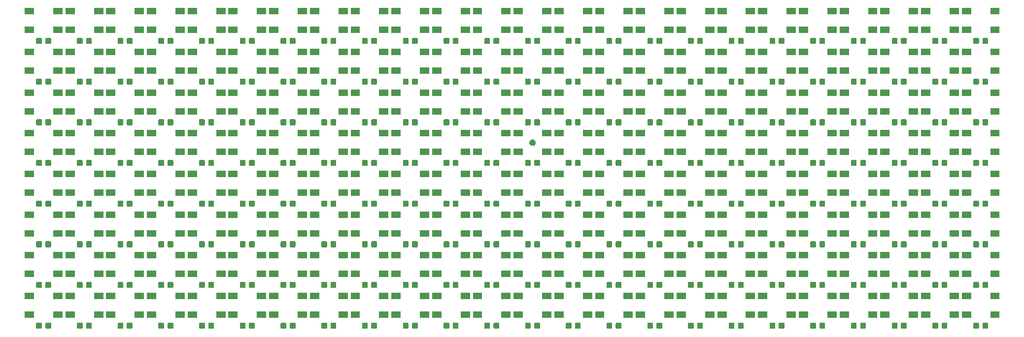
<source format=gbr>
G04 #@! TF.GenerationSoftware,KiCad,Pcbnew,(5.0.1-3-g963ef8bb5)*
G04 #@! TF.CreationDate,2019-03-02T13:43:15+01:00*
G04 #@! TF.ProjectId,cz19-badge,637A31392D62616467652E6B69636164,rev?*
G04 #@! TF.SameCoordinates,Original*
G04 #@! TF.FileFunction,Soldermask,Top*
G04 #@! TF.FilePolarity,Negative*
%FSLAX46Y46*%
G04 Gerber Fmt 4.6, Leading zero omitted, Abs format (unit mm)*
G04 Created by KiCad (PCBNEW (5.0.1-3-g963ef8bb5)) date 2019 March 02, Saturday 13:43:15*
%MOMM*%
%LPD*%
G01*
G04 APERTURE LIST*
%ADD10C,0.100000*%
G04 APERTURE END LIST*
D10*
G36*
X186129591Y-76978085D02*
X186163569Y-76988393D01*
X186194887Y-77005133D01*
X186222339Y-77027661D01*
X186244867Y-77055113D01*
X186261607Y-77086431D01*
X186271915Y-77120409D01*
X186276000Y-77161890D01*
X186276000Y-77838110D01*
X186271915Y-77879591D01*
X186261607Y-77913569D01*
X186244867Y-77944887D01*
X186222339Y-77972339D01*
X186194887Y-77994867D01*
X186163569Y-78011607D01*
X186129591Y-78021915D01*
X186088110Y-78026000D01*
X185486890Y-78026000D01*
X185445409Y-78021915D01*
X185411431Y-78011607D01*
X185380113Y-77994867D01*
X185352661Y-77972339D01*
X185330133Y-77944887D01*
X185313393Y-77913569D01*
X185303085Y-77879591D01*
X185299000Y-77838110D01*
X185299000Y-77161890D01*
X185303085Y-77120409D01*
X185313393Y-77086431D01*
X185330133Y-77055113D01*
X185352661Y-77027661D01*
X185380113Y-77005133D01*
X185411431Y-76988393D01*
X185445409Y-76978085D01*
X185486890Y-76974000D01*
X186088110Y-76974000D01*
X186129591Y-76978085D01*
X186129591Y-76978085D01*
G37*
G36*
X184554591Y-76978085D02*
X184588569Y-76988393D01*
X184619887Y-77005133D01*
X184647339Y-77027661D01*
X184669867Y-77055113D01*
X184686607Y-77086431D01*
X184696915Y-77120409D01*
X184701000Y-77161890D01*
X184701000Y-77838110D01*
X184696915Y-77879591D01*
X184686607Y-77913569D01*
X184669867Y-77944887D01*
X184647339Y-77972339D01*
X184619887Y-77994867D01*
X184588569Y-78011607D01*
X184554591Y-78021915D01*
X184513110Y-78026000D01*
X183911890Y-78026000D01*
X183870409Y-78021915D01*
X183836431Y-78011607D01*
X183805113Y-77994867D01*
X183777661Y-77972339D01*
X183755133Y-77944887D01*
X183738393Y-77913569D01*
X183728085Y-77879591D01*
X183724000Y-77838110D01*
X183724000Y-77161890D01*
X183728085Y-77120409D01*
X183738393Y-77086431D01*
X183755133Y-77055113D01*
X183777661Y-77027661D01*
X183805113Y-77005133D01*
X183836431Y-76988393D01*
X183870409Y-76978085D01*
X183911890Y-76974000D01*
X184513110Y-76974000D01*
X184554591Y-76978085D01*
X184554591Y-76978085D01*
G37*
G36*
X179129591Y-76978085D02*
X179163569Y-76988393D01*
X179194887Y-77005133D01*
X179222339Y-77027661D01*
X179244867Y-77055113D01*
X179261607Y-77086431D01*
X179271915Y-77120409D01*
X179276000Y-77161890D01*
X179276000Y-77838110D01*
X179271915Y-77879591D01*
X179261607Y-77913569D01*
X179244867Y-77944887D01*
X179222339Y-77972339D01*
X179194887Y-77994867D01*
X179163569Y-78011607D01*
X179129591Y-78021915D01*
X179088110Y-78026000D01*
X178486890Y-78026000D01*
X178445409Y-78021915D01*
X178411431Y-78011607D01*
X178380113Y-77994867D01*
X178352661Y-77972339D01*
X178330133Y-77944887D01*
X178313393Y-77913569D01*
X178303085Y-77879591D01*
X178299000Y-77838110D01*
X178299000Y-77161890D01*
X178303085Y-77120409D01*
X178313393Y-77086431D01*
X178330133Y-77055113D01*
X178352661Y-77027661D01*
X178380113Y-77005133D01*
X178411431Y-76988393D01*
X178445409Y-76978085D01*
X178486890Y-76974000D01*
X179088110Y-76974000D01*
X179129591Y-76978085D01*
X179129591Y-76978085D01*
G37*
G36*
X177554591Y-76978085D02*
X177588569Y-76988393D01*
X177619887Y-77005133D01*
X177647339Y-77027661D01*
X177669867Y-77055113D01*
X177686607Y-77086431D01*
X177696915Y-77120409D01*
X177701000Y-77161890D01*
X177701000Y-77838110D01*
X177696915Y-77879591D01*
X177686607Y-77913569D01*
X177669867Y-77944887D01*
X177647339Y-77972339D01*
X177619887Y-77994867D01*
X177588569Y-78011607D01*
X177554591Y-78021915D01*
X177513110Y-78026000D01*
X176911890Y-78026000D01*
X176870409Y-78021915D01*
X176836431Y-78011607D01*
X176805113Y-77994867D01*
X176777661Y-77972339D01*
X176755133Y-77944887D01*
X176738393Y-77913569D01*
X176728085Y-77879591D01*
X176724000Y-77838110D01*
X176724000Y-77161890D01*
X176728085Y-77120409D01*
X176738393Y-77086431D01*
X176755133Y-77055113D01*
X176777661Y-77027661D01*
X176805113Y-77005133D01*
X176836431Y-76988393D01*
X176870409Y-76978085D01*
X176911890Y-76974000D01*
X177513110Y-76974000D01*
X177554591Y-76978085D01*
X177554591Y-76978085D01*
G37*
G36*
X172129591Y-76978085D02*
X172163569Y-76988393D01*
X172194887Y-77005133D01*
X172222339Y-77027661D01*
X172244867Y-77055113D01*
X172261607Y-77086431D01*
X172271915Y-77120409D01*
X172276000Y-77161890D01*
X172276000Y-77838110D01*
X172271915Y-77879591D01*
X172261607Y-77913569D01*
X172244867Y-77944887D01*
X172222339Y-77972339D01*
X172194887Y-77994867D01*
X172163569Y-78011607D01*
X172129591Y-78021915D01*
X172088110Y-78026000D01*
X171486890Y-78026000D01*
X171445409Y-78021915D01*
X171411431Y-78011607D01*
X171380113Y-77994867D01*
X171352661Y-77972339D01*
X171330133Y-77944887D01*
X171313393Y-77913569D01*
X171303085Y-77879591D01*
X171299000Y-77838110D01*
X171299000Y-77161890D01*
X171303085Y-77120409D01*
X171313393Y-77086431D01*
X171330133Y-77055113D01*
X171352661Y-77027661D01*
X171380113Y-77005133D01*
X171411431Y-76988393D01*
X171445409Y-76978085D01*
X171486890Y-76974000D01*
X172088110Y-76974000D01*
X172129591Y-76978085D01*
X172129591Y-76978085D01*
G37*
G36*
X170554591Y-76978085D02*
X170588569Y-76988393D01*
X170619887Y-77005133D01*
X170647339Y-77027661D01*
X170669867Y-77055113D01*
X170686607Y-77086431D01*
X170696915Y-77120409D01*
X170701000Y-77161890D01*
X170701000Y-77838110D01*
X170696915Y-77879591D01*
X170686607Y-77913569D01*
X170669867Y-77944887D01*
X170647339Y-77972339D01*
X170619887Y-77994867D01*
X170588569Y-78011607D01*
X170554591Y-78021915D01*
X170513110Y-78026000D01*
X169911890Y-78026000D01*
X169870409Y-78021915D01*
X169836431Y-78011607D01*
X169805113Y-77994867D01*
X169777661Y-77972339D01*
X169755133Y-77944887D01*
X169738393Y-77913569D01*
X169728085Y-77879591D01*
X169724000Y-77838110D01*
X169724000Y-77161890D01*
X169728085Y-77120409D01*
X169738393Y-77086431D01*
X169755133Y-77055113D01*
X169777661Y-77027661D01*
X169805113Y-77005133D01*
X169836431Y-76988393D01*
X169870409Y-76978085D01*
X169911890Y-76974000D01*
X170513110Y-76974000D01*
X170554591Y-76978085D01*
X170554591Y-76978085D01*
G37*
G36*
X165129591Y-76978085D02*
X165163569Y-76988393D01*
X165194887Y-77005133D01*
X165222339Y-77027661D01*
X165244867Y-77055113D01*
X165261607Y-77086431D01*
X165271915Y-77120409D01*
X165276000Y-77161890D01*
X165276000Y-77838110D01*
X165271915Y-77879591D01*
X165261607Y-77913569D01*
X165244867Y-77944887D01*
X165222339Y-77972339D01*
X165194887Y-77994867D01*
X165163569Y-78011607D01*
X165129591Y-78021915D01*
X165088110Y-78026000D01*
X164486890Y-78026000D01*
X164445409Y-78021915D01*
X164411431Y-78011607D01*
X164380113Y-77994867D01*
X164352661Y-77972339D01*
X164330133Y-77944887D01*
X164313393Y-77913569D01*
X164303085Y-77879591D01*
X164299000Y-77838110D01*
X164299000Y-77161890D01*
X164303085Y-77120409D01*
X164313393Y-77086431D01*
X164330133Y-77055113D01*
X164352661Y-77027661D01*
X164380113Y-77005133D01*
X164411431Y-76988393D01*
X164445409Y-76978085D01*
X164486890Y-76974000D01*
X165088110Y-76974000D01*
X165129591Y-76978085D01*
X165129591Y-76978085D01*
G37*
G36*
X163554591Y-76978085D02*
X163588569Y-76988393D01*
X163619887Y-77005133D01*
X163647339Y-77027661D01*
X163669867Y-77055113D01*
X163686607Y-77086431D01*
X163696915Y-77120409D01*
X163701000Y-77161890D01*
X163701000Y-77838110D01*
X163696915Y-77879591D01*
X163686607Y-77913569D01*
X163669867Y-77944887D01*
X163647339Y-77972339D01*
X163619887Y-77994867D01*
X163588569Y-78011607D01*
X163554591Y-78021915D01*
X163513110Y-78026000D01*
X162911890Y-78026000D01*
X162870409Y-78021915D01*
X162836431Y-78011607D01*
X162805113Y-77994867D01*
X162777661Y-77972339D01*
X162755133Y-77944887D01*
X162738393Y-77913569D01*
X162728085Y-77879591D01*
X162724000Y-77838110D01*
X162724000Y-77161890D01*
X162728085Y-77120409D01*
X162738393Y-77086431D01*
X162755133Y-77055113D01*
X162777661Y-77027661D01*
X162805113Y-77005133D01*
X162836431Y-76988393D01*
X162870409Y-76978085D01*
X162911890Y-76974000D01*
X163513110Y-76974000D01*
X163554591Y-76978085D01*
X163554591Y-76978085D01*
G37*
G36*
X158129591Y-76978085D02*
X158163569Y-76988393D01*
X158194887Y-77005133D01*
X158222339Y-77027661D01*
X158244867Y-77055113D01*
X158261607Y-77086431D01*
X158271915Y-77120409D01*
X158276000Y-77161890D01*
X158276000Y-77838110D01*
X158271915Y-77879591D01*
X158261607Y-77913569D01*
X158244867Y-77944887D01*
X158222339Y-77972339D01*
X158194887Y-77994867D01*
X158163569Y-78011607D01*
X158129591Y-78021915D01*
X158088110Y-78026000D01*
X157486890Y-78026000D01*
X157445409Y-78021915D01*
X157411431Y-78011607D01*
X157380113Y-77994867D01*
X157352661Y-77972339D01*
X157330133Y-77944887D01*
X157313393Y-77913569D01*
X157303085Y-77879591D01*
X157299000Y-77838110D01*
X157299000Y-77161890D01*
X157303085Y-77120409D01*
X157313393Y-77086431D01*
X157330133Y-77055113D01*
X157352661Y-77027661D01*
X157380113Y-77005133D01*
X157411431Y-76988393D01*
X157445409Y-76978085D01*
X157486890Y-76974000D01*
X158088110Y-76974000D01*
X158129591Y-76978085D01*
X158129591Y-76978085D01*
G37*
G36*
X156554591Y-76978085D02*
X156588569Y-76988393D01*
X156619887Y-77005133D01*
X156647339Y-77027661D01*
X156669867Y-77055113D01*
X156686607Y-77086431D01*
X156696915Y-77120409D01*
X156701000Y-77161890D01*
X156701000Y-77838110D01*
X156696915Y-77879591D01*
X156686607Y-77913569D01*
X156669867Y-77944887D01*
X156647339Y-77972339D01*
X156619887Y-77994867D01*
X156588569Y-78011607D01*
X156554591Y-78021915D01*
X156513110Y-78026000D01*
X155911890Y-78026000D01*
X155870409Y-78021915D01*
X155836431Y-78011607D01*
X155805113Y-77994867D01*
X155777661Y-77972339D01*
X155755133Y-77944887D01*
X155738393Y-77913569D01*
X155728085Y-77879591D01*
X155724000Y-77838110D01*
X155724000Y-77161890D01*
X155728085Y-77120409D01*
X155738393Y-77086431D01*
X155755133Y-77055113D01*
X155777661Y-77027661D01*
X155805113Y-77005133D01*
X155836431Y-76988393D01*
X155870409Y-76978085D01*
X155911890Y-76974000D01*
X156513110Y-76974000D01*
X156554591Y-76978085D01*
X156554591Y-76978085D01*
G37*
G36*
X151129591Y-76978085D02*
X151163569Y-76988393D01*
X151194887Y-77005133D01*
X151222339Y-77027661D01*
X151244867Y-77055113D01*
X151261607Y-77086431D01*
X151271915Y-77120409D01*
X151276000Y-77161890D01*
X151276000Y-77838110D01*
X151271915Y-77879591D01*
X151261607Y-77913569D01*
X151244867Y-77944887D01*
X151222339Y-77972339D01*
X151194887Y-77994867D01*
X151163569Y-78011607D01*
X151129591Y-78021915D01*
X151088110Y-78026000D01*
X150486890Y-78026000D01*
X150445409Y-78021915D01*
X150411431Y-78011607D01*
X150380113Y-77994867D01*
X150352661Y-77972339D01*
X150330133Y-77944887D01*
X150313393Y-77913569D01*
X150303085Y-77879591D01*
X150299000Y-77838110D01*
X150299000Y-77161890D01*
X150303085Y-77120409D01*
X150313393Y-77086431D01*
X150330133Y-77055113D01*
X150352661Y-77027661D01*
X150380113Y-77005133D01*
X150411431Y-76988393D01*
X150445409Y-76978085D01*
X150486890Y-76974000D01*
X151088110Y-76974000D01*
X151129591Y-76978085D01*
X151129591Y-76978085D01*
G37*
G36*
X149554591Y-76978085D02*
X149588569Y-76988393D01*
X149619887Y-77005133D01*
X149647339Y-77027661D01*
X149669867Y-77055113D01*
X149686607Y-77086431D01*
X149696915Y-77120409D01*
X149701000Y-77161890D01*
X149701000Y-77838110D01*
X149696915Y-77879591D01*
X149686607Y-77913569D01*
X149669867Y-77944887D01*
X149647339Y-77972339D01*
X149619887Y-77994867D01*
X149588569Y-78011607D01*
X149554591Y-78021915D01*
X149513110Y-78026000D01*
X148911890Y-78026000D01*
X148870409Y-78021915D01*
X148836431Y-78011607D01*
X148805113Y-77994867D01*
X148777661Y-77972339D01*
X148755133Y-77944887D01*
X148738393Y-77913569D01*
X148728085Y-77879591D01*
X148724000Y-77838110D01*
X148724000Y-77161890D01*
X148728085Y-77120409D01*
X148738393Y-77086431D01*
X148755133Y-77055113D01*
X148777661Y-77027661D01*
X148805113Y-77005133D01*
X148836431Y-76988393D01*
X148870409Y-76978085D01*
X148911890Y-76974000D01*
X149513110Y-76974000D01*
X149554591Y-76978085D01*
X149554591Y-76978085D01*
G37*
G36*
X144129591Y-76978085D02*
X144163569Y-76988393D01*
X144194887Y-77005133D01*
X144222339Y-77027661D01*
X144244867Y-77055113D01*
X144261607Y-77086431D01*
X144271915Y-77120409D01*
X144276000Y-77161890D01*
X144276000Y-77838110D01*
X144271915Y-77879591D01*
X144261607Y-77913569D01*
X144244867Y-77944887D01*
X144222339Y-77972339D01*
X144194887Y-77994867D01*
X144163569Y-78011607D01*
X144129591Y-78021915D01*
X144088110Y-78026000D01*
X143486890Y-78026000D01*
X143445409Y-78021915D01*
X143411431Y-78011607D01*
X143380113Y-77994867D01*
X143352661Y-77972339D01*
X143330133Y-77944887D01*
X143313393Y-77913569D01*
X143303085Y-77879591D01*
X143299000Y-77838110D01*
X143299000Y-77161890D01*
X143303085Y-77120409D01*
X143313393Y-77086431D01*
X143330133Y-77055113D01*
X143352661Y-77027661D01*
X143380113Y-77005133D01*
X143411431Y-76988393D01*
X143445409Y-76978085D01*
X143486890Y-76974000D01*
X144088110Y-76974000D01*
X144129591Y-76978085D01*
X144129591Y-76978085D01*
G37*
G36*
X142554591Y-76978085D02*
X142588569Y-76988393D01*
X142619887Y-77005133D01*
X142647339Y-77027661D01*
X142669867Y-77055113D01*
X142686607Y-77086431D01*
X142696915Y-77120409D01*
X142701000Y-77161890D01*
X142701000Y-77838110D01*
X142696915Y-77879591D01*
X142686607Y-77913569D01*
X142669867Y-77944887D01*
X142647339Y-77972339D01*
X142619887Y-77994867D01*
X142588569Y-78011607D01*
X142554591Y-78021915D01*
X142513110Y-78026000D01*
X141911890Y-78026000D01*
X141870409Y-78021915D01*
X141836431Y-78011607D01*
X141805113Y-77994867D01*
X141777661Y-77972339D01*
X141755133Y-77944887D01*
X141738393Y-77913569D01*
X141728085Y-77879591D01*
X141724000Y-77838110D01*
X141724000Y-77161890D01*
X141728085Y-77120409D01*
X141738393Y-77086431D01*
X141755133Y-77055113D01*
X141777661Y-77027661D01*
X141805113Y-77005133D01*
X141836431Y-76988393D01*
X141870409Y-76978085D01*
X141911890Y-76974000D01*
X142513110Y-76974000D01*
X142554591Y-76978085D01*
X142554591Y-76978085D01*
G37*
G36*
X137129591Y-76978085D02*
X137163569Y-76988393D01*
X137194887Y-77005133D01*
X137222339Y-77027661D01*
X137244867Y-77055113D01*
X137261607Y-77086431D01*
X137271915Y-77120409D01*
X137276000Y-77161890D01*
X137276000Y-77838110D01*
X137271915Y-77879591D01*
X137261607Y-77913569D01*
X137244867Y-77944887D01*
X137222339Y-77972339D01*
X137194887Y-77994867D01*
X137163569Y-78011607D01*
X137129591Y-78021915D01*
X137088110Y-78026000D01*
X136486890Y-78026000D01*
X136445409Y-78021915D01*
X136411431Y-78011607D01*
X136380113Y-77994867D01*
X136352661Y-77972339D01*
X136330133Y-77944887D01*
X136313393Y-77913569D01*
X136303085Y-77879591D01*
X136299000Y-77838110D01*
X136299000Y-77161890D01*
X136303085Y-77120409D01*
X136313393Y-77086431D01*
X136330133Y-77055113D01*
X136352661Y-77027661D01*
X136380113Y-77005133D01*
X136411431Y-76988393D01*
X136445409Y-76978085D01*
X136486890Y-76974000D01*
X137088110Y-76974000D01*
X137129591Y-76978085D01*
X137129591Y-76978085D01*
G37*
G36*
X135554591Y-76978085D02*
X135588569Y-76988393D01*
X135619887Y-77005133D01*
X135647339Y-77027661D01*
X135669867Y-77055113D01*
X135686607Y-77086431D01*
X135696915Y-77120409D01*
X135701000Y-77161890D01*
X135701000Y-77838110D01*
X135696915Y-77879591D01*
X135686607Y-77913569D01*
X135669867Y-77944887D01*
X135647339Y-77972339D01*
X135619887Y-77994867D01*
X135588569Y-78011607D01*
X135554591Y-78021915D01*
X135513110Y-78026000D01*
X134911890Y-78026000D01*
X134870409Y-78021915D01*
X134836431Y-78011607D01*
X134805113Y-77994867D01*
X134777661Y-77972339D01*
X134755133Y-77944887D01*
X134738393Y-77913569D01*
X134728085Y-77879591D01*
X134724000Y-77838110D01*
X134724000Y-77161890D01*
X134728085Y-77120409D01*
X134738393Y-77086431D01*
X134755133Y-77055113D01*
X134777661Y-77027661D01*
X134805113Y-77005133D01*
X134836431Y-76988393D01*
X134870409Y-76978085D01*
X134911890Y-76974000D01*
X135513110Y-76974000D01*
X135554591Y-76978085D01*
X135554591Y-76978085D01*
G37*
G36*
X130129591Y-76978085D02*
X130163569Y-76988393D01*
X130194887Y-77005133D01*
X130222339Y-77027661D01*
X130244867Y-77055113D01*
X130261607Y-77086431D01*
X130271915Y-77120409D01*
X130276000Y-77161890D01*
X130276000Y-77838110D01*
X130271915Y-77879591D01*
X130261607Y-77913569D01*
X130244867Y-77944887D01*
X130222339Y-77972339D01*
X130194887Y-77994867D01*
X130163569Y-78011607D01*
X130129591Y-78021915D01*
X130088110Y-78026000D01*
X129486890Y-78026000D01*
X129445409Y-78021915D01*
X129411431Y-78011607D01*
X129380113Y-77994867D01*
X129352661Y-77972339D01*
X129330133Y-77944887D01*
X129313393Y-77913569D01*
X129303085Y-77879591D01*
X129299000Y-77838110D01*
X129299000Y-77161890D01*
X129303085Y-77120409D01*
X129313393Y-77086431D01*
X129330133Y-77055113D01*
X129352661Y-77027661D01*
X129380113Y-77005133D01*
X129411431Y-76988393D01*
X129445409Y-76978085D01*
X129486890Y-76974000D01*
X130088110Y-76974000D01*
X130129591Y-76978085D01*
X130129591Y-76978085D01*
G37*
G36*
X128554591Y-76978085D02*
X128588569Y-76988393D01*
X128619887Y-77005133D01*
X128647339Y-77027661D01*
X128669867Y-77055113D01*
X128686607Y-77086431D01*
X128696915Y-77120409D01*
X128701000Y-77161890D01*
X128701000Y-77838110D01*
X128696915Y-77879591D01*
X128686607Y-77913569D01*
X128669867Y-77944887D01*
X128647339Y-77972339D01*
X128619887Y-77994867D01*
X128588569Y-78011607D01*
X128554591Y-78021915D01*
X128513110Y-78026000D01*
X127911890Y-78026000D01*
X127870409Y-78021915D01*
X127836431Y-78011607D01*
X127805113Y-77994867D01*
X127777661Y-77972339D01*
X127755133Y-77944887D01*
X127738393Y-77913569D01*
X127728085Y-77879591D01*
X127724000Y-77838110D01*
X127724000Y-77161890D01*
X127728085Y-77120409D01*
X127738393Y-77086431D01*
X127755133Y-77055113D01*
X127777661Y-77027661D01*
X127805113Y-77005133D01*
X127836431Y-76988393D01*
X127870409Y-76978085D01*
X127911890Y-76974000D01*
X128513110Y-76974000D01*
X128554591Y-76978085D01*
X128554591Y-76978085D01*
G37*
G36*
X123129591Y-76978085D02*
X123163569Y-76988393D01*
X123194887Y-77005133D01*
X123222339Y-77027661D01*
X123244867Y-77055113D01*
X123261607Y-77086431D01*
X123271915Y-77120409D01*
X123276000Y-77161890D01*
X123276000Y-77838110D01*
X123271915Y-77879591D01*
X123261607Y-77913569D01*
X123244867Y-77944887D01*
X123222339Y-77972339D01*
X123194887Y-77994867D01*
X123163569Y-78011607D01*
X123129591Y-78021915D01*
X123088110Y-78026000D01*
X122486890Y-78026000D01*
X122445409Y-78021915D01*
X122411431Y-78011607D01*
X122380113Y-77994867D01*
X122352661Y-77972339D01*
X122330133Y-77944887D01*
X122313393Y-77913569D01*
X122303085Y-77879591D01*
X122299000Y-77838110D01*
X122299000Y-77161890D01*
X122303085Y-77120409D01*
X122313393Y-77086431D01*
X122330133Y-77055113D01*
X122352661Y-77027661D01*
X122380113Y-77005133D01*
X122411431Y-76988393D01*
X122445409Y-76978085D01*
X122486890Y-76974000D01*
X123088110Y-76974000D01*
X123129591Y-76978085D01*
X123129591Y-76978085D01*
G37*
G36*
X121554591Y-76978085D02*
X121588569Y-76988393D01*
X121619887Y-77005133D01*
X121647339Y-77027661D01*
X121669867Y-77055113D01*
X121686607Y-77086431D01*
X121696915Y-77120409D01*
X121701000Y-77161890D01*
X121701000Y-77838110D01*
X121696915Y-77879591D01*
X121686607Y-77913569D01*
X121669867Y-77944887D01*
X121647339Y-77972339D01*
X121619887Y-77994867D01*
X121588569Y-78011607D01*
X121554591Y-78021915D01*
X121513110Y-78026000D01*
X120911890Y-78026000D01*
X120870409Y-78021915D01*
X120836431Y-78011607D01*
X120805113Y-77994867D01*
X120777661Y-77972339D01*
X120755133Y-77944887D01*
X120738393Y-77913569D01*
X120728085Y-77879591D01*
X120724000Y-77838110D01*
X120724000Y-77161890D01*
X120728085Y-77120409D01*
X120738393Y-77086431D01*
X120755133Y-77055113D01*
X120777661Y-77027661D01*
X120805113Y-77005133D01*
X120836431Y-76988393D01*
X120870409Y-76978085D01*
X120911890Y-76974000D01*
X121513110Y-76974000D01*
X121554591Y-76978085D01*
X121554591Y-76978085D01*
G37*
G36*
X116129591Y-76978085D02*
X116163569Y-76988393D01*
X116194887Y-77005133D01*
X116222339Y-77027661D01*
X116244867Y-77055113D01*
X116261607Y-77086431D01*
X116271915Y-77120409D01*
X116276000Y-77161890D01*
X116276000Y-77838110D01*
X116271915Y-77879591D01*
X116261607Y-77913569D01*
X116244867Y-77944887D01*
X116222339Y-77972339D01*
X116194887Y-77994867D01*
X116163569Y-78011607D01*
X116129591Y-78021915D01*
X116088110Y-78026000D01*
X115486890Y-78026000D01*
X115445409Y-78021915D01*
X115411431Y-78011607D01*
X115380113Y-77994867D01*
X115352661Y-77972339D01*
X115330133Y-77944887D01*
X115313393Y-77913569D01*
X115303085Y-77879591D01*
X115299000Y-77838110D01*
X115299000Y-77161890D01*
X115303085Y-77120409D01*
X115313393Y-77086431D01*
X115330133Y-77055113D01*
X115352661Y-77027661D01*
X115380113Y-77005133D01*
X115411431Y-76988393D01*
X115445409Y-76978085D01*
X115486890Y-76974000D01*
X116088110Y-76974000D01*
X116129591Y-76978085D01*
X116129591Y-76978085D01*
G37*
G36*
X114554591Y-76978085D02*
X114588569Y-76988393D01*
X114619887Y-77005133D01*
X114647339Y-77027661D01*
X114669867Y-77055113D01*
X114686607Y-77086431D01*
X114696915Y-77120409D01*
X114701000Y-77161890D01*
X114701000Y-77838110D01*
X114696915Y-77879591D01*
X114686607Y-77913569D01*
X114669867Y-77944887D01*
X114647339Y-77972339D01*
X114619887Y-77994867D01*
X114588569Y-78011607D01*
X114554591Y-78021915D01*
X114513110Y-78026000D01*
X113911890Y-78026000D01*
X113870409Y-78021915D01*
X113836431Y-78011607D01*
X113805113Y-77994867D01*
X113777661Y-77972339D01*
X113755133Y-77944887D01*
X113738393Y-77913569D01*
X113728085Y-77879591D01*
X113724000Y-77838110D01*
X113724000Y-77161890D01*
X113728085Y-77120409D01*
X113738393Y-77086431D01*
X113755133Y-77055113D01*
X113777661Y-77027661D01*
X113805113Y-77005133D01*
X113836431Y-76988393D01*
X113870409Y-76978085D01*
X113911890Y-76974000D01*
X114513110Y-76974000D01*
X114554591Y-76978085D01*
X114554591Y-76978085D01*
G37*
G36*
X109129591Y-76978085D02*
X109163569Y-76988393D01*
X109194887Y-77005133D01*
X109222339Y-77027661D01*
X109244867Y-77055113D01*
X109261607Y-77086431D01*
X109271915Y-77120409D01*
X109276000Y-77161890D01*
X109276000Y-77838110D01*
X109271915Y-77879591D01*
X109261607Y-77913569D01*
X109244867Y-77944887D01*
X109222339Y-77972339D01*
X109194887Y-77994867D01*
X109163569Y-78011607D01*
X109129591Y-78021915D01*
X109088110Y-78026000D01*
X108486890Y-78026000D01*
X108445409Y-78021915D01*
X108411431Y-78011607D01*
X108380113Y-77994867D01*
X108352661Y-77972339D01*
X108330133Y-77944887D01*
X108313393Y-77913569D01*
X108303085Y-77879591D01*
X108299000Y-77838110D01*
X108299000Y-77161890D01*
X108303085Y-77120409D01*
X108313393Y-77086431D01*
X108330133Y-77055113D01*
X108352661Y-77027661D01*
X108380113Y-77005133D01*
X108411431Y-76988393D01*
X108445409Y-76978085D01*
X108486890Y-76974000D01*
X109088110Y-76974000D01*
X109129591Y-76978085D01*
X109129591Y-76978085D01*
G37*
G36*
X107554591Y-76978085D02*
X107588569Y-76988393D01*
X107619887Y-77005133D01*
X107647339Y-77027661D01*
X107669867Y-77055113D01*
X107686607Y-77086431D01*
X107696915Y-77120409D01*
X107701000Y-77161890D01*
X107701000Y-77838110D01*
X107696915Y-77879591D01*
X107686607Y-77913569D01*
X107669867Y-77944887D01*
X107647339Y-77972339D01*
X107619887Y-77994867D01*
X107588569Y-78011607D01*
X107554591Y-78021915D01*
X107513110Y-78026000D01*
X106911890Y-78026000D01*
X106870409Y-78021915D01*
X106836431Y-78011607D01*
X106805113Y-77994867D01*
X106777661Y-77972339D01*
X106755133Y-77944887D01*
X106738393Y-77913569D01*
X106728085Y-77879591D01*
X106724000Y-77838110D01*
X106724000Y-77161890D01*
X106728085Y-77120409D01*
X106738393Y-77086431D01*
X106755133Y-77055113D01*
X106777661Y-77027661D01*
X106805113Y-77005133D01*
X106836431Y-76988393D01*
X106870409Y-76978085D01*
X106911890Y-76974000D01*
X107513110Y-76974000D01*
X107554591Y-76978085D01*
X107554591Y-76978085D01*
G37*
G36*
X102129591Y-76978085D02*
X102163569Y-76988393D01*
X102194887Y-77005133D01*
X102222339Y-77027661D01*
X102244867Y-77055113D01*
X102261607Y-77086431D01*
X102271915Y-77120409D01*
X102276000Y-77161890D01*
X102276000Y-77838110D01*
X102271915Y-77879591D01*
X102261607Y-77913569D01*
X102244867Y-77944887D01*
X102222339Y-77972339D01*
X102194887Y-77994867D01*
X102163569Y-78011607D01*
X102129591Y-78021915D01*
X102088110Y-78026000D01*
X101486890Y-78026000D01*
X101445409Y-78021915D01*
X101411431Y-78011607D01*
X101380113Y-77994867D01*
X101352661Y-77972339D01*
X101330133Y-77944887D01*
X101313393Y-77913569D01*
X101303085Y-77879591D01*
X101299000Y-77838110D01*
X101299000Y-77161890D01*
X101303085Y-77120409D01*
X101313393Y-77086431D01*
X101330133Y-77055113D01*
X101352661Y-77027661D01*
X101380113Y-77005133D01*
X101411431Y-76988393D01*
X101445409Y-76978085D01*
X101486890Y-76974000D01*
X102088110Y-76974000D01*
X102129591Y-76978085D01*
X102129591Y-76978085D01*
G37*
G36*
X100554591Y-76978085D02*
X100588569Y-76988393D01*
X100619887Y-77005133D01*
X100647339Y-77027661D01*
X100669867Y-77055113D01*
X100686607Y-77086431D01*
X100696915Y-77120409D01*
X100701000Y-77161890D01*
X100701000Y-77838110D01*
X100696915Y-77879591D01*
X100686607Y-77913569D01*
X100669867Y-77944887D01*
X100647339Y-77972339D01*
X100619887Y-77994867D01*
X100588569Y-78011607D01*
X100554591Y-78021915D01*
X100513110Y-78026000D01*
X99911890Y-78026000D01*
X99870409Y-78021915D01*
X99836431Y-78011607D01*
X99805113Y-77994867D01*
X99777661Y-77972339D01*
X99755133Y-77944887D01*
X99738393Y-77913569D01*
X99728085Y-77879591D01*
X99724000Y-77838110D01*
X99724000Y-77161890D01*
X99728085Y-77120409D01*
X99738393Y-77086431D01*
X99755133Y-77055113D01*
X99777661Y-77027661D01*
X99805113Y-77005133D01*
X99836431Y-76988393D01*
X99870409Y-76978085D01*
X99911890Y-76974000D01*
X100513110Y-76974000D01*
X100554591Y-76978085D01*
X100554591Y-76978085D01*
G37*
G36*
X95129591Y-76978085D02*
X95163569Y-76988393D01*
X95194887Y-77005133D01*
X95222339Y-77027661D01*
X95244867Y-77055113D01*
X95261607Y-77086431D01*
X95271915Y-77120409D01*
X95276000Y-77161890D01*
X95276000Y-77838110D01*
X95271915Y-77879591D01*
X95261607Y-77913569D01*
X95244867Y-77944887D01*
X95222339Y-77972339D01*
X95194887Y-77994867D01*
X95163569Y-78011607D01*
X95129591Y-78021915D01*
X95088110Y-78026000D01*
X94486890Y-78026000D01*
X94445409Y-78021915D01*
X94411431Y-78011607D01*
X94380113Y-77994867D01*
X94352661Y-77972339D01*
X94330133Y-77944887D01*
X94313393Y-77913569D01*
X94303085Y-77879591D01*
X94299000Y-77838110D01*
X94299000Y-77161890D01*
X94303085Y-77120409D01*
X94313393Y-77086431D01*
X94330133Y-77055113D01*
X94352661Y-77027661D01*
X94380113Y-77005133D01*
X94411431Y-76988393D01*
X94445409Y-76978085D01*
X94486890Y-76974000D01*
X95088110Y-76974000D01*
X95129591Y-76978085D01*
X95129591Y-76978085D01*
G37*
G36*
X93554591Y-76978085D02*
X93588569Y-76988393D01*
X93619887Y-77005133D01*
X93647339Y-77027661D01*
X93669867Y-77055113D01*
X93686607Y-77086431D01*
X93696915Y-77120409D01*
X93701000Y-77161890D01*
X93701000Y-77838110D01*
X93696915Y-77879591D01*
X93686607Y-77913569D01*
X93669867Y-77944887D01*
X93647339Y-77972339D01*
X93619887Y-77994867D01*
X93588569Y-78011607D01*
X93554591Y-78021915D01*
X93513110Y-78026000D01*
X92911890Y-78026000D01*
X92870409Y-78021915D01*
X92836431Y-78011607D01*
X92805113Y-77994867D01*
X92777661Y-77972339D01*
X92755133Y-77944887D01*
X92738393Y-77913569D01*
X92728085Y-77879591D01*
X92724000Y-77838110D01*
X92724000Y-77161890D01*
X92728085Y-77120409D01*
X92738393Y-77086431D01*
X92755133Y-77055113D01*
X92777661Y-77027661D01*
X92805113Y-77005133D01*
X92836431Y-76988393D01*
X92870409Y-76978085D01*
X92911890Y-76974000D01*
X93513110Y-76974000D01*
X93554591Y-76978085D01*
X93554591Y-76978085D01*
G37*
G36*
X88129591Y-76978085D02*
X88163569Y-76988393D01*
X88194887Y-77005133D01*
X88222339Y-77027661D01*
X88244867Y-77055113D01*
X88261607Y-77086431D01*
X88271915Y-77120409D01*
X88276000Y-77161890D01*
X88276000Y-77838110D01*
X88271915Y-77879591D01*
X88261607Y-77913569D01*
X88244867Y-77944887D01*
X88222339Y-77972339D01*
X88194887Y-77994867D01*
X88163569Y-78011607D01*
X88129591Y-78021915D01*
X88088110Y-78026000D01*
X87486890Y-78026000D01*
X87445409Y-78021915D01*
X87411431Y-78011607D01*
X87380113Y-77994867D01*
X87352661Y-77972339D01*
X87330133Y-77944887D01*
X87313393Y-77913569D01*
X87303085Y-77879591D01*
X87299000Y-77838110D01*
X87299000Y-77161890D01*
X87303085Y-77120409D01*
X87313393Y-77086431D01*
X87330133Y-77055113D01*
X87352661Y-77027661D01*
X87380113Y-77005133D01*
X87411431Y-76988393D01*
X87445409Y-76978085D01*
X87486890Y-76974000D01*
X88088110Y-76974000D01*
X88129591Y-76978085D01*
X88129591Y-76978085D01*
G37*
G36*
X86554591Y-76978085D02*
X86588569Y-76988393D01*
X86619887Y-77005133D01*
X86647339Y-77027661D01*
X86669867Y-77055113D01*
X86686607Y-77086431D01*
X86696915Y-77120409D01*
X86701000Y-77161890D01*
X86701000Y-77838110D01*
X86696915Y-77879591D01*
X86686607Y-77913569D01*
X86669867Y-77944887D01*
X86647339Y-77972339D01*
X86619887Y-77994867D01*
X86588569Y-78011607D01*
X86554591Y-78021915D01*
X86513110Y-78026000D01*
X85911890Y-78026000D01*
X85870409Y-78021915D01*
X85836431Y-78011607D01*
X85805113Y-77994867D01*
X85777661Y-77972339D01*
X85755133Y-77944887D01*
X85738393Y-77913569D01*
X85728085Y-77879591D01*
X85724000Y-77838110D01*
X85724000Y-77161890D01*
X85728085Y-77120409D01*
X85738393Y-77086431D01*
X85755133Y-77055113D01*
X85777661Y-77027661D01*
X85805113Y-77005133D01*
X85836431Y-76988393D01*
X85870409Y-76978085D01*
X85911890Y-76974000D01*
X86513110Y-76974000D01*
X86554591Y-76978085D01*
X86554591Y-76978085D01*
G37*
G36*
X81129591Y-76978085D02*
X81163569Y-76988393D01*
X81194887Y-77005133D01*
X81222339Y-77027661D01*
X81244867Y-77055113D01*
X81261607Y-77086431D01*
X81271915Y-77120409D01*
X81276000Y-77161890D01*
X81276000Y-77838110D01*
X81271915Y-77879591D01*
X81261607Y-77913569D01*
X81244867Y-77944887D01*
X81222339Y-77972339D01*
X81194887Y-77994867D01*
X81163569Y-78011607D01*
X81129591Y-78021915D01*
X81088110Y-78026000D01*
X80486890Y-78026000D01*
X80445409Y-78021915D01*
X80411431Y-78011607D01*
X80380113Y-77994867D01*
X80352661Y-77972339D01*
X80330133Y-77944887D01*
X80313393Y-77913569D01*
X80303085Y-77879591D01*
X80299000Y-77838110D01*
X80299000Y-77161890D01*
X80303085Y-77120409D01*
X80313393Y-77086431D01*
X80330133Y-77055113D01*
X80352661Y-77027661D01*
X80380113Y-77005133D01*
X80411431Y-76988393D01*
X80445409Y-76978085D01*
X80486890Y-76974000D01*
X81088110Y-76974000D01*
X81129591Y-76978085D01*
X81129591Y-76978085D01*
G37*
G36*
X79554591Y-76978085D02*
X79588569Y-76988393D01*
X79619887Y-77005133D01*
X79647339Y-77027661D01*
X79669867Y-77055113D01*
X79686607Y-77086431D01*
X79696915Y-77120409D01*
X79701000Y-77161890D01*
X79701000Y-77838110D01*
X79696915Y-77879591D01*
X79686607Y-77913569D01*
X79669867Y-77944887D01*
X79647339Y-77972339D01*
X79619887Y-77994867D01*
X79588569Y-78011607D01*
X79554591Y-78021915D01*
X79513110Y-78026000D01*
X78911890Y-78026000D01*
X78870409Y-78021915D01*
X78836431Y-78011607D01*
X78805113Y-77994867D01*
X78777661Y-77972339D01*
X78755133Y-77944887D01*
X78738393Y-77913569D01*
X78728085Y-77879591D01*
X78724000Y-77838110D01*
X78724000Y-77161890D01*
X78728085Y-77120409D01*
X78738393Y-77086431D01*
X78755133Y-77055113D01*
X78777661Y-77027661D01*
X78805113Y-77005133D01*
X78836431Y-76988393D01*
X78870409Y-76978085D01*
X78911890Y-76974000D01*
X79513110Y-76974000D01*
X79554591Y-76978085D01*
X79554591Y-76978085D01*
G37*
G36*
X74129591Y-76978085D02*
X74163569Y-76988393D01*
X74194887Y-77005133D01*
X74222339Y-77027661D01*
X74244867Y-77055113D01*
X74261607Y-77086431D01*
X74271915Y-77120409D01*
X74276000Y-77161890D01*
X74276000Y-77838110D01*
X74271915Y-77879591D01*
X74261607Y-77913569D01*
X74244867Y-77944887D01*
X74222339Y-77972339D01*
X74194887Y-77994867D01*
X74163569Y-78011607D01*
X74129591Y-78021915D01*
X74088110Y-78026000D01*
X73486890Y-78026000D01*
X73445409Y-78021915D01*
X73411431Y-78011607D01*
X73380113Y-77994867D01*
X73352661Y-77972339D01*
X73330133Y-77944887D01*
X73313393Y-77913569D01*
X73303085Y-77879591D01*
X73299000Y-77838110D01*
X73299000Y-77161890D01*
X73303085Y-77120409D01*
X73313393Y-77086431D01*
X73330133Y-77055113D01*
X73352661Y-77027661D01*
X73380113Y-77005133D01*
X73411431Y-76988393D01*
X73445409Y-76978085D01*
X73486890Y-76974000D01*
X74088110Y-76974000D01*
X74129591Y-76978085D01*
X74129591Y-76978085D01*
G37*
G36*
X72554591Y-76978085D02*
X72588569Y-76988393D01*
X72619887Y-77005133D01*
X72647339Y-77027661D01*
X72669867Y-77055113D01*
X72686607Y-77086431D01*
X72696915Y-77120409D01*
X72701000Y-77161890D01*
X72701000Y-77838110D01*
X72696915Y-77879591D01*
X72686607Y-77913569D01*
X72669867Y-77944887D01*
X72647339Y-77972339D01*
X72619887Y-77994867D01*
X72588569Y-78011607D01*
X72554591Y-78021915D01*
X72513110Y-78026000D01*
X71911890Y-78026000D01*
X71870409Y-78021915D01*
X71836431Y-78011607D01*
X71805113Y-77994867D01*
X71777661Y-77972339D01*
X71755133Y-77944887D01*
X71738393Y-77913569D01*
X71728085Y-77879591D01*
X71724000Y-77838110D01*
X71724000Y-77161890D01*
X71728085Y-77120409D01*
X71738393Y-77086431D01*
X71755133Y-77055113D01*
X71777661Y-77027661D01*
X71805113Y-77005133D01*
X71836431Y-76988393D01*
X71870409Y-76978085D01*
X71911890Y-76974000D01*
X72513110Y-76974000D01*
X72554591Y-76978085D01*
X72554591Y-76978085D01*
G37*
G36*
X67129591Y-76978085D02*
X67163569Y-76988393D01*
X67194887Y-77005133D01*
X67222339Y-77027661D01*
X67244867Y-77055113D01*
X67261607Y-77086431D01*
X67271915Y-77120409D01*
X67276000Y-77161890D01*
X67276000Y-77838110D01*
X67271915Y-77879591D01*
X67261607Y-77913569D01*
X67244867Y-77944887D01*
X67222339Y-77972339D01*
X67194887Y-77994867D01*
X67163569Y-78011607D01*
X67129591Y-78021915D01*
X67088110Y-78026000D01*
X66486890Y-78026000D01*
X66445409Y-78021915D01*
X66411431Y-78011607D01*
X66380113Y-77994867D01*
X66352661Y-77972339D01*
X66330133Y-77944887D01*
X66313393Y-77913569D01*
X66303085Y-77879591D01*
X66299000Y-77838110D01*
X66299000Y-77161890D01*
X66303085Y-77120409D01*
X66313393Y-77086431D01*
X66330133Y-77055113D01*
X66352661Y-77027661D01*
X66380113Y-77005133D01*
X66411431Y-76988393D01*
X66445409Y-76978085D01*
X66486890Y-76974000D01*
X67088110Y-76974000D01*
X67129591Y-76978085D01*
X67129591Y-76978085D01*
G37*
G36*
X65554591Y-76978085D02*
X65588569Y-76988393D01*
X65619887Y-77005133D01*
X65647339Y-77027661D01*
X65669867Y-77055113D01*
X65686607Y-77086431D01*
X65696915Y-77120409D01*
X65701000Y-77161890D01*
X65701000Y-77838110D01*
X65696915Y-77879591D01*
X65686607Y-77913569D01*
X65669867Y-77944887D01*
X65647339Y-77972339D01*
X65619887Y-77994867D01*
X65588569Y-78011607D01*
X65554591Y-78021915D01*
X65513110Y-78026000D01*
X64911890Y-78026000D01*
X64870409Y-78021915D01*
X64836431Y-78011607D01*
X64805113Y-77994867D01*
X64777661Y-77972339D01*
X64755133Y-77944887D01*
X64738393Y-77913569D01*
X64728085Y-77879591D01*
X64724000Y-77838110D01*
X64724000Y-77161890D01*
X64728085Y-77120409D01*
X64738393Y-77086431D01*
X64755133Y-77055113D01*
X64777661Y-77027661D01*
X64805113Y-77005133D01*
X64836431Y-76988393D01*
X64870409Y-76978085D01*
X64911890Y-76974000D01*
X65513110Y-76974000D01*
X65554591Y-76978085D01*
X65554591Y-76978085D01*
G37*
G36*
X60129591Y-76978085D02*
X60163569Y-76988393D01*
X60194887Y-77005133D01*
X60222339Y-77027661D01*
X60244867Y-77055113D01*
X60261607Y-77086431D01*
X60271915Y-77120409D01*
X60276000Y-77161890D01*
X60276000Y-77838110D01*
X60271915Y-77879591D01*
X60261607Y-77913569D01*
X60244867Y-77944887D01*
X60222339Y-77972339D01*
X60194887Y-77994867D01*
X60163569Y-78011607D01*
X60129591Y-78021915D01*
X60088110Y-78026000D01*
X59486890Y-78026000D01*
X59445409Y-78021915D01*
X59411431Y-78011607D01*
X59380113Y-77994867D01*
X59352661Y-77972339D01*
X59330133Y-77944887D01*
X59313393Y-77913569D01*
X59303085Y-77879591D01*
X59299000Y-77838110D01*
X59299000Y-77161890D01*
X59303085Y-77120409D01*
X59313393Y-77086431D01*
X59330133Y-77055113D01*
X59352661Y-77027661D01*
X59380113Y-77005133D01*
X59411431Y-76988393D01*
X59445409Y-76978085D01*
X59486890Y-76974000D01*
X60088110Y-76974000D01*
X60129591Y-76978085D01*
X60129591Y-76978085D01*
G37*
G36*
X58554591Y-76978085D02*
X58588569Y-76988393D01*
X58619887Y-77005133D01*
X58647339Y-77027661D01*
X58669867Y-77055113D01*
X58686607Y-77086431D01*
X58696915Y-77120409D01*
X58701000Y-77161890D01*
X58701000Y-77838110D01*
X58696915Y-77879591D01*
X58686607Y-77913569D01*
X58669867Y-77944887D01*
X58647339Y-77972339D01*
X58619887Y-77994867D01*
X58588569Y-78011607D01*
X58554591Y-78021915D01*
X58513110Y-78026000D01*
X57911890Y-78026000D01*
X57870409Y-78021915D01*
X57836431Y-78011607D01*
X57805113Y-77994867D01*
X57777661Y-77972339D01*
X57755133Y-77944887D01*
X57738393Y-77913569D01*
X57728085Y-77879591D01*
X57724000Y-77838110D01*
X57724000Y-77161890D01*
X57728085Y-77120409D01*
X57738393Y-77086431D01*
X57755133Y-77055113D01*
X57777661Y-77027661D01*
X57805113Y-77005133D01*
X57836431Y-76988393D01*
X57870409Y-76978085D01*
X57911890Y-76974000D01*
X58513110Y-76974000D01*
X58554591Y-76978085D01*
X58554591Y-76978085D01*
G37*
G36*
X53129591Y-76978085D02*
X53163569Y-76988393D01*
X53194887Y-77005133D01*
X53222339Y-77027661D01*
X53244867Y-77055113D01*
X53261607Y-77086431D01*
X53271915Y-77120409D01*
X53276000Y-77161890D01*
X53276000Y-77838110D01*
X53271915Y-77879591D01*
X53261607Y-77913569D01*
X53244867Y-77944887D01*
X53222339Y-77972339D01*
X53194887Y-77994867D01*
X53163569Y-78011607D01*
X53129591Y-78021915D01*
X53088110Y-78026000D01*
X52486890Y-78026000D01*
X52445409Y-78021915D01*
X52411431Y-78011607D01*
X52380113Y-77994867D01*
X52352661Y-77972339D01*
X52330133Y-77944887D01*
X52313393Y-77913569D01*
X52303085Y-77879591D01*
X52299000Y-77838110D01*
X52299000Y-77161890D01*
X52303085Y-77120409D01*
X52313393Y-77086431D01*
X52330133Y-77055113D01*
X52352661Y-77027661D01*
X52380113Y-77005133D01*
X52411431Y-76988393D01*
X52445409Y-76978085D01*
X52486890Y-76974000D01*
X53088110Y-76974000D01*
X53129591Y-76978085D01*
X53129591Y-76978085D01*
G37*
G36*
X51554591Y-76978085D02*
X51588569Y-76988393D01*
X51619887Y-77005133D01*
X51647339Y-77027661D01*
X51669867Y-77055113D01*
X51686607Y-77086431D01*
X51696915Y-77120409D01*
X51701000Y-77161890D01*
X51701000Y-77838110D01*
X51696915Y-77879591D01*
X51686607Y-77913569D01*
X51669867Y-77944887D01*
X51647339Y-77972339D01*
X51619887Y-77994867D01*
X51588569Y-78011607D01*
X51554591Y-78021915D01*
X51513110Y-78026000D01*
X50911890Y-78026000D01*
X50870409Y-78021915D01*
X50836431Y-78011607D01*
X50805113Y-77994867D01*
X50777661Y-77972339D01*
X50755133Y-77944887D01*
X50738393Y-77913569D01*
X50728085Y-77879591D01*
X50724000Y-77838110D01*
X50724000Y-77161890D01*
X50728085Y-77120409D01*
X50738393Y-77086431D01*
X50755133Y-77055113D01*
X50777661Y-77027661D01*
X50805113Y-77005133D01*
X50836431Y-76988393D01*
X50870409Y-76978085D01*
X50911890Y-76974000D01*
X51513110Y-76974000D01*
X51554591Y-76978085D01*
X51554591Y-76978085D01*
G37*
G36*
X46129591Y-76978085D02*
X46163569Y-76988393D01*
X46194887Y-77005133D01*
X46222339Y-77027661D01*
X46244867Y-77055113D01*
X46261607Y-77086431D01*
X46271915Y-77120409D01*
X46276000Y-77161890D01*
X46276000Y-77838110D01*
X46271915Y-77879591D01*
X46261607Y-77913569D01*
X46244867Y-77944887D01*
X46222339Y-77972339D01*
X46194887Y-77994867D01*
X46163569Y-78011607D01*
X46129591Y-78021915D01*
X46088110Y-78026000D01*
X45486890Y-78026000D01*
X45445409Y-78021915D01*
X45411431Y-78011607D01*
X45380113Y-77994867D01*
X45352661Y-77972339D01*
X45330133Y-77944887D01*
X45313393Y-77913569D01*
X45303085Y-77879591D01*
X45299000Y-77838110D01*
X45299000Y-77161890D01*
X45303085Y-77120409D01*
X45313393Y-77086431D01*
X45330133Y-77055113D01*
X45352661Y-77027661D01*
X45380113Y-77005133D01*
X45411431Y-76988393D01*
X45445409Y-76978085D01*
X45486890Y-76974000D01*
X46088110Y-76974000D01*
X46129591Y-76978085D01*
X46129591Y-76978085D01*
G37*
G36*
X44554591Y-76978085D02*
X44588569Y-76988393D01*
X44619887Y-77005133D01*
X44647339Y-77027661D01*
X44669867Y-77055113D01*
X44686607Y-77086431D01*
X44696915Y-77120409D01*
X44701000Y-77161890D01*
X44701000Y-77838110D01*
X44696915Y-77879591D01*
X44686607Y-77913569D01*
X44669867Y-77944887D01*
X44647339Y-77972339D01*
X44619887Y-77994867D01*
X44588569Y-78011607D01*
X44554591Y-78021915D01*
X44513110Y-78026000D01*
X43911890Y-78026000D01*
X43870409Y-78021915D01*
X43836431Y-78011607D01*
X43805113Y-77994867D01*
X43777661Y-77972339D01*
X43755133Y-77944887D01*
X43738393Y-77913569D01*
X43728085Y-77879591D01*
X43724000Y-77838110D01*
X43724000Y-77161890D01*
X43728085Y-77120409D01*
X43738393Y-77086431D01*
X43755133Y-77055113D01*
X43777661Y-77027661D01*
X43805113Y-77005133D01*
X43836431Y-76988393D01*
X43870409Y-76978085D01*
X43911890Y-76974000D01*
X44513110Y-76974000D01*
X44554591Y-76978085D01*
X44554591Y-76978085D01*
G37*
G36*
X39129591Y-76978085D02*
X39163569Y-76988393D01*
X39194887Y-77005133D01*
X39222339Y-77027661D01*
X39244867Y-77055113D01*
X39261607Y-77086431D01*
X39271915Y-77120409D01*
X39276000Y-77161890D01*
X39276000Y-77838110D01*
X39271915Y-77879591D01*
X39261607Y-77913569D01*
X39244867Y-77944887D01*
X39222339Y-77972339D01*
X39194887Y-77994867D01*
X39163569Y-78011607D01*
X39129591Y-78021915D01*
X39088110Y-78026000D01*
X38486890Y-78026000D01*
X38445409Y-78021915D01*
X38411431Y-78011607D01*
X38380113Y-77994867D01*
X38352661Y-77972339D01*
X38330133Y-77944887D01*
X38313393Y-77913569D01*
X38303085Y-77879591D01*
X38299000Y-77838110D01*
X38299000Y-77161890D01*
X38303085Y-77120409D01*
X38313393Y-77086431D01*
X38330133Y-77055113D01*
X38352661Y-77027661D01*
X38380113Y-77005133D01*
X38411431Y-76988393D01*
X38445409Y-76978085D01*
X38486890Y-76974000D01*
X39088110Y-76974000D01*
X39129591Y-76978085D01*
X39129591Y-76978085D01*
G37*
G36*
X37554591Y-76978085D02*
X37588569Y-76988393D01*
X37619887Y-77005133D01*
X37647339Y-77027661D01*
X37669867Y-77055113D01*
X37686607Y-77086431D01*
X37696915Y-77120409D01*
X37701000Y-77161890D01*
X37701000Y-77838110D01*
X37696915Y-77879591D01*
X37686607Y-77913569D01*
X37669867Y-77944887D01*
X37647339Y-77972339D01*
X37619887Y-77994867D01*
X37588569Y-78011607D01*
X37554591Y-78021915D01*
X37513110Y-78026000D01*
X36911890Y-78026000D01*
X36870409Y-78021915D01*
X36836431Y-78011607D01*
X36805113Y-77994867D01*
X36777661Y-77972339D01*
X36755133Y-77944887D01*
X36738393Y-77913569D01*
X36728085Y-77879591D01*
X36724000Y-77838110D01*
X36724000Y-77161890D01*
X36728085Y-77120409D01*
X36738393Y-77086431D01*
X36755133Y-77055113D01*
X36777661Y-77027661D01*
X36805113Y-77005133D01*
X36836431Y-76988393D01*
X36870409Y-76978085D01*
X36911890Y-76974000D01*
X37513110Y-76974000D01*
X37554591Y-76978085D01*
X37554591Y-76978085D01*
G37*
G36*
X32129591Y-76978085D02*
X32163569Y-76988393D01*
X32194887Y-77005133D01*
X32222339Y-77027661D01*
X32244867Y-77055113D01*
X32261607Y-77086431D01*
X32271915Y-77120409D01*
X32276000Y-77161890D01*
X32276000Y-77838110D01*
X32271915Y-77879591D01*
X32261607Y-77913569D01*
X32244867Y-77944887D01*
X32222339Y-77972339D01*
X32194887Y-77994867D01*
X32163569Y-78011607D01*
X32129591Y-78021915D01*
X32088110Y-78026000D01*
X31486890Y-78026000D01*
X31445409Y-78021915D01*
X31411431Y-78011607D01*
X31380113Y-77994867D01*
X31352661Y-77972339D01*
X31330133Y-77944887D01*
X31313393Y-77913569D01*
X31303085Y-77879591D01*
X31299000Y-77838110D01*
X31299000Y-77161890D01*
X31303085Y-77120409D01*
X31313393Y-77086431D01*
X31330133Y-77055113D01*
X31352661Y-77027661D01*
X31380113Y-77005133D01*
X31411431Y-76988393D01*
X31445409Y-76978085D01*
X31486890Y-76974000D01*
X32088110Y-76974000D01*
X32129591Y-76978085D01*
X32129591Y-76978085D01*
G37*
G36*
X30554591Y-76978085D02*
X30588569Y-76988393D01*
X30619887Y-77005133D01*
X30647339Y-77027661D01*
X30669867Y-77055113D01*
X30686607Y-77086431D01*
X30696915Y-77120409D01*
X30701000Y-77161890D01*
X30701000Y-77838110D01*
X30696915Y-77879591D01*
X30686607Y-77913569D01*
X30669867Y-77944887D01*
X30647339Y-77972339D01*
X30619887Y-77994867D01*
X30588569Y-78011607D01*
X30554591Y-78021915D01*
X30513110Y-78026000D01*
X29911890Y-78026000D01*
X29870409Y-78021915D01*
X29836431Y-78011607D01*
X29805113Y-77994867D01*
X29777661Y-77972339D01*
X29755133Y-77944887D01*
X29738393Y-77913569D01*
X29728085Y-77879591D01*
X29724000Y-77838110D01*
X29724000Y-77161890D01*
X29728085Y-77120409D01*
X29738393Y-77086431D01*
X29755133Y-77055113D01*
X29777661Y-77027661D01*
X29805113Y-77005133D01*
X29836431Y-76988393D01*
X29870409Y-76978085D01*
X29911890Y-76974000D01*
X30513110Y-76974000D01*
X30554591Y-76978085D01*
X30554591Y-76978085D01*
G37*
G36*
X25129591Y-76978085D02*
X25163569Y-76988393D01*
X25194887Y-77005133D01*
X25222339Y-77027661D01*
X25244867Y-77055113D01*
X25261607Y-77086431D01*
X25271915Y-77120409D01*
X25276000Y-77161890D01*
X25276000Y-77838110D01*
X25271915Y-77879591D01*
X25261607Y-77913569D01*
X25244867Y-77944887D01*
X25222339Y-77972339D01*
X25194887Y-77994867D01*
X25163569Y-78011607D01*
X25129591Y-78021915D01*
X25088110Y-78026000D01*
X24486890Y-78026000D01*
X24445409Y-78021915D01*
X24411431Y-78011607D01*
X24380113Y-77994867D01*
X24352661Y-77972339D01*
X24330133Y-77944887D01*
X24313393Y-77913569D01*
X24303085Y-77879591D01*
X24299000Y-77838110D01*
X24299000Y-77161890D01*
X24303085Y-77120409D01*
X24313393Y-77086431D01*
X24330133Y-77055113D01*
X24352661Y-77027661D01*
X24380113Y-77005133D01*
X24411431Y-76988393D01*
X24445409Y-76978085D01*
X24486890Y-76974000D01*
X25088110Y-76974000D01*
X25129591Y-76978085D01*
X25129591Y-76978085D01*
G37*
G36*
X23554591Y-76978085D02*
X23588569Y-76988393D01*
X23619887Y-77005133D01*
X23647339Y-77027661D01*
X23669867Y-77055113D01*
X23686607Y-77086431D01*
X23696915Y-77120409D01*
X23701000Y-77161890D01*
X23701000Y-77838110D01*
X23696915Y-77879591D01*
X23686607Y-77913569D01*
X23669867Y-77944887D01*
X23647339Y-77972339D01*
X23619887Y-77994867D01*
X23588569Y-78011607D01*
X23554591Y-78021915D01*
X23513110Y-78026000D01*
X22911890Y-78026000D01*
X22870409Y-78021915D01*
X22836431Y-78011607D01*
X22805113Y-77994867D01*
X22777661Y-77972339D01*
X22755133Y-77944887D01*
X22738393Y-77913569D01*
X22728085Y-77879591D01*
X22724000Y-77838110D01*
X22724000Y-77161890D01*
X22728085Y-77120409D01*
X22738393Y-77086431D01*
X22755133Y-77055113D01*
X22777661Y-77027661D01*
X22805113Y-77005133D01*
X22836431Y-76988393D01*
X22870409Y-76978085D01*
X22911890Y-76974000D01*
X23513110Y-76974000D01*
X23554591Y-76978085D01*
X23554591Y-76978085D01*
G37*
G36*
X188251000Y-76151000D02*
X186649000Y-76151000D01*
X186649000Y-75049000D01*
X188251000Y-75049000D01*
X188251000Y-76151000D01*
X188251000Y-76151000D01*
G37*
G36*
X183351000Y-76151000D02*
X181749000Y-76151000D01*
X181749000Y-75049000D01*
X183351000Y-75049000D01*
X183351000Y-76151000D01*
X183351000Y-76151000D01*
G37*
G36*
X181251000Y-76151000D02*
X179649000Y-76151000D01*
X179649000Y-75049000D01*
X181251000Y-75049000D01*
X181251000Y-76151000D01*
X181251000Y-76151000D01*
G37*
G36*
X176351000Y-76151000D02*
X174749000Y-76151000D01*
X174749000Y-75049000D01*
X176351000Y-75049000D01*
X176351000Y-76151000D01*
X176351000Y-76151000D01*
G37*
G36*
X174251000Y-76151000D02*
X172649000Y-76151000D01*
X172649000Y-75049000D01*
X174251000Y-75049000D01*
X174251000Y-76151000D01*
X174251000Y-76151000D01*
G37*
G36*
X169351000Y-76151000D02*
X167749000Y-76151000D01*
X167749000Y-75049000D01*
X169351000Y-75049000D01*
X169351000Y-76151000D01*
X169351000Y-76151000D01*
G37*
G36*
X167251000Y-76151000D02*
X165649000Y-76151000D01*
X165649000Y-75049000D01*
X167251000Y-75049000D01*
X167251000Y-76151000D01*
X167251000Y-76151000D01*
G37*
G36*
X162351000Y-76151000D02*
X160749000Y-76151000D01*
X160749000Y-75049000D01*
X162351000Y-75049000D01*
X162351000Y-76151000D01*
X162351000Y-76151000D01*
G37*
G36*
X160251000Y-76151000D02*
X158649000Y-76151000D01*
X158649000Y-75049000D01*
X160251000Y-75049000D01*
X160251000Y-76151000D01*
X160251000Y-76151000D01*
G37*
G36*
X155351000Y-76151000D02*
X153749000Y-76151000D01*
X153749000Y-75049000D01*
X155351000Y-75049000D01*
X155351000Y-76151000D01*
X155351000Y-76151000D01*
G37*
G36*
X153251000Y-76151000D02*
X151649000Y-76151000D01*
X151649000Y-75049000D01*
X153251000Y-75049000D01*
X153251000Y-76151000D01*
X153251000Y-76151000D01*
G37*
G36*
X148351000Y-76151000D02*
X146749000Y-76151000D01*
X146749000Y-75049000D01*
X148351000Y-75049000D01*
X148351000Y-76151000D01*
X148351000Y-76151000D01*
G37*
G36*
X146251000Y-76151000D02*
X144649000Y-76151000D01*
X144649000Y-75049000D01*
X146251000Y-75049000D01*
X146251000Y-76151000D01*
X146251000Y-76151000D01*
G37*
G36*
X141351000Y-76151000D02*
X139749000Y-76151000D01*
X139749000Y-75049000D01*
X141351000Y-75049000D01*
X141351000Y-76151000D01*
X141351000Y-76151000D01*
G37*
G36*
X139251000Y-76151000D02*
X137649000Y-76151000D01*
X137649000Y-75049000D01*
X139251000Y-75049000D01*
X139251000Y-76151000D01*
X139251000Y-76151000D01*
G37*
G36*
X134351000Y-76151000D02*
X132749000Y-76151000D01*
X132749000Y-75049000D01*
X134351000Y-75049000D01*
X134351000Y-76151000D01*
X134351000Y-76151000D01*
G37*
G36*
X132251000Y-76151000D02*
X130649000Y-76151000D01*
X130649000Y-75049000D01*
X132251000Y-75049000D01*
X132251000Y-76151000D01*
X132251000Y-76151000D01*
G37*
G36*
X127351000Y-76151000D02*
X125749000Y-76151000D01*
X125749000Y-75049000D01*
X127351000Y-75049000D01*
X127351000Y-76151000D01*
X127351000Y-76151000D01*
G37*
G36*
X125251000Y-76151000D02*
X123649000Y-76151000D01*
X123649000Y-75049000D01*
X125251000Y-75049000D01*
X125251000Y-76151000D01*
X125251000Y-76151000D01*
G37*
G36*
X120351000Y-76151000D02*
X118749000Y-76151000D01*
X118749000Y-75049000D01*
X120351000Y-75049000D01*
X120351000Y-76151000D01*
X120351000Y-76151000D01*
G37*
G36*
X118251000Y-76151000D02*
X116649000Y-76151000D01*
X116649000Y-75049000D01*
X118251000Y-75049000D01*
X118251000Y-76151000D01*
X118251000Y-76151000D01*
G37*
G36*
X113351000Y-76151000D02*
X111749000Y-76151000D01*
X111749000Y-75049000D01*
X113351000Y-75049000D01*
X113351000Y-76151000D01*
X113351000Y-76151000D01*
G37*
G36*
X111251000Y-76151000D02*
X109649000Y-76151000D01*
X109649000Y-75049000D01*
X111251000Y-75049000D01*
X111251000Y-76151000D01*
X111251000Y-76151000D01*
G37*
G36*
X106351000Y-76151000D02*
X104749000Y-76151000D01*
X104749000Y-75049000D01*
X106351000Y-75049000D01*
X106351000Y-76151000D01*
X106351000Y-76151000D01*
G37*
G36*
X104251000Y-76151000D02*
X102649000Y-76151000D01*
X102649000Y-75049000D01*
X104251000Y-75049000D01*
X104251000Y-76151000D01*
X104251000Y-76151000D01*
G37*
G36*
X99351000Y-76151000D02*
X97749000Y-76151000D01*
X97749000Y-75049000D01*
X99351000Y-75049000D01*
X99351000Y-76151000D01*
X99351000Y-76151000D01*
G37*
G36*
X97251000Y-76151000D02*
X95649000Y-76151000D01*
X95649000Y-75049000D01*
X97251000Y-75049000D01*
X97251000Y-76151000D01*
X97251000Y-76151000D01*
G37*
G36*
X92351000Y-76151000D02*
X90749000Y-76151000D01*
X90749000Y-75049000D01*
X92351000Y-75049000D01*
X92351000Y-76151000D01*
X92351000Y-76151000D01*
G37*
G36*
X90251000Y-76151000D02*
X88649000Y-76151000D01*
X88649000Y-75049000D01*
X90251000Y-75049000D01*
X90251000Y-76151000D01*
X90251000Y-76151000D01*
G37*
G36*
X85351000Y-76151000D02*
X83749000Y-76151000D01*
X83749000Y-75049000D01*
X85351000Y-75049000D01*
X85351000Y-76151000D01*
X85351000Y-76151000D01*
G37*
G36*
X83251000Y-76151000D02*
X81649000Y-76151000D01*
X81649000Y-75049000D01*
X83251000Y-75049000D01*
X83251000Y-76151000D01*
X83251000Y-76151000D01*
G37*
G36*
X78351000Y-76151000D02*
X76749000Y-76151000D01*
X76749000Y-75049000D01*
X78351000Y-75049000D01*
X78351000Y-76151000D01*
X78351000Y-76151000D01*
G37*
G36*
X76251000Y-76151000D02*
X74649000Y-76151000D01*
X74649000Y-75049000D01*
X76251000Y-75049000D01*
X76251000Y-76151000D01*
X76251000Y-76151000D01*
G37*
G36*
X71351000Y-76151000D02*
X69749000Y-76151000D01*
X69749000Y-75049000D01*
X71351000Y-75049000D01*
X71351000Y-76151000D01*
X71351000Y-76151000D01*
G37*
G36*
X69251000Y-76151000D02*
X67649000Y-76151000D01*
X67649000Y-75049000D01*
X69251000Y-75049000D01*
X69251000Y-76151000D01*
X69251000Y-76151000D01*
G37*
G36*
X64351000Y-76151000D02*
X62749000Y-76151000D01*
X62749000Y-75049000D01*
X64351000Y-75049000D01*
X64351000Y-76151000D01*
X64351000Y-76151000D01*
G37*
G36*
X62251000Y-76151000D02*
X60649000Y-76151000D01*
X60649000Y-75049000D01*
X62251000Y-75049000D01*
X62251000Y-76151000D01*
X62251000Y-76151000D01*
G37*
G36*
X57351000Y-76151000D02*
X55749000Y-76151000D01*
X55749000Y-75049000D01*
X57351000Y-75049000D01*
X57351000Y-76151000D01*
X57351000Y-76151000D01*
G37*
G36*
X55251000Y-76151000D02*
X53649000Y-76151000D01*
X53649000Y-75049000D01*
X55251000Y-75049000D01*
X55251000Y-76151000D01*
X55251000Y-76151000D01*
G37*
G36*
X50351000Y-76151000D02*
X48749000Y-76151000D01*
X48749000Y-75049000D01*
X50351000Y-75049000D01*
X50351000Y-76151000D01*
X50351000Y-76151000D01*
G37*
G36*
X48251000Y-76151000D02*
X46649000Y-76151000D01*
X46649000Y-75049000D01*
X48251000Y-75049000D01*
X48251000Y-76151000D01*
X48251000Y-76151000D01*
G37*
G36*
X43351000Y-76151000D02*
X41749000Y-76151000D01*
X41749000Y-75049000D01*
X43351000Y-75049000D01*
X43351000Y-76151000D01*
X43351000Y-76151000D01*
G37*
G36*
X41251000Y-76151000D02*
X39649000Y-76151000D01*
X39649000Y-75049000D01*
X41251000Y-75049000D01*
X41251000Y-76151000D01*
X41251000Y-76151000D01*
G37*
G36*
X36351000Y-76151000D02*
X34749000Y-76151000D01*
X34749000Y-75049000D01*
X36351000Y-75049000D01*
X36351000Y-76151000D01*
X36351000Y-76151000D01*
G37*
G36*
X34251000Y-76151000D02*
X32649000Y-76151000D01*
X32649000Y-75049000D01*
X34251000Y-75049000D01*
X34251000Y-76151000D01*
X34251000Y-76151000D01*
G37*
G36*
X29351000Y-76151000D02*
X27749000Y-76151000D01*
X27749000Y-75049000D01*
X29351000Y-75049000D01*
X29351000Y-76151000D01*
X29351000Y-76151000D01*
G37*
G36*
X27251000Y-76151000D02*
X25649000Y-76151000D01*
X25649000Y-75049000D01*
X27251000Y-75049000D01*
X27251000Y-76151000D01*
X27251000Y-76151000D01*
G37*
G36*
X22351000Y-76151000D02*
X20749000Y-76151000D01*
X20749000Y-75049000D01*
X22351000Y-75049000D01*
X22351000Y-76151000D01*
X22351000Y-76151000D01*
G37*
G36*
X188251000Y-72951000D02*
X186649000Y-72951000D01*
X186649000Y-71849000D01*
X188251000Y-71849000D01*
X188251000Y-72951000D01*
X188251000Y-72951000D01*
G37*
G36*
X71351000Y-72951000D02*
X69749000Y-72951000D01*
X69749000Y-71849000D01*
X71351000Y-71849000D01*
X71351000Y-72951000D01*
X71351000Y-72951000D01*
G37*
G36*
X183351000Y-72951000D02*
X181749000Y-72951000D01*
X181749000Y-71849000D01*
X183351000Y-71849000D01*
X183351000Y-72951000D01*
X183351000Y-72951000D01*
G37*
G36*
X181251000Y-72951000D02*
X179649000Y-72951000D01*
X179649000Y-71849000D01*
X181251000Y-71849000D01*
X181251000Y-72951000D01*
X181251000Y-72951000D01*
G37*
G36*
X176351000Y-72951000D02*
X174749000Y-72951000D01*
X174749000Y-71849000D01*
X176351000Y-71849000D01*
X176351000Y-72951000D01*
X176351000Y-72951000D01*
G37*
G36*
X174251000Y-72951000D02*
X172649000Y-72951000D01*
X172649000Y-71849000D01*
X174251000Y-71849000D01*
X174251000Y-72951000D01*
X174251000Y-72951000D01*
G37*
G36*
X169351000Y-72951000D02*
X167749000Y-72951000D01*
X167749000Y-71849000D01*
X169351000Y-71849000D01*
X169351000Y-72951000D01*
X169351000Y-72951000D01*
G37*
G36*
X167251000Y-72951000D02*
X165649000Y-72951000D01*
X165649000Y-71849000D01*
X167251000Y-71849000D01*
X167251000Y-72951000D01*
X167251000Y-72951000D01*
G37*
G36*
X162351000Y-72951000D02*
X160749000Y-72951000D01*
X160749000Y-71849000D01*
X162351000Y-71849000D01*
X162351000Y-72951000D01*
X162351000Y-72951000D01*
G37*
G36*
X160251000Y-72951000D02*
X158649000Y-72951000D01*
X158649000Y-71849000D01*
X160251000Y-71849000D01*
X160251000Y-72951000D01*
X160251000Y-72951000D01*
G37*
G36*
X155351000Y-72951000D02*
X153749000Y-72951000D01*
X153749000Y-71849000D01*
X155351000Y-71849000D01*
X155351000Y-72951000D01*
X155351000Y-72951000D01*
G37*
G36*
X153251000Y-72951000D02*
X151649000Y-72951000D01*
X151649000Y-71849000D01*
X153251000Y-71849000D01*
X153251000Y-72951000D01*
X153251000Y-72951000D01*
G37*
G36*
X148351000Y-72951000D02*
X146749000Y-72951000D01*
X146749000Y-71849000D01*
X148351000Y-71849000D01*
X148351000Y-72951000D01*
X148351000Y-72951000D01*
G37*
G36*
X146251000Y-72951000D02*
X144649000Y-72951000D01*
X144649000Y-71849000D01*
X146251000Y-71849000D01*
X146251000Y-72951000D01*
X146251000Y-72951000D01*
G37*
G36*
X141351000Y-72951000D02*
X139749000Y-72951000D01*
X139749000Y-71849000D01*
X141351000Y-71849000D01*
X141351000Y-72951000D01*
X141351000Y-72951000D01*
G37*
G36*
X139251000Y-72951000D02*
X137649000Y-72951000D01*
X137649000Y-71849000D01*
X139251000Y-71849000D01*
X139251000Y-72951000D01*
X139251000Y-72951000D01*
G37*
G36*
X134351000Y-72951000D02*
X132749000Y-72951000D01*
X132749000Y-71849000D01*
X134351000Y-71849000D01*
X134351000Y-72951000D01*
X134351000Y-72951000D01*
G37*
G36*
X132251000Y-72951000D02*
X130649000Y-72951000D01*
X130649000Y-71849000D01*
X132251000Y-71849000D01*
X132251000Y-72951000D01*
X132251000Y-72951000D01*
G37*
G36*
X127351000Y-72951000D02*
X125749000Y-72951000D01*
X125749000Y-71849000D01*
X127351000Y-71849000D01*
X127351000Y-72951000D01*
X127351000Y-72951000D01*
G37*
G36*
X125251000Y-72951000D02*
X123649000Y-72951000D01*
X123649000Y-71849000D01*
X125251000Y-71849000D01*
X125251000Y-72951000D01*
X125251000Y-72951000D01*
G37*
G36*
X120351000Y-72951000D02*
X118749000Y-72951000D01*
X118749000Y-71849000D01*
X120351000Y-71849000D01*
X120351000Y-72951000D01*
X120351000Y-72951000D01*
G37*
G36*
X118251000Y-72951000D02*
X116649000Y-72951000D01*
X116649000Y-71849000D01*
X118251000Y-71849000D01*
X118251000Y-72951000D01*
X118251000Y-72951000D01*
G37*
G36*
X113351000Y-72951000D02*
X111749000Y-72951000D01*
X111749000Y-71849000D01*
X113351000Y-71849000D01*
X113351000Y-72951000D01*
X113351000Y-72951000D01*
G37*
G36*
X111251000Y-72951000D02*
X109649000Y-72951000D01*
X109649000Y-71849000D01*
X111251000Y-71849000D01*
X111251000Y-72951000D01*
X111251000Y-72951000D01*
G37*
G36*
X106351000Y-72951000D02*
X104749000Y-72951000D01*
X104749000Y-71849000D01*
X106351000Y-71849000D01*
X106351000Y-72951000D01*
X106351000Y-72951000D01*
G37*
G36*
X104251000Y-72951000D02*
X102649000Y-72951000D01*
X102649000Y-71849000D01*
X104251000Y-71849000D01*
X104251000Y-72951000D01*
X104251000Y-72951000D01*
G37*
G36*
X99351000Y-72951000D02*
X97749000Y-72951000D01*
X97749000Y-71849000D01*
X99351000Y-71849000D01*
X99351000Y-72951000D01*
X99351000Y-72951000D01*
G37*
G36*
X97251000Y-72951000D02*
X95649000Y-72951000D01*
X95649000Y-71849000D01*
X97251000Y-71849000D01*
X97251000Y-72951000D01*
X97251000Y-72951000D01*
G37*
G36*
X92351000Y-72951000D02*
X90749000Y-72951000D01*
X90749000Y-71849000D01*
X92351000Y-71849000D01*
X92351000Y-72951000D01*
X92351000Y-72951000D01*
G37*
G36*
X90251000Y-72951000D02*
X88649000Y-72951000D01*
X88649000Y-71849000D01*
X90251000Y-71849000D01*
X90251000Y-72951000D01*
X90251000Y-72951000D01*
G37*
G36*
X85351000Y-72951000D02*
X83749000Y-72951000D01*
X83749000Y-71849000D01*
X85351000Y-71849000D01*
X85351000Y-72951000D01*
X85351000Y-72951000D01*
G37*
G36*
X83251000Y-72951000D02*
X81649000Y-72951000D01*
X81649000Y-71849000D01*
X83251000Y-71849000D01*
X83251000Y-72951000D01*
X83251000Y-72951000D01*
G37*
G36*
X78351000Y-72951000D02*
X76749000Y-72951000D01*
X76749000Y-71849000D01*
X78351000Y-71849000D01*
X78351000Y-72951000D01*
X78351000Y-72951000D01*
G37*
G36*
X76251000Y-72951000D02*
X74649000Y-72951000D01*
X74649000Y-71849000D01*
X76251000Y-71849000D01*
X76251000Y-72951000D01*
X76251000Y-72951000D01*
G37*
G36*
X69251000Y-72951000D02*
X67649000Y-72951000D01*
X67649000Y-71849000D01*
X69251000Y-71849000D01*
X69251000Y-72951000D01*
X69251000Y-72951000D01*
G37*
G36*
X64351000Y-72951000D02*
X62749000Y-72951000D01*
X62749000Y-71849000D01*
X64351000Y-71849000D01*
X64351000Y-72951000D01*
X64351000Y-72951000D01*
G37*
G36*
X62251000Y-72951000D02*
X60649000Y-72951000D01*
X60649000Y-71849000D01*
X62251000Y-71849000D01*
X62251000Y-72951000D01*
X62251000Y-72951000D01*
G37*
G36*
X57351000Y-72951000D02*
X55749000Y-72951000D01*
X55749000Y-71849000D01*
X57351000Y-71849000D01*
X57351000Y-72951000D01*
X57351000Y-72951000D01*
G37*
G36*
X55251000Y-72951000D02*
X53649000Y-72951000D01*
X53649000Y-71849000D01*
X55251000Y-71849000D01*
X55251000Y-72951000D01*
X55251000Y-72951000D01*
G37*
G36*
X50351000Y-72951000D02*
X48749000Y-72951000D01*
X48749000Y-71849000D01*
X50351000Y-71849000D01*
X50351000Y-72951000D01*
X50351000Y-72951000D01*
G37*
G36*
X48251000Y-72951000D02*
X46649000Y-72951000D01*
X46649000Y-71849000D01*
X48251000Y-71849000D01*
X48251000Y-72951000D01*
X48251000Y-72951000D01*
G37*
G36*
X43351000Y-72951000D02*
X41749000Y-72951000D01*
X41749000Y-71849000D01*
X43351000Y-71849000D01*
X43351000Y-72951000D01*
X43351000Y-72951000D01*
G37*
G36*
X41251000Y-72951000D02*
X39649000Y-72951000D01*
X39649000Y-71849000D01*
X41251000Y-71849000D01*
X41251000Y-72951000D01*
X41251000Y-72951000D01*
G37*
G36*
X36351000Y-72951000D02*
X34749000Y-72951000D01*
X34749000Y-71849000D01*
X36351000Y-71849000D01*
X36351000Y-72951000D01*
X36351000Y-72951000D01*
G37*
G36*
X34251000Y-72951000D02*
X32649000Y-72951000D01*
X32649000Y-71849000D01*
X34251000Y-71849000D01*
X34251000Y-72951000D01*
X34251000Y-72951000D01*
G37*
G36*
X29351000Y-72951000D02*
X27749000Y-72951000D01*
X27749000Y-71849000D01*
X29351000Y-71849000D01*
X29351000Y-72951000D01*
X29351000Y-72951000D01*
G37*
G36*
X27251000Y-72951000D02*
X25649000Y-72951000D01*
X25649000Y-71849000D01*
X27251000Y-71849000D01*
X27251000Y-72951000D01*
X27251000Y-72951000D01*
G37*
G36*
X22351000Y-72951000D02*
X20749000Y-72951000D01*
X20749000Y-71849000D01*
X22351000Y-71849000D01*
X22351000Y-72951000D01*
X22351000Y-72951000D01*
G37*
G36*
X23554591Y-69978085D02*
X23588569Y-69988393D01*
X23619887Y-70005133D01*
X23647339Y-70027661D01*
X23669867Y-70055113D01*
X23686607Y-70086431D01*
X23696915Y-70120409D01*
X23701000Y-70161890D01*
X23701000Y-70838110D01*
X23696915Y-70879591D01*
X23686607Y-70913569D01*
X23669867Y-70944887D01*
X23647339Y-70972339D01*
X23619887Y-70994867D01*
X23588569Y-71011607D01*
X23554591Y-71021915D01*
X23513110Y-71026000D01*
X22911890Y-71026000D01*
X22870409Y-71021915D01*
X22836431Y-71011607D01*
X22805113Y-70994867D01*
X22777661Y-70972339D01*
X22755133Y-70944887D01*
X22738393Y-70913569D01*
X22728085Y-70879591D01*
X22724000Y-70838110D01*
X22724000Y-70161890D01*
X22728085Y-70120409D01*
X22738393Y-70086431D01*
X22755133Y-70055113D01*
X22777661Y-70027661D01*
X22805113Y-70005133D01*
X22836431Y-69988393D01*
X22870409Y-69978085D01*
X22911890Y-69974000D01*
X23513110Y-69974000D01*
X23554591Y-69978085D01*
X23554591Y-69978085D01*
G37*
G36*
X25129591Y-69978085D02*
X25163569Y-69988393D01*
X25194887Y-70005133D01*
X25222339Y-70027661D01*
X25244867Y-70055113D01*
X25261607Y-70086431D01*
X25271915Y-70120409D01*
X25276000Y-70161890D01*
X25276000Y-70838110D01*
X25271915Y-70879591D01*
X25261607Y-70913569D01*
X25244867Y-70944887D01*
X25222339Y-70972339D01*
X25194887Y-70994867D01*
X25163569Y-71011607D01*
X25129591Y-71021915D01*
X25088110Y-71026000D01*
X24486890Y-71026000D01*
X24445409Y-71021915D01*
X24411431Y-71011607D01*
X24380113Y-70994867D01*
X24352661Y-70972339D01*
X24330133Y-70944887D01*
X24313393Y-70913569D01*
X24303085Y-70879591D01*
X24299000Y-70838110D01*
X24299000Y-70161890D01*
X24303085Y-70120409D01*
X24313393Y-70086431D01*
X24330133Y-70055113D01*
X24352661Y-70027661D01*
X24380113Y-70005133D01*
X24411431Y-69988393D01*
X24445409Y-69978085D01*
X24486890Y-69974000D01*
X25088110Y-69974000D01*
X25129591Y-69978085D01*
X25129591Y-69978085D01*
G37*
G36*
X186129591Y-69978085D02*
X186163569Y-69988393D01*
X186194887Y-70005133D01*
X186222339Y-70027661D01*
X186244867Y-70055113D01*
X186261607Y-70086431D01*
X186271915Y-70120409D01*
X186276000Y-70161890D01*
X186276000Y-70838110D01*
X186271915Y-70879591D01*
X186261607Y-70913569D01*
X186244867Y-70944887D01*
X186222339Y-70972339D01*
X186194887Y-70994867D01*
X186163569Y-71011607D01*
X186129591Y-71021915D01*
X186088110Y-71026000D01*
X185486890Y-71026000D01*
X185445409Y-71021915D01*
X185411431Y-71011607D01*
X185380113Y-70994867D01*
X185352661Y-70972339D01*
X185330133Y-70944887D01*
X185313393Y-70913569D01*
X185303085Y-70879591D01*
X185299000Y-70838110D01*
X185299000Y-70161890D01*
X185303085Y-70120409D01*
X185313393Y-70086431D01*
X185330133Y-70055113D01*
X185352661Y-70027661D01*
X185380113Y-70005133D01*
X185411431Y-69988393D01*
X185445409Y-69978085D01*
X185486890Y-69974000D01*
X186088110Y-69974000D01*
X186129591Y-69978085D01*
X186129591Y-69978085D01*
G37*
G36*
X32129591Y-69978085D02*
X32163569Y-69988393D01*
X32194887Y-70005133D01*
X32222339Y-70027661D01*
X32244867Y-70055113D01*
X32261607Y-70086431D01*
X32271915Y-70120409D01*
X32276000Y-70161890D01*
X32276000Y-70838110D01*
X32271915Y-70879591D01*
X32261607Y-70913569D01*
X32244867Y-70944887D01*
X32222339Y-70972339D01*
X32194887Y-70994867D01*
X32163569Y-71011607D01*
X32129591Y-71021915D01*
X32088110Y-71026000D01*
X31486890Y-71026000D01*
X31445409Y-71021915D01*
X31411431Y-71011607D01*
X31380113Y-70994867D01*
X31352661Y-70972339D01*
X31330133Y-70944887D01*
X31313393Y-70913569D01*
X31303085Y-70879591D01*
X31299000Y-70838110D01*
X31299000Y-70161890D01*
X31303085Y-70120409D01*
X31313393Y-70086431D01*
X31330133Y-70055113D01*
X31352661Y-70027661D01*
X31380113Y-70005133D01*
X31411431Y-69988393D01*
X31445409Y-69978085D01*
X31486890Y-69974000D01*
X32088110Y-69974000D01*
X32129591Y-69978085D01*
X32129591Y-69978085D01*
G37*
G36*
X30554591Y-69978085D02*
X30588569Y-69988393D01*
X30619887Y-70005133D01*
X30647339Y-70027661D01*
X30669867Y-70055113D01*
X30686607Y-70086431D01*
X30696915Y-70120409D01*
X30701000Y-70161890D01*
X30701000Y-70838110D01*
X30696915Y-70879591D01*
X30686607Y-70913569D01*
X30669867Y-70944887D01*
X30647339Y-70972339D01*
X30619887Y-70994867D01*
X30588569Y-71011607D01*
X30554591Y-71021915D01*
X30513110Y-71026000D01*
X29911890Y-71026000D01*
X29870409Y-71021915D01*
X29836431Y-71011607D01*
X29805113Y-70994867D01*
X29777661Y-70972339D01*
X29755133Y-70944887D01*
X29738393Y-70913569D01*
X29728085Y-70879591D01*
X29724000Y-70838110D01*
X29724000Y-70161890D01*
X29728085Y-70120409D01*
X29738393Y-70086431D01*
X29755133Y-70055113D01*
X29777661Y-70027661D01*
X29805113Y-70005133D01*
X29836431Y-69988393D01*
X29870409Y-69978085D01*
X29911890Y-69974000D01*
X30513110Y-69974000D01*
X30554591Y-69978085D01*
X30554591Y-69978085D01*
G37*
G36*
X184554591Y-69978085D02*
X184588569Y-69988393D01*
X184619887Y-70005133D01*
X184647339Y-70027661D01*
X184669867Y-70055113D01*
X184686607Y-70086431D01*
X184696915Y-70120409D01*
X184701000Y-70161890D01*
X184701000Y-70838110D01*
X184696915Y-70879591D01*
X184686607Y-70913569D01*
X184669867Y-70944887D01*
X184647339Y-70972339D01*
X184619887Y-70994867D01*
X184588569Y-71011607D01*
X184554591Y-71021915D01*
X184513110Y-71026000D01*
X183911890Y-71026000D01*
X183870409Y-71021915D01*
X183836431Y-71011607D01*
X183805113Y-70994867D01*
X183777661Y-70972339D01*
X183755133Y-70944887D01*
X183738393Y-70913569D01*
X183728085Y-70879591D01*
X183724000Y-70838110D01*
X183724000Y-70161890D01*
X183728085Y-70120409D01*
X183738393Y-70086431D01*
X183755133Y-70055113D01*
X183777661Y-70027661D01*
X183805113Y-70005133D01*
X183836431Y-69988393D01*
X183870409Y-69978085D01*
X183911890Y-69974000D01*
X184513110Y-69974000D01*
X184554591Y-69978085D01*
X184554591Y-69978085D01*
G37*
G36*
X37554591Y-69978085D02*
X37588569Y-69988393D01*
X37619887Y-70005133D01*
X37647339Y-70027661D01*
X37669867Y-70055113D01*
X37686607Y-70086431D01*
X37696915Y-70120409D01*
X37701000Y-70161890D01*
X37701000Y-70838110D01*
X37696915Y-70879591D01*
X37686607Y-70913569D01*
X37669867Y-70944887D01*
X37647339Y-70972339D01*
X37619887Y-70994867D01*
X37588569Y-71011607D01*
X37554591Y-71021915D01*
X37513110Y-71026000D01*
X36911890Y-71026000D01*
X36870409Y-71021915D01*
X36836431Y-71011607D01*
X36805113Y-70994867D01*
X36777661Y-70972339D01*
X36755133Y-70944887D01*
X36738393Y-70913569D01*
X36728085Y-70879591D01*
X36724000Y-70838110D01*
X36724000Y-70161890D01*
X36728085Y-70120409D01*
X36738393Y-70086431D01*
X36755133Y-70055113D01*
X36777661Y-70027661D01*
X36805113Y-70005133D01*
X36836431Y-69988393D01*
X36870409Y-69978085D01*
X36911890Y-69974000D01*
X37513110Y-69974000D01*
X37554591Y-69978085D01*
X37554591Y-69978085D01*
G37*
G36*
X179129591Y-69978085D02*
X179163569Y-69988393D01*
X179194887Y-70005133D01*
X179222339Y-70027661D01*
X179244867Y-70055113D01*
X179261607Y-70086431D01*
X179271915Y-70120409D01*
X179276000Y-70161890D01*
X179276000Y-70838110D01*
X179271915Y-70879591D01*
X179261607Y-70913569D01*
X179244867Y-70944887D01*
X179222339Y-70972339D01*
X179194887Y-70994867D01*
X179163569Y-71011607D01*
X179129591Y-71021915D01*
X179088110Y-71026000D01*
X178486890Y-71026000D01*
X178445409Y-71021915D01*
X178411431Y-71011607D01*
X178380113Y-70994867D01*
X178352661Y-70972339D01*
X178330133Y-70944887D01*
X178313393Y-70913569D01*
X178303085Y-70879591D01*
X178299000Y-70838110D01*
X178299000Y-70161890D01*
X178303085Y-70120409D01*
X178313393Y-70086431D01*
X178330133Y-70055113D01*
X178352661Y-70027661D01*
X178380113Y-70005133D01*
X178411431Y-69988393D01*
X178445409Y-69978085D01*
X178486890Y-69974000D01*
X179088110Y-69974000D01*
X179129591Y-69978085D01*
X179129591Y-69978085D01*
G37*
G36*
X177554591Y-69978085D02*
X177588569Y-69988393D01*
X177619887Y-70005133D01*
X177647339Y-70027661D01*
X177669867Y-70055113D01*
X177686607Y-70086431D01*
X177696915Y-70120409D01*
X177701000Y-70161890D01*
X177701000Y-70838110D01*
X177696915Y-70879591D01*
X177686607Y-70913569D01*
X177669867Y-70944887D01*
X177647339Y-70972339D01*
X177619887Y-70994867D01*
X177588569Y-71011607D01*
X177554591Y-71021915D01*
X177513110Y-71026000D01*
X176911890Y-71026000D01*
X176870409Y-71021915D01*
X176836431Y-71011607D01*
X176805113Y-70994867D01*
X176777661Y-70972339D01*
X176755133Y-70944887D01*
X176738393Y-70913569D01*
X176728085Y-70879591D01*
X176724000Y-70838110D01*
X176724000Y-70161890D01*
X176728085Y-70120409D01*
X176738393Y-70086431D01*
X176755133Y-70055113D01*
X176777661Y-70027661D01*
X176805113Y-70005133D01*
X176836431Y-69988393D01*
X176870409Y-69978085D01*
X176911890Y-69974000D01*
X177513110Y-69974000D01*
X177554591Y-69978085D01*
X177554591Y-69978085D01*
G37*
G36*
X39129591Y-69978085D02*
X39163569Y-69988393D01*
X39194887Y-70005133D01*
X39222339Y-70027661D01*
X39244867Y-70055113D01*
X39261607Y-70086431D01*
X39271915Y-70120409D01*
X39276000Y-70161890D01*
X39276000Y-70838110D01*
X39271915Y-70879591D01*
X39261607Y-70913569D01*
X39244867Y-70944887D01*
X39222339Y-70972339D01*
X39194887Y-70994867D01*
X39163569Y-71011607D01*
X39129591Y-71021915D01*
X39088110Y-71026000D01*
X38486890Y-71026000D01*
X38445409Y-71021915D01*
X38411431Y-71011607D01*
X38380113Y-70994867D01*
X38352661Y-70972339D01*
X38330133Y-70944887D01*
X38313393Y-70913569D01*
X38303085Y-70879591D01*
X38299000Y-70838110D01*
X38299000Y-70161890D01*
X38303085Y-70120409D01*
X38313393Y-70086431D01*
X38330133Y-70055113D01*
X38352661Y-70027661D01*
X38380113Y-70005133D01*
X38411431Y-69988393D01*
X38445409Y-69978085D01*
X38486890Y-69974000D01*
X39088110Y-69974000D01*
X39129591Y-69978085D01*
X39129591Y-69978085D01*
G37*
G36*
X172129591Y-69978085D02*
X172163569Y-69988393D01*
X172194887Y-70005133D01*
X172222339Y-70027661D01*
X172244867Y-70055113D01*
X172261607Y-70086431D01*
X172271915Y-70120409D01*
X172276000Y-70161890D01*
X172276000Y-70838110D01*
X172271915Y-70879591D01*
X172261607Y-70913569D01*
X172244867Y-70944887D01*
X172222339Y-70972339D01*
X172194887Y-70994867D01*
X172163569Y-71011607D01*
X172129591Y-71021915D01*
X172088110Y-71026000D01*
X171486890Y-71026000D01*
X171445409Y-71021915D01*
X171411431Y-71011607D01*
X171380113Y-70994867D01*
X171352661Y-70972339D01*
X171330133Y-70944887D01*
X171313393Y-70913569D01*
X171303085Y-70879591D01*
X171299000Y-70838110D01*
X171299000Y-70161890D01*
X171303085Y-70120409D01*
X171313393Y-70086431D01*
X171330133Y-70055113D01*
X171352661Y-70027661D01*
X171380113Y-70005133D01*
X171411431Y-69988393D01*
X171445409Y-69978085D01*
X171486890Y-69974000D01*
X172088110Y-69974000D01*
X172129591Y-69978085D01*
X172129591Y-69978085D01*
G37*
G36*
X46129591Y-69978085D02*
X46163569Y-69988393D01*
X46194887Y-70005133D01*
X46222339Y-70027661D01*
X46244867Y-70055113D01*
X46261607Y-70086431D01*
X46271915Y-70120409D01*
X46276000Y-70161890D01*
X46276000Y-70838110D01*
X46271915Y-70879591D01*
X46261607Y-70913569D01*
X46244867Y-70944887D01*
X46222339Y-70972339D01*
X46194887Y-70994867D01*
X46163569Y-71011607D01*
X46129591Y-71021915D01*
X46088110Y-71026000D01*
X45486890Y-71026000D01*
X45445409Y-71021915D01*
X45411431Y-71011607D01*
X45380113Y-70994867D01*
X45352661Y-70972339D01*
X45330133Y-70944887D01*
X45313393Y-70913569D01*
X45303085Y-70879591D01*
X45299000Y-70838110D01*
X45299000Y-70161890D01*
X45303085Y-70120409D01*
X45313393Y-70086431D01*
X45330133Y-70055113D01*
X45352661Y-70027661D01*
X45380113Y-70005133D01*
X45411431Y-69988393D01*
X45445409Y-69978085D01*
X45486890Y-69974000D01*
X46088110Y-69974000D01*
X46129591Y-69978085D01*
X46129591Y-69978085D01*
G37*
G36*
X44554591Y-69978085D02*
X44588569Y-69988393D01*
X44619887Y-70005133D01*
X44647339Y-70027661D01*
X44669867Y-70055113D01*
X44686607Y-70086431D01*
X44696915Y-70120409D01*
X44701000Y-70161890D01*
X44701000Y-70838110D01*
X44696915Y-70879591D01*
X44686607Y-70913569D01*
X44669867Y-70944887D01*
X44647339Y-70972339D01*
X44619887Y-70994867D01*
X44588569Y-71011607D01*
X44554591Y-71021915D01*
X44513110Y-71026000D01*
X43911890Y-71026000D01*
X43870409Y-71021915D01*
X43836431Y-71011607D01*
X43805113Y-70994867D01*
X43777661Y-70972339D01*
X43755133Y-70944887D01*
X43738393Y-70913569D01*
X43728085Y-70879591D01*
X43724000Y-70838110D01*
X43724000Y-70161890D01*
X43728085Y-70120409D01*
X43738393Y-70086431D01*
X43755133Y-70055113D01*
X43777661Y-70027661D01*
X43805113Y-70005133D01*
X43836431Y-69988393D01*
X43870409Y-69978085D01*
X43911890Y-69974000D01*
X44513110Y-69974000D01*
X44554591Y-69978085D01*
X44554591Y-69978085D01*
G37*
G36*
X170554591Y-69978085D02*
X170588569Y-69988393D01*
X170619887Y-70005133D01*
X170647339Y-70027661D01*
X170669867Y-70055113D01*
X170686607Y-70086431D01*
X170696915Y-70120409D01*
X170701000Y-70161890D01*
X170701000Y-70838110D01*
X170696915Y-70879591D01*
X170686607Y-70913569D01*
X170669867Y-70944887D01*
X170647339Y-70972339D01*
X170619887Y-70994867D01*
X170588569Y-71011607D01*
X170554591Y-71021915D01*
X170513110Y-71026000D01*
X169911890Y-71026000D01*
X169870409Y-71021915D01*
X169836431Y-71011607D01*
X169805113Y-70994867D01*
X169777661Y-70972339D01*
X169755133Y-70944887D01*
X169738393Y-70913569D01*
X169728085Y-70879591D01*
X169724000Y-70838110D01*
X169724000Y-70161890D01*
X169728085Y-70120409D01*
X169738393Y-70086431D01*
X169755133Y-70055113D01*
X169777661Y-70027661D01*
X169805113Y-70005133D01*
X169836431Y-69988393D01*
X169870409Y-69978085D01*
X169911890Y-69974000D01*
X170513110Y-69974000D01*
X170554591Y-69978085D01*
X170554591Y-69978085D01*
G37*
G36*
X51554591Y-69978085D02*
X51588569Y-69988393D01*
X51619887Y-70005133D01*
X51647339Y-70027661D01*
X51669867Y-70055113D01*
X51686607Y-70086431D01*
X51696915Y-70120409D01*
X51701000Y-70161890D01*
X51701000Y-70838110D01*
X51696915Y-70879591D01*
X51686607Y-70913569D01*
X51669867Y-70944887D01*
X51647339Y-70972339D01*
X51619887Y-70994867D01*
X51588569Y-71011607D01*
X51554591Y-71021915D01*
X51513110Y-71026000D01*
X50911890Y-71026000D01*
X50870409Y-71021915D01*
X50836431Y-71011607D01*
X50805113Y-70994867D01*
X50777661Y-70972339D01*
X50755133Y-70944887D01*
X50738393Y-70913569D01*
X50728085Y-70879591D01*
X50724000Y-70838110D01*
X50724000Y-70161890D01*
X50728085Y-70120409D01*
X50738393Y-70086431D01*
X50755133Y-70055113D01*
X50777661Y-70027661D01*
X50805113Y-70005133D01*
X50836431Y-69988393D01*
X50870409Y-69978085D01*
X50911890Y-69974000D01*
X51513110Y-69974000D01*
X51554591Y-69978085D01*
X51554591Y-69978085D01*
G37*
G36*
X165129591Y-69978085D02*
X165163569Y-69988393D01*
X165194887Y-70005133D01*
X165222339Y-70027661D01*
X165244867Y-70055113D01*
X165261607Y-70086431D01*
X165271915Y-70120409D01*
X165276000Y-70161890D01*
X165276000Y-70838110D01*
X165271915Y-70879591D01*
X165261607Y-70913569D01*
X165244867Y-70944887D01*
X165222339Y-70972339D01*
X165194887Y-70994867D01*
X165163569Y-71011607D01*
X165129591Y-71021915D01*
X165088110Y-71026000D01*
X164486890Y-71026000D01*
X164445409Y-71021915D01*
X164411431Y-71011607D01*
X164380113Y-70994867D01*
X164352661Y-70972339D01*
X164330133Y-70944887D01*
X164313393Y-70913569D01*
X164303085Y-70879591D01*
X164299000Y-70838110D01*
X164299000Y-70161890D01*
X164303085Y-70120409D01*
X164313393Y-70086431D01*
X164330133Y-70055113D01*
X164352661Y-70027661D01*
X164380113Y-70005133D01*
X164411431Y-69988393D01*
X164445409Y-69978085D01*
X164486890Y-69974000D01*
X165088110Y-69974000D01*
X165129591Y-69978085D01*
X165129591Y-69978085D01*
G37*
G36*
X163554591Y-69978085D02*
X163588569Y-69988393D01*
X163619887Y-70005133D01*
X163647339Y-70027661D01*
X163669867Y-70055113D01*
X163686607Y-70086431D01*
X163696915Y-70120409D01*
X163701000Y-70161890D01*
X163701000Y-70838110D01*
X163696915Y-70879591D01*
X163686607Y-70913569D01*
X163669867Y-70944887D01*
X163647339Y-70972339D01*
X163619887Y-70994867D01*
X163588569Y-71011607D01*
X163554591Y-71021915D01*
X163513110Y-71026000D01*
X162911890Y-71026000D01*
X162870409Y-71021915D01*
X162836431Y-71011607D01*
X162805113Y-70994867D01*
X162777661Y-70972339D01*
X162755133Y-70944887D01*
X162738393Y-70913569D01*
X162728085Y-70879591D01*
X162724000Y-70838110D01*
X162724000Y-70161890D01*
X162728085Y-70120409D01*
X162738393Y-70086431D01*
X162755133Y-70055113D01*
X162777661Y-70027661D01*
X162805113Y-70005133D01*
X162836431Y-69988393D01*
X162870409Y-69978085D01*
X162911890Y-69974000D01*
X163513110Y-69974000D01*
X163554591Y-69978085D01*
X163554591Y-69978085D01*
G37*
G36*
X53129591Y-69978085D02*
X53163569Y-69988393D01*
X53194887Y-70005133D01*
X53222339Y-70027661D01*
X53244867Y-70055113D01*
X53261607Y-70086431D01*
X53271915Y-70120409D01*
X53276000Y-70161890D01*
X53276000Y-70838110D01*
X53271915Y-70879591D01*
X53261607Y-70913569D01*
X53244867Y-70944887D01*
X53222339Y-70972339D01*
X53194887Y-70994867D01*
X53163569Y-71011607D01*
X53129591Y-71021915D01*
X53088110Y-71026000D01*
X52486890Y-71026000D01*
X52445409Y-71021915D01*
X52411431Y-71011607D01*
X52380113Y-70994867D01*
X52352661Y-70972339D01*
X52330133Y-70944887D01*
X52313393Y-70913569D01*
X52303085Y-70879591D01*
X52299000Y-70838110D01*
X52299000Y-70161890D01*
X52303085Y-70120409D01*
X52313393Y-70086431D01*
X52330133Y-70055113D01*
X52352661Y-70027661D01*
X52380113Y-70005133D01*
X52411431Y-69988393D01*
X52445409Y-69978085D01*
X52486890Y-69974000D01*
X53088110Y-69974000D01*
X53129591Y-69978085D01*
X53129591Y-69978085D01*
G37*
G36*
X158129591Y-69978085D02*
X158163569Y-69988393D01*
X158194887Y-70005133D01*
X158222339Y-70027661D01*
X158244867Y-70055113D01*
X158261607Y-70086431D01*
X158271915Y-70120409D01*
X158276000Y-70161890D01*
X158276000Y-70838110D01*
X158271915Y-70879591D01*
X158261607Y-70913569D01*
X158244867Y-70944887D01*
X158222339Y-70972339D01*
X158194887Y-70994867D01*
X158163569Y-71011607D01*
X158129591Y-71021915D01*
X158088110Y-71026000D01*
X157486890Y-71026000D01*
X157445409Y-71021915D01*
X157411431Y-71011607D01*
X157380113Y-70994867D01*
X157352661Y-70972339D01*
X157330133Y-70944887D01*
X157313393Y-70913569D01*
X157303085Y-70879591D01*
X157299000Y-70838110D01*
X157299000Y-70161890D01*
X157303085Y-70120409D01*
X157313393Y-70086431D01*
X157330133Y-70055113D01*
X157352661Y-70027661D01*
X157380113Y-70005133D01*
X157411431Y-69988393D01*
X157445409Y-69978085D01*
X157486890Y-69974000D01*
X158088110Y-69974000D01*
X158129591Y-69978085D01*
X158129591Y-69978085D01*
G37*
G36*
X60129591Y-69978085D02*
X60163569Y-69988393D01*
X60194887Y-70005133D01*
X60222339Y-70027661D01*
X60244867Y-70055113D01*
X60261607Y-70086431D01*
X60271915Y-70120409D01*
X60276000Y-70161890D01*
X60276000Y-70838110D01*
X60271915Y-70879591D01*
X60261607Y-70913569D01*
X60244867Y-70944887D01*
X60222339Y-70972339D01*
X60194887Y-70994867D01*
X60163569Y-71011607D01*
X60129591Y-71021915D01*
X60088110Y-71026000D01*
X59486890Y-71026000D01*
X59445409Y-71021915D01*
X59411431Y-71011607D01*
X59380113Y-70994867D01*
X59352661Y-70972339D01*
X59330133Y-70944887D01*
X59313393Y-70913569D01*
X59303085Y-70879591D01*
X59299000Y-70838110D01*
X59299000Y-70161890D01*
X59303085Y-70120409D01*
X59313393Y-70086431D01*
X59330133Y-70055113D01*
X59352661Y-70027661D01*
X59380113Y-70005133D01*
X59411431Y-69988393D01*
X59445409Y-69978085D01*
X59486890Y-69974000D01*
X60088110Y-69974000D01*
X60129591Y-69978085D01*
X60129591Y-69978085D01*
G37*
G36*
X156554591Y-69978085D02*
X156588569Y-69988393D01*
X156619887Y-70005133D01*
X156647339Y-70027661D01*
X156669867Y-70055113D01*
X156686607Y-70086431D01*
X156696915Y-70120409D01*
X156701000Y-70161890D01*
X156701000Y-70838110D01*
X156696915Y-70879591D01*
X156686607Y-70913569D01*
X156669867Y-70944887D01*
X156647339Y-70972339D01*
X156619887Y-70994867D01*
X156588569Y-71011607D01*
X156554591Y-71021915D01*
X156513110Y-71026000D01*
X155911890Y-71026000D01*
X155870409Y-71021915D01*
X155836431Y-71011607D01*
X155805113Y-70994867D01*
X155777661Y-70972339D01*
X155755133Y-70944887D01*
X155738393Y-70913569D01*
X155728085Y-70879591D01*
X155724000Y-70838110D01*
X155724000Y-70161890D01*
X155728085Y-70120409D01*
X155738393Y-70086431D01*
X155755133Y-70055113D01*
X155777661Y-70027661D01*
X155805113Y-70005133D01*
X155836431Y-69988393D01*
X155870409Y-69978085D01*
X155911890Y-69974000D01*
X156513110Y-69974000D01*
X156554591Y-69978085D01*
X156554591Y-69978085D01*
G37*
G36*
X58554591Y-69978085D02*
X58588569Y-69988393D01*
X58619887Y-70005133D01*
X58647339Y-70027661D01*
X58669867Y-70055113D01*
X58686607Y-70086431D01*
X58696915Y-70120409D01*
X58701000Y-70161890D01*
X58701000Y-70838110D01*
X58696915Y-70879591D01*
X58686607Y-70913569D01*
X58669867Y-70944887D01*
X58647339Y-70972339D01*
X58619887Y-70994867D01*
X58588569Y-71011607D01*
X58554591Y-71021915D01*
X58513110Y-71026000D01*
X57911890Y-71026000D01*
X57870409Y-71021915D01*
X57836431Y-71011607D01*
X57805113Y-70994867D01*
X57777661Y-70972339D01*
X57755133Y-70944887D01*
X57738393Y-70913569D01*
X57728085Y-70879591D01*
X57724000Y-70838110D01*
X57724000Y-70161890D01*
X57728085Y-70120409D01*
X57738393Y-70086431D01*
X57755133Y-70055113D01*
X57777661Y-70027661D01*
X57805113Y-70005133D01*
X57836431Y-69988393D01*
X57870409Y-69978085D01*
X57911890Y-69974000D01*
X58513110Y-69974000D01*
X58554591Y-69978085D01*
X58554591Y-69978085D01*
G37*
G36*
X151129591Y-69978085D02*
X151163569Y-69988393D01*
X151194887Y-70005133D01*
X151222339Y-70027661D01*
X151244867Y-70055113D01*
X151261607Y-70086431D01*
X151271915Y-70120409D01*
X151276000Y-70161890D01*
X151276000Y-70838110D01*
X151271915Y-70879591D01*
X151261607Y-70913569D01*
X151244867Y-70944887D01*
X151222339Y-70972339D01*
X151194887Y-70994867D01*
X151163569Y-71011607D01*
X151129591Y-71021915D01*
X151088110Y-71026000D01*
X150486890Y-71026000D01*
X150445409Y-71021915D01*
X150411431Y-71011607D01*
X150380113Y-70994867D01*
X150352661Y-70972339D01*
X150330133Y-70944887D01*
X150313393Y-70913569D01*
X150303085Y-70879591D01*
X150299000Y-70838110D01*
X150299000Y-70161890D01*
X150303085Y-70120409D01*
X150313393Y-70086431D01*
X150330133Y-70055113D01*
X150352661Y-70027661D01*
X150380113Y-70005133D01*
X150411431Y-69988393D01*
X150445409Y-69978085D01*
X150486890Y-69974000D01*
X151088110Y-69974000D01*
X151129591Y-69978085D01*
X151129591Y-69978085D01*
G37*
G36*
X65554591Y-69978085D02*
X65588569Y-69988393D01*
X65619887Y-70005133D01*
X65647339Y-70027661D01*
X65669867Y-70055113D01*
X65686607Y-70086431D01*
X65696915Y-70120409D01*
X65701000Y-70161890D01*
X65701000Y-70838110D01*
X65696915Y-70879591D01*
X65686607Y-70913569D01*
X65669867Y-70944887D01*
X65647339Y-70972339D01*
X65619887Y-70994867D01*
X65588569Y-71011607D01*
X65554591Y-71021915D01*
X65513110Y-71026000D01*
X64911890Y-71026000D01*
X64870409Y-71021915D01*
X64836431Y-71011607D01*
X64805113Y-70994867D01*
X64777661Y-70972339D01*
X64755133Y-70944887D01*
X64738393Y-70913569D01*
X64728085Y-70879591D01*
X64724000Y-70838110D01*
X64724000Y-70161890D01*
X64728085Y-70120409D01*
X64738393Y-70086431D01*
X64755133Y-70055113D01*
X64777661Y-70027661D01*
X64805113Y-70005133D01*
X64836431Y-69988393D01*
X64870409Y-69978085D01*
X64911890Y-69974000D01*
X65513110Y-69974000D01*
X65554591Y-69978085D01*
X65554591Y-69978085D01*
G37*
G36*
X67129591Y-69978085D02*
X67163569Y-69988393D01*
X67194887Y-70005133D01*
X67222339Y-70027661D01*
X67244867Y-70055113D01*
X67261607Y-70086431D01*
X67271915Y-70120409D01*
X67276000Y-70161890D01*
X67276000Y-70838110D01*
X67271915Y-70879591D01*
X67261607Y-70913569D01*
X67244867Y-70944887D01*
X67222339Y-70972339D01*
X67194887Y-70994867D01*
X67163569Y-71011607D01*
X67129591Y-71021915D01*
X67088110Y-71026000D01*
X66486890Y-71026000D01*
X66445409Y-71021915D01*
X66411431Y-71011607D01*
X66380113Y-70994867D01*
X66352661Y-70972339D01*
X66330133Y-70944887D01*
X66313393Y-70913569D01*
X66303085Y-70879591D01*
X66299000Y-70838110D01*
X66299000Y-70161890D01*
X66303085Y-70120409D01*
X66313393Y-70086431D01*
X66330133Y-70055113D01*
X66352661Y-70027661D01*
X66380113Y-70005133D01*
X66411431Y-69988393D01*
X66445409Y-69978085D01*
X66486890Y-69974000D01*
X67088110Y-69974000D01*
X67129591Y-69978085D01*
X67129591Y-69978085D01*
G37*
G36*
X149554591Y-69978085D02*
X149588569Y-69988393D01*
X149619887Y-70005133D01*
X149647339Y-70027661D01*
X149669867Y-70055113D01*
X149686607Y-70086431D01*
X149696915Y-70120409D01*
X149701000Y-70161890D01*
X149701000Y-70838110D01*
X149696915Y-70879591D01*
X149686607Y-70913569D01*
X149669867Y-70944887D01*
X149647339Y-70972339D01*
X149619887Y-70994867D01*
X149588569Y-71011607D01*
X149554591Y-71021915D01*
X149513110Y-71026000D01*
X148911890Y-71026000D01*
X148870409Y-71021915D01*
X148836431Y-71011607D01*
X148805113Y-70994867D01*
X148777661Y-70972339D01*
X148755133Y-70944887D01*
X148738393Y-70913569D01*
X148728085Y-70879591D01*
X148724000Y-70838110D01*
X148724000Y-70161890D01*
X148728085Y-70120409D01*
X148738393Y-70086431D01*
X148755133Y-70055113D01*
X148777661Y-70027661D01*
X148805113Y-70005133D01*
X148836431Y-69988393D01*
X148870409Y-69978085D01*
X148911890Y-69974000D01*
X149513110Y-69974000D01*
X149554591Y-69978085D01*
X149554591Y-69978085D01*
G37*
G36*
X74129591Y-69978085D02*
X74163569Y-69988393D01*
X74194887Y-70005133D01*
X74222339Y-70027661D01*
X74244867Y-70055113D01*
X74261607Y-70086431D01*
X74271915Y-70120409D01*
X74276000Y-70161890D01*
X74276000Y-70838110D01*
X74271915Y-70879591D01*
X74261607Y-70913569D01*
X74244867Y-70944887D01*
X74222339Y-70972339D01*
X74194887Y-70994867D01*
X74163569Y-71011607D01*
X74129591Y-71021915D01*
X74088110Y-71026000D01*
X73486890Y-71026000D01*
X73445409Y-71021915D01*
X73411431Y-71011607D01*
X73380113Y-70994867D01*
X73352661Y-70972339D01*
X73330133Y-70944887D01*
X73313393Y-70913569D01*
X73303085Y-70879591D01*
X73299000Y-70838110D01*
X73299000Y-70161890D01*
X73303085Y-70120409D01*
X73313393Y-70086431D01*
X73330133Y-70055113D01*
X73352661Y-70027661D01*
X73380113Y-70005133D01*
X73411431Y-69988393D01*
X73445409Y-69978085D01*
X73486890Y-69974000D01*
X74088110Y-69974000D01*
X74129591Y-69978085D01*
X74129591Y-69978085D01*
G37*
G36*
X144129591Y-69978085D02*
X144163569Y-69988393D01*
X144194887Y-70005133D01*
X144222339Y-70027661D01*
X144244867Y-70055113D01*
X144261607Y-70086431D01*
X144271915Y-70120409D01*
X144276000Y-70161890D01*
X144276000Y-70838110D01*
X144271915Y-70879591D01*
X144261607Y-70913569D01*
X144244867Y-70944887D01*
X144222339Y-70972339D01*
X144194887Y-70994867D01*
X144163569Y-71011607D01*
X144129591Y-71021915D01*
X144088110Y-71026000D01*
X143486890Y-71026000D01*
X143445409Y-71021915D01*
X143411431Y-71011607D01*
X143380113Y-70994867D01*
X143352661Y-70972339D01*
X143330133Y-70944887D01*
X143313393Y-70913569D01*
X143303085Y-70879591D01*
X143299000Y-70838110D01*
X143299000Y-70161890D01*
X143303085Y-70120409D01*
X143313393Y-70086431D01*
X143330133Y-70055113D01*
X143352661Y-70027661D01*
X143380113Y-70005133D01*
X143411431Y-69988393D01*
X143445409Y-69978085D01*
X143486890Y-69974000D01*
X144088110Y-69974000D01*
X144129591Y-69978085D01*
X144129591Y-69978085D01*
G37*
G36*
X72554591Y-69978085D02*
X72588569Y-69988393D01*
X72619887Y-70005133D01*
X72647339Y-70027661D01*
X72669867Y-70055113D01*
X72686607Y-70086431D01*
X72696915Y-70120409D01*
X72701000Y-70161890D01*
X72701000Y-70838110D01*
X72696915Y-70879591D01*
X72686607Y-70913569D01*
X72669867Y-70944887D01*
X72647339Y-70972339D01*
X72619887Y-70994867D01*
X72588569Y-71011607D01*
X72554591Y-71021915D01*
X72513110Y-71026000D01*
X71911890Y-71026000D01*
X71870409Y-71021915D01*
X71836431Y-71011607D01*
X71805113Y-70994867D01*
X71777661Y-70972339D01*
X71755133Y-70944887D01*
X71738393Y-70913569D01*
X71728085Y-70879591D01*
X71724000Y-70838110D01*
X71724000Y-70161890D01*
X71728085Y-70120409D01*
X71738393Y-70086431D01*
X71755133Y-70055113D01*
X71777661Y-70027661D01*
X71805113Y-70005133D01*
X71836431Y-69988393D01*
X71870409Y-69978085D01*
X71911890Y-69974000D01*
X72513110Y-69974000D01*
X72554591Y-69978085D01*
X72554591Y-69978085D01*
G37*
G36*
X142554591Y-69978085D02*
X142588569Y-69988393D01*
X142619887Y-70005133D01*
X142647339Y-70027661D01*
X142669867Y-70055113D01*
X142686607Y-70086431D01*
X142696915Y-70120409D01*
X142701000Y-70161890D01*
X142701000Y-70838110D01*
X142696915Y-70879591D01*
X142686607Y-70913569D01*
X142669867Y-70944887D01*
X142647339Y-70972339D01*
X142619887Y-70994867D01*
X142588569Y-71011607D01*
X142554591Y-71021915D01*
X142513110Y-71026000D01*
X141911890Y-71026000D01*
X141870409Y-71021915D01*
X141836431Y-71011607D01*
X141805113Y-70994867D01*
X141777661Y-70972339D01*
X141755133Y-70944887D01*
X141738393Y-70913569D01*
X141728085Y-70879591D01*
X141724000Y-70838110D01*
X141724000Y-70161890D01*
X141728085Y-70120409D01*
X141738393Y-70086431D01*
X141755133Y-70055113D01*
X141777661Y-70027661D01*
X141805113Y-70005133D01*
X141836431Y-69988393D01*
X141870409Y-69978085D01*
X141911890Y-69974000D01*
X142513110Y-69974000D01*
X142554591Y-69978085D01*
X142554591Y-69978085D01*
G37*
G36*
X79554591Y-69978085D02*
X79588569Y-69988393D01*
X79619887Y-70005133D01*
X79647339Y-70027661D01*
X79669867Y-70055113D01*
X79686607Y-70086431D01*
X79696915Y-70120409D01*
X79701000Y-70161890D01*
X79701000Y-70838110D01*
X79696915Y-70879591D01*
X79686607Y-70913569D01*
X79669867Y-70944887D01*
X79647339Y-70972339D01*
X79619887Y-70994867D01*
X79588569Y-71011607D01*
X79554591Y-71021915D01*
X79513110Y-71026000D01*
X78911890Y-71026000D01*
X78870409Y-71021915D01*
X78836431Y-71011607D01*
X78805113Y-70994867D01*
X78777661Y-70972339D01*
X78755133Y-70944887D01*
X78738393Y-70913569D01*
X78728085Y-70879591D01*
X78724000Y-70838110D01*
X78724000Y-70161890D01*
X78728085Y-70120409D01*
X78738393Y-70086431D01*
X78755133Y-70055113D01*
X78777661Y-70027661D01*
X78805113Y-70005133D01*
X78836431Y-69988393D01*
X78870409Y-69978085D01*
X78911890Y-69974000D01*
X79513110Y-69974000D01*
X79554591Y-69978085D01*
X79554591Y-69978085D01*
G37*
G36*
X137129591Y-69978085D02*
X137163569Y-69988393D01*
X137194887Y-70005133D01*
X137222339Y-70027661D01*
X137244867Y-70055113D01*
X137261607Y-70086431D01*
X137271915Y-70120409D01*
X137276000Y-70161890D01*
X137276000Y-70838110D01*
X137271915Y-70879591D01*
X137261607Y-70913569D01*
X137244867Y-70944887D01*
X137222339Y-70972339D01*
X137194887Y-70994867D01*
X137163569Y-71011607D01*
X137129591Y-71021915D01*
X137088110Y-71026000D01*
X136486890Y-71026000D01*
X136445409Y-71021915D01*
X136411431Y-71011607D01*
X136380113Y-70994867D01*
X136352661Y-70972339D01*
X136330133Y-70944887D01*
X136313393Y-70913569D01*
X136303085Y-70879591D01*
X136299000Y-70838110D01*
X136299000Y-70161890D01*
X136303085Y-70120409D01*
X136313393Y-70086431D01*
X136330133Y-70055113D01*
X136352661Y-70027661D01*
X136380113Y-70005133D01*
X136411431Y-69988393D01*
X136445409Y-69978085D01*
X136486890Y-69974000D01*
X137088110Y-69974000D01*
X137129591Y-69978085D01*
X137129591Y-69978085D01*
G37*
G36*
X81129591Y-69978085D02*
X81163569Y-69988393D01*
X81194887Y-70005133D01*
X81222339Y-70027661D01*
X81244867Y-70055113D01*
X81261607Y-70086431D01*
X81271915Y-70120409D01*
X81276000Y-70161890D01*
X81276000Y-70838110D01*
X81271915Y-70879591D01*
X81261607Y-70913569D01*
X81244867Y-70944887D01*
X81222339Y-70972339D01*
X81194887Y-70994867D01*
X81163569Y-71011607D01*
X81129591Y-71021915D01*
X81088110Y-71026000D01*
X80486890Y-71026000D01*
X80445409Y-71021915D01*
X80411431Y-71011607D01*
X80380113Y-70994867D01*
X80352661Y-70972339D01*
X80330133Y-70944887D01*
X80313393Y-70913569D01*
X80303085Y-70879591D01*
X80299000Y-70838110D01*
X80299000Y-70161890D01*
X80303085Y-70120409D01*
X80313393Y-70086431D01*
X80330133Y-70055113D01*
X80352661Y-70027661D01*
X80380113Y-70005133D01*
X80411431Y-69988393D01*
X80445409Y-69978085D01*
X80486890Y-69974000D01*
X81088110Y-69974000D01*
X81129591Y-69978085D01*
X81129591Y-69978085D01*
G37*
G36*
X135554591Y-69978085D02*
X135588569Y-69988393D01*
X135619887Y-70005133D01*
X135647339Y-70027661D01*
X135669867Y-70055113D01*
X135686607Y-70086431D01*
X135696915Y-70120409D01*
X135701000Y-70161890D01*
X135701000Y-70838110D01*
X135696915Y-70879591D01*
X135686607Y-70913569D01*
X135669867Y-70944887D01*
X135647339Y-70972339D01*
X135619887Y-70994867D01*
X135588569Y-71011607D01*
X135554591Y-71021915D01*
X135513110Y-71026000D01*
X134911890Y-71026000D01*
X134870409Y-71021915D01*
X134836431Y-71011607D01*
X134805113Y-70994867D01*
X134777661Y-70972339D01*
X134755133Y-70944887D01*
X134738393Y-70913569D01*
X134728085Y-70879591D01*
X134724000Y-70838110D01*
X134724000Y-70161890D01*
X134728085Y-70120409D01*
X134738393Y-70086431D01*
X134755133Y-70055113D01*
X134777661Y-70027661D01*
X134805113Y-70005133D01*
X134836431Y-69988393D01*
X134870409Y-69978085D01*
X134911890Y-69974000D01*
X135513110Y-69974000D01*
X135554591Y-69978085D01*
X135554591Y-69978085D01*
G37*
G36*
X88129591Y-69978085D02*
X88163569Y-69988393D01*
X88194887Y-70005133D01*
X88222339Y-70027661D01*
X88244867Y-70055113D01*
X88261607Y-70086431D01*
X88271915Y-70120409D01*
X88276000Y-70161890D01*
X88276000Y-70838110D01*
X88271915Y-70879591D01*
X88261607Y-70913569D01*
X88244867Y-70944887D01*
X88222339Y-70972339D01*
X88194887Y-70994867D01*
X88163569Y-71011607D01*
X88129591Y-71021915D01*
X88088110Y-71026000D01*
X87486890Y-71026000D01*
X87445409Y-71021915D01*
X87411431Y-71011607D01*
X87380113Y-70994867D01*
X87352661Y-70972339D01*
X87330133Y-70944887D01*
X87313393Y-70913569D01*
X87303085Y-70879591D01*
X87299000Y-70838110D01*
X87299000Y-70161890D01*
X87303085Y-70120409D01*
X87313393Y-70086431D01*
X87330133Y-70055113D01*
X87352661Y-70027661D01*
X87380113Y-70005133D01*
X87411431Y-69988393D01*
X87445409Y-69978085D01*
X87486890Y-69974000D01*
X88088110Y-69974000D01*
X88129591Y-69978085D01*
X88129591Y-69978085D01*
G37*
G36*
X130129591Y-69978085D02*
X130163569Y-69988393D01*
X130194887Y-70005133D01*
X130222339Y-70027661D01*
X130244867Y-70055113D01*
X130261607Y-70086431D01*
X130271915Y-70120409D01*
X130276000Y-70161890D01*
X130276000Y-70838110D01*
X130271915Y-70879591D01*
X130261607Y-70913569D01*
X130244867Y-70944887D01*
X130222339Y-70972339D01*
X130194887Y-70994867D01*
X130163569Y-71011607D01*
X130129591Y-71021915D01*
X130088110Y-71026000D01*
X129486890Y-71026000D01*
X129445409Y-71021915D01*
X129411431Y-71011607D01*
X129380113Y-70994867D01*
X129352661Y-70972339D01*
X129330133Y-70944887D01*
X129313393Y-70913569D01*
X129303085Y-70879591D01*
X129299000Y-70838110D01*
X129299000Y-70161890D01*
X129303085Y-70120409D01*
X129313393Y-70086431D01*
X129330133Y-70055113D01*
X129352661Y-70027661D01*
X129380113Y-70005133D01*
X129411431Y-69988393D01*
X129445409Y-69978085D01*
X129486890Y-69974000D01*
X130088110Y-69974000D01*
X130129591Y-69978085D01*
X130129591Y-69978085D01*
G37*
G36*
X128554591Y-69978085D02*
X128588569Y-69988393D01*
X128619887Y-70005133D01*
X128647339Y-70027661D01*
X128669867Y-70055113D01*
X128686607Y-70086431D01*
X128696915Y-70120409D01*
X128701000Y-70161890D01*
X128701000Y-70838110D01*
X128696915Y-70879591D01*
X128686607Y-70913569D01*
X128669867Y-70944887D01*
X128647339Y-70972339D01*
X128619887Y-70994867D01*
X128588569Y-71011607D01*
X128554591Y-71021915D01*
X128513110Y-71026000D01*
X127911890Y-71026000D01*
X127870409Y-71021915D01*
X127836431Y-71011607D01*
X127805113Y-70994867D01*
X127777661Y-70972339D01*
X127755133Y-70944887D01*
X127738393Y-70913569D01*
X127728085Y-70879591D01*
X127724000Y-70838110D01*
X127724000Y-70161890D01*
X127728085Y-70120409D01*
X127738393Y-70086431D01*
X127755133Y-70055113D01*
X127777661Y-70027661D01*
X127805113Y-70005133D01*
X127836431Y-69988393D01*
X127870409Y-69978085D01*
X127911890Y-69974000D01*
X128513110Y-69974000D01*
X128554591Y-69978085D01*
X128554591Y-69978085D01*
G37*
G36*
X86554591Y-69978085D02*
X86588569Y-69988393D01*
X86619887Y-70005133D01*
X86647339Y-70027661D01*
X86669867Y-70055113D01*
X86686607Y-70086431D01*
X86696915Y-70120409D01*
X86701000Y-70161890D01*
X86701000Y-70838110D01*
X86696915Y-70879591D01*
X86686607Y-70913569D01*
X86669867Y-70944887D01*
X86647339Y-70972339D01*
X86619887Y-70994867D01*
X86588569Y-71011607D01*
X86554591Y-71021915D01*
X86513110Y-71026000D01*
X85911890Y-71026000D01*
X85870409Y-71021915D01*
X85836431Y-71011607D01*
X85805113Y-70994867D01*
X85777661Y-70972339D01*
X85755133Y-70944887D01*
X85738393Y-70913569D01*
X85728085Y-70879591D01*
X85724000Y-70838110D01*
X85724000Y-70161890D01*
X85728085Y-70120409D01*
X85738393Y-70086431D01*
X85755133Y-70055113D01*
X85777661Y-70027661D01*
X85805113Y-70005133D01*
X85836431Y-69988393D01*
X85870409Y-69978085D01*
X85911890Y-69974000D01*
X86513110Y-69974000D01*
X86554591Y-69978085D01*
X86554591Y-69978085D01*
G37*
G36*
X123129591Y-69978085D02*
X123163569Y-69988393D01*
X123194887Y-70005133D01*
X123222339Y-70027661D01*
X123244867Y-70055113D01*
X123261607Y-70086431D01*
X123271915Y-70120409D01*
X123276000Y-70161890D01*
X123276000Y-70838110D01*
X123271915Y-70879591D01*
X123261607Y-70913569D01*
X123244867Y-70944887D01*
X123222339Y-70972339D01*
X123194887Y-70994867D01*
X123163569Y-71011607D01*
X123129591Y-71021915D01*
X123088110Y-71026000D01*
X122486890Y-71026000D01*
X122445409Y-71021915D01*
X122411431Y-71011607D01*
X122380113Y-70994867D01*
X122352661Y-70972339D01*
X122330133Y-70944887D01*
X122313393Y-70913569D01*
X122303085Y-70879591D01*
X122299000Y-70838110D01*
X122299000Y-70161890D01*
X122303085Y-70120409D01*
X122313393Y-70086431D01*
X122330133Y-70055113D01*
X122352661Y-70027661D01*
X122380113Y-70005133D01*
X122411431Y-69988393D01*
X122445409Y-69978085D01*
X122486890Y-69974000D01*
X123088110Y-69974000D01*
X123129591Y-69978085D01*
X123129591Y-69978085D01*
G37*
G36*
X93554591Y-69978085D02*
X93588569Y-69988393D01*
X93619887Y-70005133D01*
X93647339Y-70027661D01*
X93669867Y-70055113D01*
X93686607Y-70086431D01*
X93696915Y-70120409D01*
X93701000Y-70161890D01*
X93701000Y-70838110D01*
X93696915Y-70879591D01*
X93686607Y-70913569D01*
X93669867Y-70944887D01*
X93647339Y-70972339D01*
X93619887Y-70994867D01*
X93588569Y-71011607D01*
X93554591Y-71021915D01*
X93513110Y-71026000D01*
X92911890Y-71026000D01*
X92870409Y-71021915D01*
X92836431Y-71011607D01*
X92805113Y-70994867D01*
X92777661Y-70972339D01*
X92755133Y-70944887D01*
X92738393Y-70913569D01*
X92728085Y-70879591D01*
X92724000Y-70838110D01*
X92724000Y-70161890D01*
X92728085Y-70120409D01*
X92738393Y-70086431D01*
X92755133Y-70055113D01*
X92777661Y-70027661D01*
X92805113Y-70005133D01*
X92836431Y-69988393D01*
X92870409Y-69978085D01*
X92911890Y-69974000D01*
X93513110Y-69974000D01*
X93554591Y-69978085D01*
X93554591Y-69978085D01*
G37*
G36*
X95129591Y-69978085D02*
X95163569Y-69988393D01*
X95194887Y-70005133D01*
X95222339Y-70027661D01*
X95244867Y-70055113D01*
X95261607Y-70086431D01*
X95271915Y-70120409D01*
X95276000Y-70161890D01*
X95276000Y-70838110D01*
X95271915Y-70879591D01*
X95261607Y-70913569D01*
X95244867Y-70944887D01*
X95222339Y-70972339D01*
X95194887Y-70994867D01*
X95163569Y-71011607D01*
X95129591Y-71021915D01*
X95088110Y-71026000D01*
X94486890Y-71026000D01*
X94445409Y-71021915D01*
X94411431Y-71011607D01*
X94380113Y-70994867D01*
X94352661Y-70972339D01*
X94330133Y-70944887D01*
X94313393Y-70913569D01*
X94303085Y-70879591D01*
X94299000Y-70838110D01*
X94299000Y-70161890D01*
X94303085Y-70120409D01*
X94313393Y-70086431D01*
X94330133Y-70055113D01*
X94352661Y-70027661D01*
X94380113Y-70005133D01*
X94411431Y-69988393D01*
X94445409Y-69978085D01*
X94486890Y-69974000D01*
X95088110Y-69974000D01*
X95129591Y-69978085D01*
X95129591Y-69978085D01*
G37*
G36*
X121554591Y-69978085D02*
X121588569Y-69988393D01*
X121619887Y-70005133D01*
X121647339Y-70027661D01*
X121669867Y-70055113D01*
X121686607Y-70086431D01*
X121696915Y-70120409D01*
X121701000Y-70161890D01*
X121701000Y-70838110D01*
X121696915Y-70879591D01*
X121686607Y-70913569D01*
X121669867Y-70944887D01*
X121647339Y-70972339D01*
X121619887Y-70994867D01*
X121588569Y-71011607D01*
X121554591Y-71021915D01*
X121513110Y-71026000D01*
X120911890Y-71026000D01*
X120870409Y-71021915D01*
X120836431Y-71011607D01*
X120805113Y-70994867D01*
X120777661Y-70972339D01*
X120755133Y-70944887D01*
X120738393Y-70913569D01*
X120728085Y-70879591D01*
X120724000Y-70838110D01*
X120724000Y-70161890D01*
X120728085Y-70120409D01*
X120738393Y-70086431D01*
X120755133Y-70055113D01*
X120777661Y-70027661D01*
X120805113Y-70005133D01*
X120836431Y-69988393D01*
X120870409Y-69978085D01*
X120911890Y-69974000D01*
X121513110Y-69974000D01*
X121554591Y-69978085D01*
X121554591Y-69978085D01*
G37*
G36*
X102129591Y-69978085D02*
X102163569Y-69988393D01*
X102194887Y-70005133D01*
X102222339Y-70027661D01*
X102244867Y-70055113D01*
X102261607Y-70086431D01*
X102271915Y-70120409D01*
X102276000Y-70161890D01*
X102276000Y-70838110D01*
X102271915Y-70879591D01*
X102261607Y-70913569D01*
X102244867Y-70944887D01*
X102222339Y-70972339D01*
X102194887Y-70994867D01*
X102163569Y-71011607D01*
X102129591Y-71021915D01*
X102088110Y-71026000D01*
X101486890Y-71026000D01*
X101445409Y-71021915D01*
X101411431Y-71011607D01*
X101380113Y-70994867D01*
X101352661Y-70972339D01*
X101330133Y-70944887D01*
X101313393Y-70913569D01*
X101303085Y-70879591D01*
X101299000Y-70838110D01*
X101299000Y-70161890D01*
X101303085Y-70120409D01*
X101313393Y-70086431D01*
X101330133Y-70055113D01*
X101352661Y-70027661D01*
X101380113Y-70005133D01*
X101411431Y-69988393D01*
X101445409Y-69978085D01*
X101486890Y-69974000D01*
X102088110Y-69974000D01*
X102129591Y-69978085D01*
X102129591Y-69978085D01*
G37*
G36*
X116129591Y-69978085D02*
X116163569Y-69988393D01*
X116194887Y-70005133D01*
X116222339Y-70027661D01*
X116244867Y-70055113D01*
X116261607Y-70086431D01*
X116271915Y-70120409D01*
X116276000Y-70161890D01*
X116276000Y-70838110D01*
X116271915Y-70879591D01*
X116261607Y-70913569D01*
X116244867Y-70944887D01*
X116222339Y-70972339D01*
X116194887Y-70994867D01*
X116163569Y-71011607D01*
X116129591Y-71021915D01*
X116088110Y-71026000D01*
X115486890Y-71026000D01*
X115445409Y-71021915D01*
X115411431Y-71011607D01*
X115380113Y-70994867D01*
X115352661Y-70972339D01*
X115330133Y-70944887D01*
X115313393Y-70913569D01*
X115303085Y-70879591D01*
X115299000Y-70838110D01*
X115299000Y-70161890D01*
X115303085Y-70120409D01*
X115313393Y-70086431D01*
X115330133Y-70055113D01*
X115352661Y-70027661D01*
X115380113Y-70005133D01*
X115411431Y-69988393D01*
X115445409Y-69978085D01*
X115486890Y-69974000D01*
X116088110Y-69974000D01*
X116129591Y-69978085D01*
X116129591Y-69978085D01*
G37*
G36*
X114554591Y-69978085D02*
X114588569Y-69988393D01*
X114619887Y-70005133D01*
X114647339Y-70027661D01*
X114669867Y-70055113D01*
X114686607Y-70086431D01*
X114696915Y-70120409D01*
X114701000Y-70161890D01*
X114701000Y-70838110D01*
X114696915Y-70879591D01*
X114686607Y-70913569D01*
X114669867Y-70944887D01*
X114647339Y-70972339D01*
X114619887Y-70994867D01*
X114588569Y-71011607D01*
X114554591Y-71021915D01*
X114513110Y-71026000D01*
X113911890Y-71026000D01*
X113870409Y-71021915D01*
X113836431Y-71011607D01*
X113805113Y-70994867D01*
X113777661Y-70972339D01*
X113755133Y-70944887D01*
X113738393Y-70913569D01*
X113728085Y-70879591D01*
X113724000Y-70838110D01*
X113724000Y-70161890D01*
X113728085Y-70120409D01*
X113738393Y-70086431D01*
X113755133Y-70055113D01*
X113777661Y-70027661D01*
X113805113Y-70005133D01*
X113836431Y-69988393D01*
X113870409Y-69978085D01*
X113911890Y-69974000D01*
X114513110Y-69974000D01*
X114554591Y-69978085D01*
X114554591Y-69978085D01*
G37*
G36*
X100554591Y-69978085D02*
X100588569Y-69988393D01*
X100619887Y-70005133D01*
X100647339Y-70027661D01*
X100669867Y-70055113D01*
X100686607Y-70086431D01*
X100696915Y-70120409D01*
X100701000Y-70161890D01*
X100701000Y-70838110D01*
X100696915Y-70879591D01*
X100686607Y-70913569D01*
X100669867Y-70944887D01*
X100647339Y-70972339D01*
X100619887Y-70994867D01*
X100588569Y-71011607D01*
X100554591Y-71021915D01*
X100513110Y-71026000D01*
X99911890Y-71026000D01*
X99870409Y-71021915D01*
X99836431Y-71011607D01*
X99805113Y-70994867D01*
X99777661Y-70972339D01*
X99755133Y-70944887D01*
X99738393Y-70913569D01*
X99728085Y-70879591D01*
X99724000Y-70838110D01*
X99724000Y-70161890D01*
X99728085Y-70120409D01*
X99738393Y-70086431D01*
X99755133Y-70055113D01*
X99777661Y-70027661D01*
X99805113Y-70005133D01*
X99836431Y-69988393D01*
X99870409Y-69978085D01*
X99911890Y-69974000D01*
X100513110Y-69974000D01*
X100554591Y-69978085D01*
X100554591Y-69978085D01*
G37*
G36*
X109129591Y-69978085D02*
X109163569Y-69988393D01*
X109194887Y-70005133D01*
X109222339Y-70027661D01*
X109244867Y-70055113D01*
X109261607Y-70086431D01*
X109271915Y-70120409D01*
X109276000Y-70161890D01*
X109276000Y-70838110D01*
X109271915Y-70879591D01*
X109261607Y-70913569D01*
X109244867Y-70944887D01*
X109222339Y-70972339D01*
X109194887Y-70994867D01*
X109163569Y-71011607D01*
X109129591Y-71021915D01*
X109088110Y-71026000D01*
X108486890Y-71026000D01*
X108445409Y-71021915D01*
X108411431Y-71011607D01*
X108380113Y-70994867D01*
X108352661Y-70972339D01*
X108330133Y-70944887D01*
X108313393Y-70913569D01*
X108303085Y-70879591D01*
X108299000Y-70838110D01*
X108299000Y-70161890D01*
X108303085Y-70120409D01*
X108313393Y-70086431D01*
X108330133Y-70055113D01*
X108352661Y-70027661D01*
X108380113Y-70005133D01*
X108411431Y-69988393D01*
X108445409Y-69978085D01*
X108486890Y-69974000D01*
X109088110Y-69974000D01*
X109129591Y-69978085D01*
X109129591Y-69978085D01*
G37*
G36*
X107554591Y-69978085D02*
X107588569Y-69988393D01*
X107619887Y-70005133D01*
X107647339Y-70027661D01*
X107669867Y-70055113D01*
X107686607Y-70086431D01*
X107696915Y-70120409D01*
X107701000Y-70161890D01*
X107701000Y-70838110D01*
X107696915Y-70879591D01*
X107686607Y-70913569D01*
X107669867Y-70944887D01*
X107647339Y-70972339D01*
X107619887Y-70994867D01*
X107588569Y-71011607D01*
X107554591Y-71021915D01*
X107513110Y-71026000D01*
X106911890Y-71026000D01*
X106870409Y-71021915D01*
X106836431Y-71011607D01*
X106805113Y-70994867D01*
X106777661Y-70972339D01*
X106755133Y-70944887D01*
X106738393Y-70913569D01*
X106728085Y-70879591D01*
X106724000Y-70838110D01*
X106724000Y-70161890D01*
X106728085Y-70120409D01*
X106738393Y-70086431D01*
X106755133Y-70055113D01*
X106777661Y-70027661D01*
X106805113Y-70005133D01*
X106836431Y-69988393D01*
X106870409Y-69978085D01*
X106911890Y-69974000D01*
X107513110Y-69974000D01*
X107554591Y-69978085D01*
X107554591Y-69978085D01*
G37*
G36*
X188251000Y-69151000D02*
X186649000Y-69151000D01*
X186649000Y-68049000D01*
X188251000Y-68049000D01*
X188251000Y-69151000D01*
X188251000Y-69151000D01*
G37*
G36*
X111251000Y-69151000D02*
X109649000Y-69151000D01*
X109649000Y-68049000D01*
X111251000Y-68049000D01*
X111251000Y-69151000D01*
X111251000Y-69151000D01*
G37*
G36*
X181251000Y-69151000D02*
X179649000Y-69151000D01*
X179649000Y-68049000D01*
X181251000Y-68049000D01*
X181251000Y-69151000D01*
X181251000Y-69151000D01*
G37*
G36*
X106351000Y-69151000D02*
X104749000Y-69151000D01*
X104749000Y-68049000D01*
X106351000Y-68049000D01*
X106351000Y-69151000D01*
X106351000Y-69151000D01*
G37*
G36*
X176351000Y-69151000D02*
X174749000Y-69151000D01*
X174749000Y-68049000D01*
X176351000Y-68049000D01*
X176351000Y-69151000D01*
X176351000Y-69151000D01*
G37*
G36*
X174251000Y-69151000D02*
X172649000Y-69151000D01*
X172649000Y-68049000D01*
X174251000Y-68049000D01*
X174251000Y-69151000D01*
X174251000Y-69151000D01*
G37*
G36*
X113351000Y-69151000D02*
X111749000Y-69151000D01*
X111749000Y-68049000D01*
X113351000Y-68049000D01*
X113351000Y-69151000D01*
X113351000Y-69151000D01*
G37*
G36*
X169351000Y-69151000D02*
X167749000Y-69151000D01*
X167749000Y-68049000D01*
X169351000Y-68049000D01*
X169351000Y-69151000D01*
X169351000Y-69151000D01*
G37*
G36*
X118251000Y-69151000D02*
X116649000Y-69151000D01*
X116649000Y-68049000D01*
X118251000Y-68049000D01*
X118251000Y-69151000D01*
X118251000Y-69151000D01*
G37*
G36*
X125251000Y-69151000D02*
X123649000Y-69151000D01*
X123649000Y-68049000D01*
X125251000Y-68049000D01*
X125251000Y-69151000D01*
X125251000Y-69151000D01*
G37*
G36*
X167251000Y-69151000D02*
X165649000Y-69151000D01*
X165649000Y-68049000D01*
X167251000Y-68049000D01*
X167251000Y-69151000D01*
X167251000Y-69151000D01*
G37*
G36*
X120351000Y-69151000D02*
X118749000Y-69151000D01*
X118749000Y-68049000D01*
X120351000Y-68049000D01*
X120351000Y-69151000D01*
X120351000Y-69151000D01*
G37*
G36*
X162351000Y-69151000D02*
X160749000Y-69151000D01*
X160749000Y-68049000D01*
X162351000Y-68049000D01*
X162351000Y-69151000D01*
X162351000Y-69151000D01*
G37*
G36*
X160251000Y-69151000D02*
X158649000Y-69151000D01*
X158649000Y-68049000D01*
X160251000Y-68049000D01*
X160251000Y-69151000D01*
X160251000Y-69151000D01*
G37*
G36*
X127351000Y-69151000D02*
X125749000Y-69151000D01*
X125749000Y-68049000D01*
X127351000Y-68049000D01*
X127351000Y-69151000D01*
X127351000Y-69151000D01*
G37*
G36*
X155351000Y-69151000D02*
X153749000Y-69151000D01*
X153749000Y-68049000D01*
X155351000Y-68049000D01*
X155351000Y-69151000D01*
X155351000Y-69151000D01*
G37*
G36*
X132251000Y-69151000D02*
X130649000Y-69151000D01*
X130649000Y-68049000D01*
X132251000Y-68049000D01*
X132251000Y-69151000D01*
X132251000Y-69151000D01*
G37*
G36*
X153251000Y-69151000D02*
X151649000Y-69151000D01*
X151649000Y-68049000D01*
X153251000Y-68049000D01*
X153251000Y-69151000D01*
X153251000Y-69151000D01*
G37*
G36*
X99351000Y-69151000D02*
X97749000Y-69151000D01*
X97749000Y-68049000D01*
X99351000Y-68049000D01*
X99351000Y-69151000D01*
X99351000Y-69151000D01*
G37*
G36*
X148351000Y-69151000D02*
X146749000Y-69151000D01*
X146749000Y-68049000D01*
X148351000Y-68049000D01*
X148351000Y-69151000D01*
X148351000Y-69151000D01*
G37*
G36*
X146251000Y-69151000D02*
X144649000Y-69151000D01*
X144649000Y-68049000D01*
X146251000Y-68049000D01*
X146251000Y-69151000D01*
X146251000Y-69151000D01*
G37*
G36*
X92351000Y-69151000D02*
X90749000Y-69151000D01*
X90749000Y-68049000D01*
X92351000Y-68049000D01*
X92351000Y-69151000D01*
X92351000Y-69151000D01*
G37*
G36*
X141351000Y-69151000D02*
X139749000Y-69151000D01*
X139749000Y-68049000D01*
X141351000Y-68049000D01*
X141351000Y-69151000D01*
X141351000Y-69151000D01*
G37*
G36*
X97251000Y-69151000D02*
X95649000Y-69151000D01*
X95649000Y-68049000D01*
X97251000Y-68049000D01*
X97251000Y-69151000D01*
X97251000Y-69151000D01*
G37*
G36*
X90251000Y-69151000D02*
X88649000Y-69151000D01*
X88649000Y-68049000D01*
X90251000Y-68049000D01*
X90251000Y-69151000D01*
X90251000Y-69151000D01*
G37*
G36*
X139251000Y-69151000D02*
X137649000Y-69151000D01*
X137649000Y-68049000D01*
X139251000Y-68049000D01*
X139251000Y-69151000D01*
X139251000Y-69151000D01*
G37*
G36*
X85351000Y-69151000D02*
X83749000Y-69151000D01*
X83749000Y-68049000D01*
X85351000Y-68049000D01*
X85351000Y-69151000D01*
X85351000Y-69151000D01*
G37*
G36*
X134351000Y-69151000D02*
X132749000Y-69151000D01*
X132749000Y-68049000D01*
X134351000Y-68049000D01*
X134351000Y-69151000D01*
X134351000Y-69151000D01*
G37*
G36*
X78351000Y-69151000D02*
X76749000Y-69151000D01*
X76749000Y-68049000D01*
X78351000Y-68049000D01*
X78351000Y-69151000D01*
X78351000Y-69151000D01*
G37*
G36*
X83251000Y-69151000D02*
X81649000Y-69151000D01*
X81649000Y-68049000D01*
X83251000Y-68049000D01*
X83251000Y-69151000D01*
X83251000Y-69151000D01*
G37*
G36*
X76251000Y-69151000D02*
X74649000Y-69151000D01*
X74649000Y-68049000D01*
X76251000Y-68049000D01*
X76251000Y-69151000D01*
X76251000Y-69151000D01*
G37*
G36*
X71351000Y-69151000D02*
X69749000Y-69151000D01*
X69749000Y-68049000D01*
X71351000Y-68049000D01*
X71351000Y-69151000D01*
X71351000Y-69151000D01*
G37*
G36*
X64351000Y-69151000D02*
X62749000Y-69151000D01*
X62749000Y-68049000D01*
X64351000Y-68049000D01*
X64351000Y-69151000D01*
X64351000Y-69151000D01*
G37*
G36*
X69251000Y-69151000D02*
X67649000Y-69151000D01*
X67649000Y-68049000D01*
X69251000Y-68049000D01*
X69251000Y-69151000D01*
X69251000Y-69151000D01*
G37*
G36*
X62251000Y-69151000D02*
X60649000Y-69151000D01*
X60649000Y-68049000D01*
X62251000Y-68049000D01*
X62251000Y-69151000D01*
X62251000Y-69151000D01*
G37*
G36*
X57351000Y-69151000D02*
X55749000Y-69151000D01*
X55749000Y-68049000D01*
X57351000Y-68049000D01*
X57351000Y-69151000D01*
X57351000Y-69151000D01*
G37*
G36*
X104251000Y-69151000D02*
X102649000Y-69151000D01*
X102649000Y-68049000D01*
X104251000Y-68049000D01*
X104251000Y-69151000D01*
X104251000Y-69151000D01*
G37*
G36*
X50351000Y-69151000D02*
X48749000Y-69151000D01*
X48749000Y-68049000D01*
X50351000Y-68049000D01*
X50351000Y-69151000D01*
X50351000Y-69151000D01*
G37*
G36*
X55251000Y-69151000D02*
X53649000Y-69151000D01*
X53649000Y-68049000D01*
X55251000Y-68049000D01*
X55251000Y-69151000D01*
X55251000Y-69151000D01*
G37*
G36*
X183351000Y-69151000D02*
X181749000Y-69151000D01*
X181749000Y-68049000D01*
X183351000Y-68049000D01*
X183351000Y-69151000D01*
X183351000Y-69151000D01*
G37*
G36*
X48251000Y-69151000D02*
X46649000Y-69151000D01*
X46649000Y-68049000D01*
X48251000Y-68049000D01*
X48251000Y-69151000D01*
X48251000Y-69151000D01*
G37*
G36*
X43351000Y-69151000D02*
X41749000Y-69151000D01*
X41749000Y-68049000D01*
X43351000Y-68049000D01*
X43351000Y-69151000D01*
X43351000Y-69151000D01*
G37*
G36*
X36351000Y-69151000D02*
X34749000Y-69151000D01*
X34749000Y-68049000D01*
X36351000Y-68049000D01*
X36351000Y-69151000D01*
X36351000Y-69151000D01*
G37*
G36*
X41251000Y-69151000D02*
X39649000Y-69151000D01*
X39649000Y-68049000D01*
X41251000Y-68049000D01*
X41251000Y-69151000D01*
X41251000Y-69151000D01*
G37*
G36*
X34251000Y-69151000D02*
X32649000Y-69151000D01*
X32649000Y-68049000D01*
X34251000Y-68049000D01*
X34251000Y-69151000D01*
X34251000Y-69151000D01*
G37*
G36*
X29351000Y-69151000D02*
X27749000Y-69151000D01*
X27749000Y-68049000D01*
X29351000Y-68049000D01*
X29351000Y-69151000D01*
X29351000Y-69151000D01*
G37*
G36*
X22351000Y-69151000D02*
X20749000Y-69151000D01*
X20749000Y-68049000D01*
X22351000Y-68049000D01*
X22351000Y-69151000D01*
X22351000Y-69151000D01*
G37*
G36*
X27251000Y-69151000D02*
X25649000Y-69151000D01*
X25649000Y-68049000D01*
X27251000Y-68049000D01*
X27251000Y-69151000D01*
X27251000Y-69151000D01*
G37*
G36*
X155351000Y-65951000D02*
X153749000Y-65951000D01*
X153749000Y-64849000D01*
X155351000Y-64849000D01*
X155351000Y-65951000D01*
X155351000Y-65951000D01*
G37*
G36*
X162351000Y-65951000D02*
X160749000Y-65951000D01*
X160749000Y-64849000D01*
X162351000Y-64849000D01*
X162351000Y-65951000D01*
X162351000Y-65951000D01*
G37*
G36*
X160251000Y-65951000D02*
X158649000Y-65951000D01*
X158649000Y-64849000D01*
X160251000Y-64849000D01*
X160251000Y-65951000D01*
X160251000Y-65951000D01*
G37*
G36*
X167251000Y-65951000D02*
X165649000Y-65951000D01*
X165649000Y-64849000D01*
X167251000Y-64849000D01*
X167251000Y-65951000D01*
X167251000Y-65951000D01*
G37*
G36*
X153251000Y-65951000D02*
X151649000Y-65951000D01*
X151649000Y-64849000D01*
X153251000Y-64849000D01*
X153251000Y-65951000D01*
X153251000Y-65951000D01*
G37*
G36*
X148351000Y-65951000D02*
X146749000Y-65951000D01*
X146749000Y-64849000D01*
X148351000Y-64849000D01*
X148351000Y-65951000D01*
X148351000Y-65951000D01*
G37*
G36*
X174251000Y-65951000D02*
X172649000Y-65951000D01*
X172649000Y-64849000D01*
X174251000Y-64849000D01*
X174251000Y-65951000D01*
X174251000Y-65951000D01*
G37*
G36*
X141351000Y-65951000D02*
X139749000Y-65951000D01*
X139749000Y-64849000D01*
X141351000Y-64849000D01*
X141351000Y-65951000D01*
X141351000Y-65951000D01*
G37*
G36*
X169351000Y-65951000D02*
X167749000Y-65951000D01*
X167749000Y-64849000D01*
X169351000Y-64849000D01*
X169351000Y-65951000D01*
X169351000Y-65951000D01*
G37*
G36*
X176351000Y-65951000D02*
X174749000Y-65951000D01*
X174749000Y-64849000D01*
X176351000Y-64849000D01*
X176351000Y-65951000D01*
X176351000Y-65951000D01*
G37*
G36*
X146251000Y-65951000D02*
X144649000Y-65951000D01*
X144649000Y-64849000D01*
X146251000Y-64849000D01*
X146251000Y-65951000D01*
X146251000Y-65951000D01*
G37*
G36*
X181251000Y-65951000D02*
X179649000Y-65951000D01*
X179649000Y-64849000D01*
X181251000Y-64849000D01*
X181251000Y-65951000D01*
X181251000Y-65951000D01*
G37*
G36*
X139251000Y-65951000D02*
X137649000Y-65951000D01*
X137649000Y-64849000D01*
X139251000Y-64849000D01*
X139251000Y-65951000D01*
X139251000Y-65951000D01*
G37*
G36*
X134351000Y-65951000D02*
X132749000Y-65951000D01*
X132749000Y-64849000D01*
X134351000Y-64849000D01*
X134351000Y-65951000D01*
X134351000Y-65951000D01*
G37*
G36*
X188251000Y-65951000D02*
X186649000Y-65951000D01*
X186649000Y-64849000D01*
X188251000Y-64849000D01*
X188251000Y-65951000D01*
X188251000Y-65951000D01*
G37*
G36*
X111251000Y-65951000D02*
X109649000Y-65951000D01*
X109649000Y-64849000D01*
X111251000Y-64849000D01*
X111251000Y-65951000D01*
X111251000Y-65951000D01*
G37*
G36*
X183351000Y-65951000D02*
X181749000Y-65951000D01*
X181749000Y-64849000D01*
X183351000Y-64849000D01*
X183351000Y-65951000D01*
X183351000Y-65951000D01*
G37*
G36*
X106351000Y-65951000D02*
X104749000Y-65951000D01*
X104749000Y-64849000D01*
X106351000Y-64849000D01*
X106351000Y-65951000D01*
X106351000Y-65951000D01*
G37*
G36*
X113351000Y-65951000D02*
X111749000Y-65951000D01*
X111749000Y-64849000D01*
X113351000Y-64849000D01*
X113351000Y-65951000D01*
X113351000Y-65951000D01*
G37*
G36*
X118251000Y-65951000D02*
X116649000Y-65951000D01*
X116649000Y-64849000D01*
X118251000Y-64849000D01*
X118251000Y-65951000D01*
X118251000Y-65951000D01*
G37*
G36*
X125251000Y-65951000D02*
X123649000Y-65951000D01*
X123649000Y-64849000D01*
X125251000Y-64849000D01*
X125251000Y-65951000D01*
X125251000Y-65951000D01*
G37*
G36*
X120351000Y-65951000D02*
X118749000Y-65951000D01*
X118749000Y-64849000D01*
X120351000Y-64849000D01*
X120351000Y-65951000D01*
X120351000Y-65951000D01*
G37*
G36*
X127351000Y-65951000D02*
X125749000Y-65951000D01*
X125749000Y-64849000D01*
X127351000Y-64849000D01*
X127351000Y-65951000D01*
X127351000Y-65951000D01*
G37*
G36*
X132251000Y-65951000D02*
X130649000Y-65951000D01*
X130649000Y-64849000D01*
X132251000Y-64849000D01*
X132251000Y-65951000D01*
X132251000Y-65951000D01*
G37*
G36*
X104251000Y-65951000D02*
X102649000Y-65951000D01*
X102649000Y-64849000D01*
X104251000Y-64849000D01*
X104251000Y-65951000D01*
X104251000Y-65951000D01*
G37*
G36*
X99351000Y-65951000D02*
X97749000Y-65951000D01*
X97749000Y-64849000D01*
X99351000Y-64849000D01*
X99351000Y-65951000D01*
X99351000Y-65951000D01*
G37*
G36*
X92351000Y-65951000D02*
X90749000Y-65951000D01*
X90749000Y-64849000D01*
X92351000Y-64849000D01*
X92351000Y-65951000D01*
X92351000Y-65951000D01*
G37*
G36*
X97251000Y-65951000D02*
X95649000Y-65951000D01*
X95649000Y-64849000D01*
X97251000Y-64849000D01*
X97251000Y-65951000D01*
X97251000Y-65951000D01*
G37*
G36*
X90251000Y-65951000D02*
X88649000Y-65951000D01*
X88649000Y-64849000D01*
X90251000Y-64849000D01*
X90251000Y-65951000D01*
X90251000Y-65951000D01*
G37*
G36*
X85351000Y-65951000D02*
X83749000Y-65951000D01*
X83749000Y-64849000D01*
X85351000Y-64849000D01*
X85351000Y-65951000D01*
X85351000Y-65951000D01*
G37*
G36*
X78351000Y-65951000D02*
X76749000Y-65951000D01*
X76749000Y-64849000D01*
X78351000Y-64849000D01*
X78351000Y-65951000D01*
X78351000Y-65951000D01*
G37*
G36*
X83251000Y-65951000D02*
X81649000Y-65951000D01*
X81649000Y-64849000D01*
X83251000Y-64849000D01*
X83251000Y-65951000D01*
X83251000Y-65951000D01*
G37*
G36*
X76251000Y-65951000D02*
X74649000Y-65951000D01*
X74649000Y-64849000D01*
X76251000Y-64849000D01*
X76251000Y-65951000D01*
X76251000Y-65951000D01*
G37*
G36*
X71351000Y-65951000D02*
X69749000Y-65951000D01*
X69749000Y-64849000D01*
X71351000Y-64849000D01*
X71351000Y-65951000D01*
X71351000Y-65951000D01*
G37*
G36*
X64351000Y-65951000D02*
X62749000Y-65951000D01*
X62749000Y-64849000D01*
X64351000Y-64849000D01*
X64351000Y-65951000D01*
X64351000Y-65951000D01*
G37*
G36*
X69251000Y-65951000D02*
X67649000Y-65951000D01*
X67649000Y-64849000D01*
X69251000Y-64849000D01*
X69251000Y-65951000D01*
X69251000Y-65951000D01*
G37*
G36*
X62251000Y-65951000D02*
X60649000Y-65951000D01*
X60649000Y-64849000D01*
X62251000Y-64849000D01*
X62251000Y-65951000D01*
X62251000Y-65951000D01*
G37*
G36*
X57351000Y-65951000D02*
X55749000Y-65951000D01*
X55749000Y-64849000D01*
X57351000Y-64849000D01*
X57351000Y-65951000D01*
X57351000Y-65951000D01*
G37*
G36*
X50351000Y-65951000D02*
X48749000Y-65951000D01*
X48749000Y-64849000D01*
X50351000Y-64849000D01*
X50351000Y-65951000D01*
X50351000Y-65951000D01*
G37*
G36*
X55251000Y-65951000D02*
X53649000Y-65951000D01*
X53649000Y-64849000D01*
X55251000Y-64849000D01*
X55251000Y-65951000D01*
X55251000Y-65951000D01*
G37*
G36*
X48251000Y-65951000D02*
X46649000Y-65951000D01*
X46649000Y-64849000D01*
X48251000Y-64849000D01*
X48251000Y-65951000D01*
X48251000Y-65951000D01*
G37*
G36*
X43351000Y-65951000D02*
X41749000Y-65951000D01*
X41749000Y-64849000D01*
X43351000Y-64849000D01*
X43351000Y-65951000D01*
X43351000Y-65951000D01*
G37*
G36*
X36351000Y-65951000D02*
X34749000Y-65951000D01*
X34749000Y-64849000D01*
X36351000Y-64849000D01*
X36351000Y-65951000D01*
X36351000Y-65951000D01*
G37*
G36*
X41251000Y-65951000D02*
X39649000Y-65951000D01*
X39649000Y-64849000D01*
X41251000Y-64849000D01*
X41251000Y-65951000D01*
X41251000Y-65951000D01*
G37*
G36*
X34251000Y-65951000D02*
X32649000Y-65951000D01*
X32649000Y-64849000D01*
X34251000Y-64849000D01*
X34251000Y-65951000D01*
X34251000Y-65951000D01*
G37*
G36*
X29351000Y-65951000D02*
X27749000Y-65951000D01*
X27749000Y-64849000D01*
X29351000Y-64849000D01*
X29351000Y-65951000D01*
X29351000Y-65951000D01*
G37*
G36*
X22351000Y-65951000D02*
X20749000Y-65951000D01*
X20749000Y-64849000D01*
X22351000Y-64849000D01*
X22351000Y-65951000D01*
X22351000Y-65951000D01*
G37*
G36*
X27251000Y-65951000D02*
X25649000Y-65951000D01*
X25649000Y-64849000D01*
X27251000Y-64849000D01*
X27251000Y-65951000D01*
X27251000Y-65951000D01*
G37*
G36*
X184554591Y-62978085D02*
X184588569Y-62988393D01*
X184619887Y-63005133D01*
X184647339Y-63027661D01*
X184669867Y-63055113D01*
X184686607Y-63086431D01*
X184696915Y-63120409D01*
X184701000Y-63161890D01*
X184701000Y-63838110D01*
X184696915Y-63879591D01*
X184686607Y-63913569D01*
X184669867Y-63944887D01*
X184647339Y-63972339D01*
X184619887Y-63994867D01*
X184588569Y-64011607D01*
X184554591Y-64021915D01*
X184513110Y-64026000D01*
X183911890Y-64026000D01*
X183870409Y-64021915D01*
X183836431Y-64011607D01*
X183805113Y-63994867D01*
X183777661Y-63972339D01*
X183755133Y-63944887D01*
X183738393Y-63913569D01*
X183728085Y-63879591D01*
X183724000Y-63838110D01*
X183724000Y-63161890D01*
X183728085Y-63120409D01*
X183738393Y-63086431D01*
X183755133Y-63055113D01*
X183777661Y-63027661D01*
X183805113Y-63005133D01*
X183836431Y-62988393D01*
X183870409Y-62978085D01*
X183911890Y-62974000D01*
X184513110Y-62974000D01*
X184554591Y-62978085D01*
X184554591Y-62978085D01*
G37*
G36*
X186129591Y-62978085D02*
X186163569Y-62988393D01*
X186194887Y-63005133D01*
X186222339Y-63027661D01*
X186244867Y-63055113D01*
X186261607Y-63086431D01*
X186271915Y-63120409D01*
X186276000Y-63161890D01*
X186276000Y-63838110D01*
X186271915Y-63879591D01*
X186261607Y-63913569D01*
X186244867Y-63944887D01*
X186222339Y-63972339D01*
X186194887Y-63994867D01*
X186163569Y-64011607D01*
X186129591Y-64021915D01*
X186088110Y-64026000D01*
X185486890Y-64026000D01*
X185445409Y-64021915D01*
X185411431Y-64011607D01*
X185380113Y-63994867D01*
X185352661Y-63972339D01*
X185330133Y-63944887D01*
X185313393Y-63913569D01*
X185303085Y-63879591D01*
X185299000Y-63838110D01*
X185299000Y-63161890D01*
X185303085Y-63120409D01*
X185313393Y-63086431D01*
X185330133Y-63055113D01*
X185352661Y-63027661D01*
X185380113Y-63005133D01*
X185411431Y-62988393D01*
X185445409Y-62978085D01*
X185486890Y-62974000D01*
X186088110Y-62974000D01*
X186129591Y-62978085D01*
X186129591Y-62978085D01*
G37*
G36*
X179129591Y-62978085D02*
X179163569Y-62988393D01*
X179194887Y-63005133D01*
X179222339Y-63027661D01*
X179244867Y-63055113D01*
X179261607Y-63086431D01*
X179271915Y-63120409D01*
X179276000Y-63161890D01*
X179276000Y-63838110D01*
X179271915Y-63879591D01*
X179261607Y-63913569D01*
X179244867Y-63944887D01*
X179222339Y-63972339D01*
X179194887Y-63994867D01*
X179163569Y-64011607D01*
X179129591Y-64021915D01*
X179088110Y-64026000D01*
X178486890Y-64026000D01*
X178445409Y-64021915D01*
X178411431Y-64011607D01*
X178380113Y-63994867D01*
X178352661Y-63972339D01*
X178330133Y-63944887D01*
X178313393Y-63913569D01*
X178303085Y-63879591D01*
X178299000Y-63838110D01*
X178299000Y-63161890D01*
X178303085Y-63120409D01*
X178313393Y-63086431D01*
X178330133Y-63055113D01*
X178352661Y-63027661D01*
X178380113Y-63005133D01*
X178411431Y-62988393D01*
X178445409Y-62978085D01*
X178486890Y-62974000D01*
X179088110Y-62974000D01*
X179129591Y-62978085D01*
X179129591Y-62978085D01*
G37*
G36*
X177554591Y-62978085D02*
X177588569Y-62988393D01*
X177619887Y-63005133D01*
X177647339Y-63027661D01*
X177669867Y-63055113D01*
X177686607Y-63086431D01*
X177696915Y-63120409D01*
X177701000Y-63161890D01*
X177701000Y-63838110D01*
X177696915Y-63879591D01*
X177686607Y-63913569D01*
X177669867Y-63944887D01*
X177647339Y-63972339D01*
X177619887Y-63994867D01*
X177588569Y-64011607D01*
X177554591Y-64021915D01*
X177513110Y-64026000D01*
X176911890Y-64026000D01*
X176870409Y-64021915D01*
X176836431Y-64011607D01*
X176805113Y-63994867D01*
X176777661Y-63972339D01*
X176755133Y-63944887D01*
X176738393Y-63913569D01*
X176728085Y-63879591D01*
X176724000Y-63838110D01*
X176724000Y-63161890D01*
X176728085Y-63120409D01*
X176738393Y-63086431D01*
X176755133Y-63055113D01*
X176777661Y-63027661D01*
X176805113Y-63005133D01*
X176836431Y-62988393D01*
X176870409Y-62978085D01*
X176911890Y-62974000D01*
X177513110Y-62974000D01*
X177554591Y-62978085D01*
X177554591Y-62978085D01*
G37*
G36*
X170554591Y-62978085D02*
X170588569Y-62988393D01*
X170619887Y-63005133D01*
X170647339Y-63027661D01*
X170669867Y-63055113D01*
X170686607Y-63086431D01*
X170696915Y-63120409D01*
X170701000Y-63161890D01*
X170701000Y-63838110D01*
X170696915Y-63879591D01*
X170686607Y-63913569D01*
X170669867Y-63944887D01*
X170647339Y-63972339D01*
X170619887Y-63994867D01*
X170588569Y-64011607D01*
X170554591Y-64021915D01*
X170513110Y-64026000D01*
X169911890Y-64026000D01*
X169870409Y-64021915D01*
X169836431Y-64011607D01*
X169805113Y-63994867D01*
X169777661Y-63972339D01*
X169755133Y-63944887D01*
X169738393Y-63913569D01*
X169728085Y-63879591D01*
X169724000Y-63838110D01*
X169724000Y-63161890D01*
X169728085Y-63120409D01*
X169738393Y-63086431D01*
X169755133Y-63055113D01*
X169777661Y-63027661D01*
X169805113Y-63005133D01*
X169836431Y-62988393D01*
X169870409Y-62978085D01*
X169911890Y-62974000D01*
X170513110Y-62974000D01*
X170554591Y-62978085D01*
X170554591Y-62978085D01*
G37*
G36*
X172129591Y-62978085D02*
X172163569Y-62988393D01*
X172194887Y-63005133D01*
X172222339Y-63027661D01*
X172244867Y-63055113D01*
X172261607Y-63086431D01*
X172271915Y-63120409D01*
X172276000Y-63161890D01*
X172276000Y-63838110D01*
X172271915Y-63879591D01*
X172261607Y-63913569D01*
X172244867Y-63944887D01*
X172222339Y-63972339D01*
X172194887Y-63994867D01*
X172163569Y-64011607D01*
X172129591Y-64021915D01*
X172088110Y-64026000D01*
X171486890Y-64026000D01*
X171445409Y-64021915D01*
X171411431Y-64011607D01*
X171380113Y-63994867D01*
X171352661Y-63972339D01*
X171330133Y-63944887D01*
X171313393Y-63913569D01*
X171303085Y-63879591D01*
X171299000Y-63838110D01*
X171299000Y-63161890D01*
X171303085Y-63120409D01*
X171313393Y-63086431D01*
X171330133Y-63055113D01*
X171352661Y-63027661D01*
X171380113Y-63005133D01*
X171411431Y-62988393D01*
X171445409Y-62978085D01*
X171486890Y-62974000D01*
X172088110Y-62974000D01*
X172129591Y-62978085D01*
X172129591Y-62978085D01*
G37*
G36*
X165129591Y-62978085D02*
X165163569Y-62988393D01*
X165194887Y-63005133D01*
X165222339Y-63027661D01*
X165244867Y-63055113D01*
X165261607Y-63086431D01*
X165271915Y-63120409D01*
X165276000Y-63161890D01*
X165276000Y-63838110D01*
X165271915Y-63879591D01*
X165261607Y-63913569D01*
X165244867Y-63944887D01*
X165222339Y-63972339D01*
X165194887Y-63994867D01*
X165163569Y-64011607D01*
X165129591Y-64021915D01*
X165088110Y-64026000D01*
X164486890Y-64026000D01*
X164445409Y-64021915D01*
X164411431Y-64011607D01*
X164380113Y-63994867D01*
X164352661Y-63972339D01*
X164330133Y-63944887D01*
X164313393Y-63913569D01*
X164303085Y-63879591D01*
X164299000Y-63838110D01*
X164299000Y-63161890D01*
X164303085Y-63120409D01*
X164313393Y-63086431D01*
X164330133Y-63055113D01*
X164352661Y-63027661D01*
X164380113Y-63005133D01*
X164411431Y-62988393D01*
X164445409Y-62978085D01*
X164486890Y-62974000D01*
X165088110Y-62974000D01*
X165129591Y-62978085D01*
X165129591Y-62978085D01*
G37*
G36*
X163554591Y-62978085D02*
X163588569Y-62988393D01*
X163619887Y-63005133D01*
X163647339Y-63027661D01*
X163669867Y-63055113D01*
X163686607Y-63086431D01*
X163696915Y-63120409D01*
X163701000Y-63161890D01*
X163701000Y-63838110D01*
X163696915Y-63879591D01*
X163686607Y-63913569D01*
X163669867Y-63944887D01*
X163647339Y-63972339D01*
X163619887Y-63994867D01*
X163588569Y-64011607D01*
X163554591Y-64021915D01*
X163513110Y-64026000D01*
X162911890Y-64026000D01*
X162870409Y-64021915D01*
X162836431Y-64011607D01*
X162805113Y-63994867D01*
X162777661Y-63972339D01*
X162755133Y-63944887D01*
X162738393Y-63913569D01*
X162728085Y-63879591D01*
X162724000Y-63838110D01*
X162724000Y-63161890D01*
X162728085Y-63120409D01*
X162738393Y-63086431D01*
X162755133Y-63055113D01*
X162777661Y-63027661D01*
X162805113Y-63005133D01*
X162836431Y-62988393D01*
X162870409Y-62978085D01*
X162911890Y-62974000D01*
X163513110Y-62974000D01*
X163554591Y-62978085D01*
X163554591Y-62978085D01*
G37*
G36*
X156554591Y-62978085D02*
X156588569Y-62988393D01*
X156619887Y-63005133D01*
X156647339Y-63027661D01*
X156669867Y-63055113D01*
X156686607Y-63086431D01*
X156696915Y-63120409D01*
X156701000Y-63161890D01*
X156701000Y-63838110D01*
X156696915Y-63879591D01*
X156686607Y-63913569D01*
X156669867Y-63944887D01*
X156647339Y-63972339D01*
X156619887Y-63994867D01*
X156588569Y-64011607D01*
X156554591Y-64021915D01*
X156513110Y-64026000D01*
X155911890Y-64026000D01*
X155870409Y-64021915D01*
X155836431Y-64011607D01*
X155805113Y-63994867D01*
X155777661Y-63972339D01*
X155755133Y-63944887D01*
X155738393Y-63913569D01*
X155728085Y-63879591D01*
X155724000Y-63838110D01*
X155724000Y-63161890D01*
X155728085Y-63120409D01*
X155738393Y-63086431D01*
X155755133Y-63055113D01*
X155777661Y-63027661D01*
X155805113Y-63005133D01*
X155836431Y-62988393D01*
X155870409Y-62978085D01*
X155911890Y-62974000D01*
X156513110Y-62974000D01*
X156554591Y-62978085D01*
X156554591Y-62978085D01*
G37*
G36*
X158129591Y-62978085D02*
X158163569Y-62988393D01*
X158194887Y-63005133D01*
X158222339Y-63027661D01*
X158244867Y-63055113D01*
X158261607Y-63086431D01*
X158271915Y-63120409D01*
X158276000Y-63161890D01*
X158276000Y-63838110D01*
X158271915Y-63879591D01*
X158261607Y-63913569D01*
X158244867Y-63944887D01*
X158222339Y-63972339D01*
X158194887Y-63994867D01*
X158163569Y-64011607D01*
X158129591Y-64021915D01*
X158088110Y-64026000D01*
X157486890Y-64026000D01*
X157445409Y-64021915D01*
X157411431Y-64011607D01*
X157380113Y-63994867D01*
X157352661Y-63972339D01*
X157330133Y-63944887D01*
X157313393Y-63913569D01*
X157303085Y-63879591D01*
X157299000Y-63838110D01*
X157299000Y-63161890D01*
X157303085Y-63120409D01*
X157313393Y-63086431D01*
X157330133Y-63055113D01*
X157352661Y-63027661D01*
X157380113Y-63005133D01*
X157411431Y-62988393D01*
X157445409Y-62978085D01*
X157486890Y-62974000D01*
X158088110Y-62974000D01*
X158129591Y-62978085D01*
X158129591Y-62978085D01*
G37*
G36*
X151129591Y-62978085D02*
X151163569Y-62988393D01*
X151194887Y-63005133D01*
X151222339Y-63027661D01*
X151244867Y-63055113D01*
X151261607Y-63086431D01*
X151271915Y-63120409D01*
X151276000Y-63161890D01*
X151276000Y-63838110D01*
X151271915Y-63879591D01*
X151261607Y-63913569D01*
X151244867Y-63944887D01*
X151222339Y-63972339D01*
X151194887Y-63994867D01*
X151163569Y-64011607D01*
X151129591Y-64021915D01*
X151088110Y-64026000D01*
X150486890Y-64026000D01*
X150445409Y-64021915D01*
X150411431Y-64011607D01*
X150380113Y-63994867D01*
X150352661Y-63972339D01*
X150330133Y-63944887D01*
X150313393Y-63913569D01*
X150303085Y-63879591D01*
X150299000Y-63838110D01*
X150299000Y-63161890D01*
X150303085Y-63120409D01*
X150313393Y-63086431D01*
X150330133Y-63055113D01*
X150352661Y-63027661D01*
X150380113Y-63005133D01*
X150411431Y-62988393D01*
X150445409Y-62978085D01*
X150486890Y-62974000D01*
X151088110Y-62974000D01*
X151129591Y-62978085D01*
X151129591Y-62978085D01*
G37*
G36*
X149554591Y-62978085D02*
X149588569Y-62988393D01*
X149619887Y-63005133D01*
X149647339Y-63027661D01*
X149669867Y-63055113D01*
X149686607Y-63086431D01*
X149696915Y-63120409D01*
X149701000Y-63161890D01*
X149701000Y-63838110D01*
X149696915Y-63879591D01*
X149686607Y-63913569D01*
X149669867Y-63944887D01*
X149647339Y-63972339D01*
X149619887Y-63994867D01*
X149588569Y-64011607D01*
X149554591Y-64021915D01*
X149513110Y-64026000D01*
X148911890Y-64026000D01*
X148870409Y-64021915D01*
X148836431Y-64011607D01*
X148805113Y-63994867D01*
X148777661Y-63972339D01*
X148755133Y-63944887D01*
X148738393Y-63913569D01*
X148728085Y-63879591D01*
X148724000Y-63838110D01*
X148724000Y-63161890D01*
X148728085Y-63120409D01*
X148738393Y-63086431D01*
X148755133Y-63055113D01*
X148777661Y-63027661D01*
X148805113Y-63005133D01*
X148836431Y-62988393D01*
X148870409Y-62978085D01*
X148911890Y-62974000D01*
X149513110Y-62974000D01*
X149554591Y-62978085D01*
X149554591Y-62978085D01*
G37*
G36*
X142554591Y-62978085D02*
X142588569Y-62988393D01*
X142619887Y-63005133D01*
X142647339Y-63027661D01*
X142669867Y-63055113D01*
X142686607Y-63086431D01*
X142696915Y-63120409D01*
X142701000Y-63161890D01*
X142701000Y-63838110D01*
X142696915Y-63879591D01*
X142686607Y-63913569D01*
X142669867Y-63944887D01*
X142647339Y-63972339D01*
X142619887Y-63994867D01*
X142588569Y-64011607D01*
X142554591Y-64021915D01*
X142513110Y-64026000D01*
X141911890Y-64026000D01*
X141870409Y-64021915D01*
X141836431Y-64011607D01*
X141805113Y-63994867D01*
X141777661Y-63972339D01*
X141755133Y-63944887D01*
X141738393Y-63913569D01*
X141728085Y-63879591D01*
X141724000Y-63838110D01*
X141724000Y-63161890D01*
X141728085Y-63120409D01*
X141738393Y-63086431D01*
X141755133Y-63055113D01*
X141777661Y-63027661D01*
X141805113Y-63005133D01*
X141836431Y-62988393D01*
X141870409Y-62978085D01*
X141911890Y-62974000D01*
X142513110Y-62974000D01*
X142554591Y-62978085D01*
X142554591Y-62978085D01*
G37*
G36*
X144129591Y-62978085D02*
X144163569Y-62988393D01*
X144194887Y-63005133D01*
X144222339Y-63027661D01*
X144244867Y-63055113D01*
X144261607Y-63086431D01*
X144271915Y-63120409D01*
X144276000Y-63161890D01*
X144276000Y-63838110D01*
X144271915Y-63879591D01*
X144261607Y-63913569D01*
X144244867Y-63944887D01*
X144222339Y-63972339D01*
X144194887Y-63994867D01*
X144163569Y-64011607D01*
X144129591Y-64021915D01*
X144088110Y-64026000D01*
X143486890Y-64026000D01*
X143445409Y-64021915D01*
X143411431Y-64011607D01*
X143380113Y-63994867D01*
X143352661Y-63972339D01*
X143330133Y-63944887D01*
X143313393Y-63913569D01*
X143303085Y-63879591D01*
X143299000Y-63838110D01*
X143299000Y-63161890D01*
X143303085Y-63120409D01*
X143313393Y-63086431D01*
X143330133Y-63055113D01*
X143352661Y-63027661D01*
X143380113Y-63005133D01*
X143411431Y-62988393D01*
X143445409Y-62978085D01*
X143486890Y-62974000D01*
X144088110Y-62974000D01*
X144129591Y-62978085D01*
X144129591Y-62978085D01*
G37*
G36*
X137129591Y-62978085D02*
X137163569Y-62988393D01*
X137194887Y-63005133D01*
X137222339Y-63027661D01*
X137244867Y-63055113D01*
X137261607Y-63086431D01*
X137271915Y-63120409D01*
X137276000Y-63161890D01*
X137276000Y-63838110D01*
X137271915Y-63879591D01*
X137261607Y-63913569D01*
X137244867Y-63944887D01*
X137222339Y-63972339D01*
X137194887Y-63994867D01*
X137163569Y-64011607D01*
X137129591Y-64021915D01*
X137088110Y-64026000D01*
X136486890Y-64026000D01*
X136445409Y-64021915D01*
X136411431Y-64011607D01*
X136380113Y-63994867D01*
X136352661Y-63972339D01*
X136330133Y-63944887D01*
X136313393Y-63913569D01*
X136303085Y-63879591D01*
X136299000Y-63838110D01*
X136299000Y-63161890D01*
X136303085Y-63120409D01*
X136313393Y-63086431D01*
X136330133Y-63055113D01*
X136352661Y-63027661D01*
X136380113Y-63005133D01*
X136411431Y-62988393D01*
X136445409Y-62978085D01*
X136486890Y-62974000D01*
X137088110Y-62974000D01*
X137129591Y-62978085D01*
X137129591Y-62978085D01*
G37*
G36*
X135554591Y-62978085D02*
X135588569Y-62988393D01*
X135619887Y-63005133D01*
X135647339Y-63027661D01*
X135669867Y-63055113D01*
X135686607Y-63086431D01*
X135696915Y-63120409D01*
X135701000Y-63161890D01*
X135701000Y-63838110D01*
X135696915Y-63879591D01*
X135686607Y-63913569D01*
X135669867Y-63944887D01*
X135647339Y-63972339D01*
X135619887Y-63994867D01*
X135588569Y-64011607D01*
X135554591Y-64021915D01*
X135513110Y-64026000D01*
X134911890Y-64026000D01*
X134870409Y-64021915D01*
X134836431Y-64011607D01*
X134805113Y-63994867D01*
X134777661Y-63972339D01*
X134755133Y-63944887D01*
X134738393Y-63913569D01*
X134728085Y-63879591D01*
X134724000Y-63838110D01*
X134724000Y-63161890D01*
X134728085Y-63120409D01*
X134738393Y-63086431D01*
X134755133Y-63055113D01*
X134777661Y-63027661D01*
X134805113Y-63005133D01*
X134836431Y-62988393D01*
X134870409Y-62978085D01*
X134911890Y-62974000D01*
X135513110Y-62974000D01*
X135554591Y-62978085D01*
X135554591Y-62978085D01*
G37*
G36*
X128554591Y-62978085D02*
X128588569Y-62988393D01*
X128619887Y-63005133D01*
X128647339Y-63027661D01*
X128669867Y-63055113D01*
X128686607Y-63086431D01*
X128696915Y-63120409D01*
X128701000Y-63161890D01*
X128701000Y-63838110D01*
X128696915Y-63879591D01*
X128686607Y-63913569D01*
X128669867Y-63944887D01*
X128647339Y-63972339D01*
X128619887Y-63994867D01*
X128588569Y-64011607D01*
X128554591Y-64021915D01*
X128513110Y-64026000D01*
X127911890Y-64026000D01*
X127870409Y-64021915D01*
X127836431Y-64011607D01*
X127805113Y-63994867D01*
X127777661Y-63972339D01*
X127755133Y-63944887D01*
X127738393Y-63913569D01*
X127728085Y-63879591D01*
X127724000Y-63838110D01*
X127724000Y-63161890D01*
X127728085Y-63120409D01*
X127738393Y-63086431D01*
X127755133Y-63055113D01*
X127777661Y-63027661D01*
X127805113Y-63005133D01*
X127836431Y-62988393D01*
X127870409Y-62978085D01*
X127911890Y-62974000D01*
X128513110Y-62974000D01*
X128554591Y-62978085D01*
X128554591Y-62978085D01*
G37*
G36*
X130129591Y-62978085D02*
X130163569Y-62988393D01*
X130194887Y-63005133D01*
X130222339Y-63027661D01*
X130244867Y-63055113D01*
X130261607Y-63086431D01*
X130271915Y-63120409D01*
X130276000Y-63161890D01*
X130276000Y-63838110D01*
X130271915Y-63879591D01*
X130261607Y-63913569D01*
X130244867Y-63944887D01*
X130222339Y-63972339D01*
X130194887Y-63994867D01*
X130163569Y-64011607D01*
X130129591Y-64021915D01*
X130088110Y-64026000D01*
X129486890Y-64026000D01*
X129445409Y-64021915D01*
X129411431Y-64011607D01*
X129380113Y-63994867D01*
X129352661Y-63972339D01*
X129330133Y-63944887D01*
X129313393Y-63913569D01*
X129303085Y-63879591D01*
X129299000Y-63838110D01*
X129299000Y-63161890D01*
X129303085Y-63120409D01*
X129313393Y-63086431D01*
X129330133Y-63055113D01*
X129352661Y-63027661D01*
X129380113Y-63005133D01*
X129411431Y-62988393D01*
X129445409Y-62978085D01*
X129486890Y-62974000D01*
X130088110Y-62974000D01*
X130129591Y-62978085D01*
X130129591Y-62978085D01*
G37*
G36*
X123129591Y-62978085D02*
X123163569Y-62988393D01*
X123194887Y-63005133D01*
X123222339Y-63027661D01*
X123244867Y-63055113D01*
X123261607Y-63086431D01*
X123271915Y-63120409D01*
X123276000Y-63161890D01*
X123276000Y-63838110D01*
X123271915Y-63879591D01*
X123261607Y-63913569D01*
X123244867Y-63944887D01*
X123222339Y-63972339D01*
X123194887Y-63994867D01*
X123163569Y-64011607D01*
X123129591Y-64021915D01*
X123088110Y-64026000D01*
X122486890Y-64026000D01*
X122445409Y-64021915D01*
X122411431Y-64011607D01*
X122380113Y-63994867D01*
X122352661Y-63972339D01*
X122330133Y-63944887D01*
X122313393Y-63913569D01*
X122303085Y-63879591D01*
X122299000Y-63838110D01*
X122299000Y-63161890D01*
X122303085Y-63120409D01*
X122313393Y-63086431D01*
X122330133Y-63055113D01*
X122352661Y-63027661D01*
X122380113Y-63005133D01*
X122411431Y-62988393D01*
X122445409Y-62978085D01*
X122486890Y-62974000D01*
X123088110Y-62974000D01*
X123129591Y-62978085D01*
X123129591Y-62978085D01*
G37*
G36*
X121554591Y-62978085D02*
X121588569Y-62988393D01*
X121619887Y-63005133D01*
X121647339Y-63027661D01*
X121669867Y-63055113D01*
X121686607Y-63086431D01*
X121696915Y-63120409D01*
X121701000Y-63161890D01*
X121701000Y-63838110D01*
X121696915Y-63879591D01*
X121686607Y-63913569D01*
X121669867Y-63944887D01*
X121647339Y-63972339D01*
X121619887Y-63994867D01*
X121588569Y-64011607D01*
X121554591Y-64021915D01*
X121513110Y-64026000D01*
X120911890Y-64026000D01*
X120870409Y-64021915D01*
X120836431Y-64011607D01*
X120805113Y-63994867D01*
X120777661Y-63972339D01*
X120755133Y-63944887D01*
X120738393Y-63913569D01*
X120728085Y-63879591D01*
X120724000Y-63838110D01*
X120724000Y-63161890D01*
X120728085Y-63120409D01*
X120738393Y-63086431D01*
X120755133Y-63055113D01*
X120777661Y-63027661D01*
X120805113Y-63005133D01*
X120836431Y-62988393D01*
X120870409Y-62978085D01*
X120911890Y-62974000D01*
X121513110Y-62974000D01*
X121554591Y-62978085D01*
X121554591Y-62978085D01*
G37*
G36*
X114554591Y-62978085D02*
X114588569Y-62988393D01*
X114619887Y-63005133D01*
X114647339Y-63027661D01*
X114669867Y-63055113D01*
X114686607Y-63086431D01*
X114696915Y-63120409D01*
X114701000Y-63161890D01*
X114701000Y-63838110D01*
X114696915Y-63879591D01*
X114686607Y-63913569D01*
X114669867Y-63944887D01*
X114647339Y-63972339D01*
X114619887Y-63994867D01*
X114588569Y-64011607D01*
X114554591Y-64021915D01*
X114513110Y-64026000D01*
X113911890Y-64026000D01*
X113870409Y-64021915D01*
X113836431Y-64011607D01*
X113805113Y-63994867D01*
X113777661Y-63972339D01*
X113755133Y-63944887D01*
X113738393Y-63913569D01*
X113728085Y-63879591D01*
X113724000Y-63838110D01*
X113724000Y-63161890D01*
X113728085Y-63120409D01*
X113738393Y-63086431D01*
X113755133Y-63055113D01*
X113777661Y-63027661D01*
X113805113Y-63005133D01*
X113836431Y-62988393D01*
X113870409Y-62978085D01*
X113911890Y-62974000D01*
X114513110Y-62974000D01*
X114554591Y-62978085D01*
X114554591Y-62978085D01*
G37*
G36*
X116129591Y-62978085D02*
X116163569Y-62988393D01*
X116194887Y-63005133D01*
X116222339Y-63027661D01*
X116244867Y-63055113D01*
X116261607Y-63086431D01*
X116271915Y-63120409D01*
X116276000Y-63161890D01*
X116276000Y-63838110D01*
X116271915Y-63879591D01*
X116261607Y-63913569D01*
X116244867Y-63944887D01*
X116222339Y-63972339D01*
X116194887Y-63994867D01*
X116163569Y-64011607D01*
X116129591Y-64021915D01*
X116088110Y-64026000D01*
X115486890Y-64026000D01*
X115445409Y-64021915D01*
X115411431Y-64011607D01*
X115380113Y-63994867D01*
X115352661Y-63972339D01*
X115330133Y-63944887D01*
X115313393Y-63913569D01*
X115303085Y-63879591D01*
X115299000Y-63838110D01*
X115299000Y-63161890D01*
X115303085Y-63120409D01*
X115313393Y-63086431D01*
X115330133Y-63055113D01*
X115352661Y-63027661D01*
X115380113Y-63005133D01*
X115411431Y-62988393D01*
X115445409Y-62978085D01*
X115486890Y-62974000D01*
X116088110Y-62974000D01*
X116129591Y-62978085D01*
X116129591Y-62978085D01*
G37*
G36*
X109129591Y-62978085D02*
X109163569Y-62988393D01*
X109194887Y-63005133D01*
X109222339Y-63027661D01*
X109244867Y-63055113D01*
X109261607Y-63086431D01*
X109271915Y-63120409D01*
X109276000Y-63161890D01*
X109276000Y-63838110D01*
X109271915Y-63879591D01*
X109261607Y-63913569D01*
X109244867Y-63944887D01*
X109222339Y-63972339D01*
X109194887Y-63994867D01*
X109163569Y-64011607D01*
X109129591Y-64021915D01*
X109088110Y-64026000D01*
X108486890Y-64026000D01*
X108445409Y-64021915D01*
X108411431Y-64011607D01*
X108380113Y-63994867D01*
X108352661Y-63972339D01*
X108330133Y-63944887D01*
X108313393Y-63913569D01*
X108303085Y-63879591D01*
X108299000Y-63838110D01*
X108299000Y-63161890D01*
X108303085Y-63120409D01*
X108313393Y-63086431D01*
X108330133Y-63055113D01*
X108352661Y-63027661D01*
X108380113Y-63005133D01*
X108411431Y-62988393D01*
X108445409Y-62978085D01*
X108486890Y-62974000D01*
X109088110Y-62974000D01*
X109129591Y-62978085D01*
X109129591Y-62978085D01*
G37*
G36*
X107554591Y-62978085D02*
X107588569Y-62988393D01*
X107619887Y-63005133D01*
X107647339Y-63027661D01*
X107669867Y-63055113D01*
X107686607Y-63086431D01*
X107696915Y-63120409D01*
X107701000Y-63161890D01*
X107701000Y-63838110D01*
X107696915Y-63879591D01*
X107686607Y-63913569D01*
X107669867Y-63944887D01*
X107647339Y-63972339D01*
X107619887Y-63994867D01*
X107588569Y-64011607D01*
X107554591Y-64021915D01*
X107513110Y-64026000D01*
X106911890Y-64026000D01*
X106870409Y-64021915D01*
X106836431Y-64011607D01*
X106805113Y-63994867D01*
X106777661Y-63972339D01*
X106755133Y-63944887D01*
X106738393Y-63913569D01*
X106728085Y-63879591D01*
X106724000Y-63838110D01*
X106724000Y-63161890D01*
X106728085Y-63120409D01*
X106738393Y-63086431D01*
X106755133Y-63055113D01*
X106777661Y-63027661D01*
X106805113Y-63005133D01*
X106836431Y-62988393D01*
X106870409Y-62978085D01*
X106911890Y-62974000D01*
X107513110Y-62974000D01*
X107554591Y-62978085D01*
X107554591Y-62978085D01*
G37*
G36*
X100554591Y-62978085D02*
X100588569Y-62988393D01*
X100619887Y-63005133D01*
X100647339Y-63027661D01*
X100669867Y-63055113D01*
X100686607Y-63086431D01*
X100696915Y-63120409D01*
X100701000Y-63161890D01*
X100701000Y-63838110D01*
X100696915Y-63879591D01*
X100686607Y-63913569D01*
X100669867Y-63944887D01*
X100647339Y-63972339D01*
X100619887Y-63994867D01*
X100588569Y-64011607D01*
X100554591Y-64021915D01*
X100513110Y-64026000D01*
X99911890Y-64026000D01*
X99870409Y-64021915D01*
X99836431Y-64011607D01*
X99805113Y-63994867D01*
X99777661Y-63972339D01*
X99755133Y-63944887D01*
X99738393Y-63913569D01*
X99728085Y-63879591D01*
X99724000Y-63838110D01*
X99724000Y-63161890D01*
X99728085Y-63120409D01*
X99738393Y-63086431D01*
X99755133Y-63055113D01*
X99777661Y-63027661D01*
X99805113Y-63005133D01*
X99836431Y-62988393D01*
X99870409Y-62978085D01*
X99911890Y-62974000D01*
X100513110Y-62974000D01*
X100554591Y-62978085D01*
X100554591Y-62978085D01*
G37*
G36*
X102129591Y-62978085D02*
X102163569Y-62988393D01*
X102194887Y-63005133D01*
X102222339Y-63027661D01*
X102244867Y-63055113D01*
X102261607Y-63086431D01*
X102271915Y-63120409D01*
X102276000Y-63161890D01*
X102276000Y-63838110D01*
X102271915Y-63879591D01*
X102261607Y-63913569D01*
X102244867Y-63944887D01*
X102222339Y-63972339D01*
X102194887Y-63994867D01*
X102163569Y-64011607D01*
X102129591Y-64021915D01*
X102088110Y-64026000D01*
X101486890Y-64026000D01*
X101445409Y-64021915D01*
X101411431Y-64011607D01*
X101380113Y-63994867D01*
X101352661Y-63972339D01*
X101330133Y-63944887D01*
X101313393Y-63913569D01*
X101303085Y-63879591D01*
X101299000Y-63838110D01*
X101299000Y-63161890D01*
X101303085Y-63120409D01*
X101313393Y-63086431D01*
X101330133Y-63055113D01*
X101352661Y-63027661D01*
X101380113Y-63005133D01*
X101411431Y-62988393D01*
X101445409Y-62978085D01*
X101486890Y-62974000D01*
X102088110Y-62974000D01*
X102129591Y-62978085D01*
X102129591Y-62978085D01*
G37*
G36*
X95129591Y-62978085D02*
X95163569Y-62988393D01*
X95194887Y-63005133D01*
X95222339Y-63027661D01*
X95244867Y-63055113D01*
X95261607Y-63086431D01*
X95271915Y-63120409D01*
X95276000Y-63161890D01*
X95276000Y-63838110D01*
X95271915Y-63879591D01*
X95261607Y-63913569D01*
X95244867Y-63944887D01*
X95222339Y-63972339D01*
X95194887Y-63994867D01*
X95163569Y-64011607D01*
X95129591Y-64021915D01*
X95088110Y-64026000D01*
X94486890Y-64026000D01*
X94445409Y-64021915D01*
X94411431Y-64011607D01*
X94380113Y-63994867D01*
X94352661Y-63972339D01*
X94330133Y-63944887D01*
X94313393Y-63913569D01*
X94303085Y-63879591D01*
X94299000Y-63838110D01*
X94299000Y-63161890D01*
X94303085Y-63120409D01*
X94313393Y-63086431D01*
X94330133Y-63055113D01*
X94352661Y-63027661D01*
X94380113Y-63005133D01*
X94411431Y-62988393D01*
X94445409Y-62978085D01*
X94486890Y-62974000D01*
X95088110Y-62974000D01*
X95129591Y-62978085D01*
X95129591Y-62978085D01*
G37*
G36*
X93554591Y-62978085D02*
X93588569Y-62988393D01*
X93619887Y-63005133D01*
X93647339Y-63027661D01*
X93669867Y-63055113D01*
X93686607Y-63086431D01*
X93696915Y-63120409D01*
X93701000Y-63161890D01*
X93701000Y-63838110D01*
X93696915Y-63879591D01*
X93686607Y-63913569D01*
X93669867Y-63944887D01*
X93647339Y-63972339D01*
X93619887Y-63994867D01*
X93588569Y-64011607D01*
X93554591Y-64021915D01*
X93513110Y-64026000D01*
X92911890Y-64026000D01*
X92870409Y-64021915D01*
X92836431Y-64011607D01*
X92805113Y-63994867D01*
X92777661Y-63972339D01*
X92755133Y-63944887D01*
X92738393Y-63913569D01*
X92728085Y-63879591D01*
X92724000Y-63838110D01*
X92724000Y-63161890D01*
X92728085Y-63120409D01*
X92738393Y-63086431D01*
X92755133Y-63055113D01*
X92777661Y-63027661D01*
X92805113Y-63005133D01*
X92836431Y-62988393D01*
X92870409Y-62978085D01*
X92911890Y-62974000D01*
X93513110Y-62974000D01*
X93554591Y-62978085D01*
X93554591Y-62978085D01*
G37*
G36*
X86554591Y-62978085D02*
X86588569Y-62988393D01*
X86619887Y-63005133D01*
X86647339Y-63027661D01*
X86669867Y-63055113D01*
X86686607Y-63086431D01*
X86696915Y-63120409D01*
X86701000Y-63161890D01*
X86701000Y-63838110D01*
X86696915Y-63879591D01*
X86686607Y-63913569D01*
X86669867Y-63944887D01*
X86647339Y-63972339D01*
X86619887Y-63994867D01*
X86588569Y-64011607D01*
X86554591Y-64021915D01*
X86513110Y-64026000D01*
X85911890Y-64026000D01*
X85870409Y-64021915D01*
X85836431Y-64011607D01*
X85805113Y-63994867D01*
X85777661Y-63972339D01*
X85755133Y-63944887D01*
X85738393Y-63913569D01*
X85728085Y-63879591D01*
X85724000Y-63838110D01*
X85724000Y-63161890D01*
X85728085Y-63120409D01*
X85738393Y-63086431D01*
X85755133Y-63055113D01*
X85777661Y-63027661D01*
X85805113Y-63005133D01*
X85836431Y-62988393D01*
X85870409Y-62978085D01*
X85911890Y-62974000D01*
X86513110Y-62974000D01*
X86554591Y-62978085D01*
X86554591Y-62978085D01*
G37*
G36*
X88129591Y-62978085D02*
X88163569Y-62988393D01*
X88194887Y-63005133D01*
X88222339Y-63027661D01*
X88244867Y-63055113D01*
X88261607Y-63086431D01*
X88271915Y-63120409D01*
X88276000Y-63161890D01*
X88276000Y-63838110D01*
X88271915Y-63879591D01*
X88261607Y-63913569D01*
X88244867Y-63944887D01*
X88222339Y-63972339D01*
X88194887Y-63994867D01*
X88163569Y-64011607D01*
X88129591Y-64021915D01*
X88088110Y-64026000D01*
X87486890Y-64026000D01*
X87445409Y-64021915D01*
X87411431Y-64011607D01*
X87380113Y-63994867D01*
X87352661Y-63972339D01*
X87330133Y-63944887D01*
X87313393Y-63913569D01*
X87303085Y-63879591D01*
X87299000Y-63838110D01*
X87299000Y-63161890D01*
X87303085Y-63120409D01*
X87313393Y-63086431D01*
X87330133Y-63055113D01*
X87352661Y-63027661D01*
X87380113Y-63005133D01*
X87411431Y-62988393D01*
X87445409Y-62978085D01*
X87486890Y-62974000D01*
X88088110Y-62974000D01*
X88129591Y-62978085D01*
X88129591Y-62978085D01*
G37*
G36*
X81129591Y-62978085D02*
X81163569Y-62988393D01*
X81194887Y-63005133D01*
X81222339Y-63027661D01*
X81244867Y-63055113D01*
X81261607Y-63086431D01*
X81271915Y-63120409D01*
X81276000Y-63161890D01*
X81276000Y-63838110D01*
X81271915Y-63879591D01*
X81261607Y-63913569D01*
X81244867Y-63944887D01*
X81222339Y-63972339D01*
X81194887Y-63994867D01*
X81163569Y-64011607D01*
X81129591Y-64021915D01*
X81088110Y-64026000D01*
X80486890Y-64026000D01*
X80445409Y-64021915D01*
X80411431Y-64011607D01*
X80380113Y-63994867D01*
X80352661Y-63972339D01*
X80330133Y-63944887D01*
X80313393Y-63913569D01*
X80303085Y-63879591D01*
X80299000Y-63838110D01*
X80299000Y-63161890D01*
X80303085Y-63120409D01*
X80313393Y-63086431D01*
X80330133Y-63055113D01*
X80352661Y-63027661D01*
X80380113Y-63005133D01*
X80411431Y-62988393D01*
X80445409Y-62978085D01*
X80486890Y-62974000D01*
X81088110Y-62974000D01*
X81129591Y-62978085D01*
X81129591Y-62978085D01*
G37*
G36*
X79554591Y-62978085D02*
X79588569Y-62988393D01*
X79619887Y-63005133D01*
X79647339Y-63027661D01*
X79669867Y-63055113D01*
X79686607Y-63086431D01*
X79696915Y-63120409D01*
X79701000Y-63161890D01*
X79701000Y-63838110D01*
X79696915Y-63879591D01*
X79686607Y-63913569D01*
X79669867Y-63944887D01*
X79647339Y-63972339D01*
X79619887Y-63994867D01*
X79588569Y-64011607D01*
X79554591Y-64021915D01*
X79513110Y-64026000D01*
X78911890Y-64026000D01*
X78870409Y-64021915D01*
X78836431Y-64011607D01*
X78805113Y-63994867D01*
X78777661Y-63972339D01*
X78755133Y-63944887D01*
X78738393Y-63913569D01*
X78728085Y-63879591D01*
X78724000Y-63838110D01*
X78724000Y-63161890D01*
X78728085Y-63120409D01*
X78738393Y-63086431D01*
X78755133Y-63055113D01*
X78777661Y-63027661D01*
X78805113Y-63005133D01*
X78836431Y-62988393D01*
X78870409Y-62978085D01*
X78911890Y-62974000D01*
X79513110Y-62974000D01*
X79554591Y-62978085D01*
X79554591Y-62978085D01*
G37*
G36*
X72554591Y-62978085D02*
X72588569Y-62988393D01*
X72619887Y-63005133D01*
X72647339Y-63027661D01*
X72669867Y-63055113D01*
X72686607Y-63086431D01*
X72696915Y-63120409D01*
X72701000Y-63161890D01*
X72701000Y-63838110D01*
X72696915Y-63879591D01*
X72686607Y-63913569D01*
X72669867Y-63944887D01*
X72647339Y-63972339D01*
X72619887Y-63994867D01*
X72588569Y-64011607D01*
X72554591Y-64021915D01*
X72513110Y-64026000D01*
X71911890Y-64026000D01*
X71870409Y-64021915D01*
X71836431Y-64011607D01*
X71805113Y-63994867D01*
X71777661Y-63972339D01*
X71755133Y-63944887D01*
X71738393Y-63913569D01*
X71728085Y-63879591D01*
X71724000Y-63838110D01*
X71724000Y-63161890D01*
X71728085Y-63120409D01*
X71738393Y-63086431D01*
X71755133Y-63055113D01*
X71777661Y-63027661D01*
X71805113Y-63005133D01*
X71836431Y-62988393D01*
X71870409Y-62978085D01*
X71911890Y-62974000D01*
X72513110Y-62974000D01*
X72554591Y-62978085D01*
X72554591Y-62978085D01*
G37*
G36*
X74129591Y-62978085D02*
X74163569Y-62988393D01*
X74194887Y-63005133D01*
X74222339Y-63027661D01*
X74244867Y-63055113D01*
X74261607Y-63086431D01*
X74271915Y-63120409D01*
X74276000Y-63161890D01*
X74276000Y-63838110D01*
X74271915Y-63879591D01*
X74261607Y-63913569D01*
X74244867Y-63944887D01*
X74222339Y-63972339D01*
X74194887Y-63994867D01*
X74163569Y-64011607D01*
X74129591Y-64021915D01*
X74088110Y-64026000D01*
X73486890Y-64026000D01*
X73445409Y-64021915D01*
X73411431Y-64011607D01*
X73380113Y-63994867D01*
X73352661Y-63972339D01*
X73330133Y-63944887D01*
X73313393Y-63913569D01*
X73303085Y-63879591D01*
X73299000Y-63838110D01*
X73299000Y-63161890D01*
X73303085Y-63120409D01*
X73313393Y-63086431D01*
X73330133Y-63055113D01*
X73352661Y-63027661D01*
X73380113Y-63005133D01*
X73411431Y-62988393D01*
X73445409Y-62978085D01*
X73486890Y-62974000D01*
X74088110Y-62974000D01*
X74129591Y-62978085D01*
X74129591Y-62978085D01*
G37*
G36*
X67129591Y-62978085D02*
X67163569Y-62988393D01*
X67194887Y-63005133D01*
X67222339Y-63027661D01*
X67244867Y-63055113D01*
X67261607Y-63086431D01*
X67271915Y-63120409D01*
X67276000Y-63161890D01*
X67276000Y-63838110D01*
X67271915Y-63879591D01*
X67261607Y-63913569D01*
X67244867Y-63944887D01*
X67222339Y-63972339D01*
X67194887Y-63994867D01*
X67163569Y-64011607D01*
X67129591Y-64021915D01*
X67088110Y-64026000D01*
X66486890Y-64026000D01*
X66445409Y-64021915D01*
X66411431Y-64011607D01*
X66380113Y-63994867D01*
X66352661Y-63972339D01*
X66330133Y-63944887D01*
X66313393Y-63913569D01*
X66303085Y-63879591D01*
X66299000Y-63838110D01*
X66299000Y-63161890D01*
X66303085Y-63120409D01*
X66313393Y-63086431D01*
X66330133Y-63055113D01*
X66352661Y-63027661D01*
X66380113Y-63005133D01*
X66411431Y-62988393D01*
X66445409Y-62978085D01*
X66486890Y-62974000D01*
X67088110Y-62974000D01*
X67129591Y-62978085D01*
X67129591Y-62978085D01*
G37*
G36*
X65554591Y-62978085D02*
X65588569Y-62988393D01*
X65619887Y-63005133D01*
X65647339Y-63027661D01*
X65669867Y-63055113D01*
X65686607Y-63086431D01*
X65696915Y-63120409D01*
X65701000Y-63161890D01*
X65701000Y-63838110D01*
X65696915Y-63879591D01*
X65686607Y-63913569D01*
X65669867Y-63944887D01*
X65647339Y-63972339D01*
X65619887Y-63994867D01*
X65588569Y-64011607D01*
X65554591Y-64021915D01*
X65513110Y-64026000D01*
X64911890Y-64026000D01*
X64870409Y-64021915D01*
X64836431Y-64011607D01*
X64805113Y-63994867D01*
X64777661Y-63972339D01*
X64755133Y-63944887D01*
X64738393Y-63913569D01*
X64728085Y-63879591D01*
X64724000Y-63838110D01*
X64724000Y-63161890D01*
X64728085Y-63120409D01*
X64738393Y-63086431D01*
X64755133Y-63055113D01*
X64777661Y-63027661D01*
X64805113Y-63005133D01*
X64836431Y-62988393D01*
X64870409Y-62978085D01*
X64911890Y-62974000D01*
X65513110Y-62974000D01*
X65554591Y-62978085D01*
X65554591Y-62978085D01*
G37*
G36*
X58554591Y-62978085D02*
X58588569Y-62988393D01*
X58619887Y-63005133D01*
X58647339Y-63027661D01*
X58669867Y-63055113D01*
X58686607Y-63086431D01*
X58696915Y-63120409D01*
X58701000Y-63161890D01*
X58701000Y-63838110D01*
X58696915Y-63879591D01*
X58686607Y-63913569D01*
X58669867Y-63944887D01*
X58647339Y-63972339D01*
X58619887Y-63994867D01*
X58588569Y-64011607D01*
X58554591Y-64021915D01*
X58513110Y-64026000D01*
X57911890Y-64026000D01*
X57870409Y-64021915D01*
X57836431Y-64011607D01*
X57805113Y-63994867D01*
X57777661Y-63972339D01*
X57755133Y-63944887D01*
X57738393Y-63913569D01*
X57728085Y-63879591D01*
X57724000Y-63838110D01*
X57724000Y-63161890D01*
X57728085Y-63120409D01*
X57738393Y-63086431D01*
X57755133Y-63055113D01*
X57777661Y-63027661D01*
X57805113Y-63005133D01*
X57836431Y-62988393D01*
X57870409Y-62978085D01*
X57911890Y-62974000D01*
X58513110Y-62974000D01*
X58554591Y-62978085D01*
X58554591Y-62978085D01*
G37*
G36*
X60129591Y-62978085D02*
X60163569Y-62988393D01*
X60194887Y-63005133D01*
X60222339Y-63027661D01*
X60244867Y-63055113D01*
X60261607Y-63086431D01*
X60271915Y-63120409D01*
X60276000Y-63161890D01*
X60276000Y-63838110D01*
X60271915Y-63879591D01*
X60261607Y-63913569D01*
X60244867Y-63944887D01*
X60222339Y-63972339D01*
X60194887Y-63994867D01*
X60163569Y-64011607D01*
X60129591Y-64021915D01*
X60088110Y-64026000D01*
X59486890Y-64026000D01*
X59445409Y-64021915D01*
X59411431Y-64011607D01*
X59380113Y-63994867D01*
X59352661Y-63972339D01*
X59330133Y-63944887D01*
X59313393Y-63913569D01*
X59303085Y-63879591D01*
X59299000Y-63838110D01*
X59299000Y-63161890D01*
X59303085Y-63120409D01*
X59313393Y-63086431D01*
X59330133Y-63055113D01*
X59352661Y-63027661D01*
X59380113Y-63005133D01*
X59411431Y-62988393D01*
X59445409Y-62978085D01*
X59486890Y-62974000D01*
X60088110Y-62974000D01*
X60129591Y-62978085D01*
X60129591Y-62978085D01*
G37*
G36*
X53129591Y-62978085D02*
X53163569Y-62988393D01*
X53194887Y-63005133D01*
X53222339Y-63027661D01*
X53244867Y-63055113D01*
X53261607Y-63086431D01*
X53271915Y-63120409D01*
X53276000Y-63161890D01*
X53276000Y-63838110D01*
X53271915Y-63879591D01*
X53261607Y-63913569D01*
X53244867Y-63944887D01*
X53222339Y-63972339D01*
X53194887Y-63994867D01*
X53163569Y-64011607D01*
X53129591Y-64021915D01*
X53088110Y-64026000D01*
X52486890Y-64026000D01*
X52445409Y-64021915D01*
X52411431Y-64011607D01*
X52380113Y-63994867D01*
X52352661Y-63972339D01*
X52330133Y-63944887D01*
X52313393Y-63913569D01*
X52303085Y-63879591D01*
X52299000Y-63838110D01*
X52299000Y-63161890D01*
X52303085Y-63120409D01*
X52313393Y-63086431D01*
X52330133Y-63055113D01*
X52352661Y-63027661D01*
X52380113Y-63005133D01*
X52411431Y-62988393D01*
X52445409Y-62978085D01*
X52486890Y-62974000D01*
X53088110Y-62974000D01*
X53129591Y-62978085D01*
X53129591Y-62978085D01*
G37*
G36*
X51554591Y-62978085D02*
X51588569Y-62988393D01*
X51619887Y-63005133D01*
X51647339Y-63027661D01*
X51669867Y-63055113D01*
X51686607Y-63086431D01*
X51696915Y-63120409D01*
X51701000Y-63161890D01*
X51701000Y-63838110D01*
X51696915Y-63879591D01*
X51686607Y-63913569D01*
X51669867Y-63944887D01*
X51647339Y-63972339D01*
X51619887Y-63994867D01*
X51588569Y-64011607D01*
X51554591Y-64021915D01*
X51513110Y-64026000D01*
X50911890Y-64026000D01*
X50870409Y-64021915D01*
X50836431Y-64011607D01*
X50805113Y-63994867D01*
X50777661Y-63972339D01*
X50755133Y-63944887D01*
X50738393Y-63913569D01*
X50728085Y-63879591D01*
X50724000Y-63838110D01*
X50724000Y-63161890D01*
X50728085Y-63120409D01*
X50738393Y-63086431D01*
X50755133Y-63055113D01*
X50777661Y-63027661D01*
X50805113Y-63005133D01*
X50836431Y-62988393D01*
X50870409Y-62978085D01*
X50911890Y-62974000D01*
X51513110Y-62974000D01*
X51554591Y-62978085D01*
X51554591Y-62978085D01*
G37*
G36*
X44554591Y-62978085D02*
X44588569Y-62988393D01*
X44619887Y-63005133D01*
X44647339Y-63027661D01*
X44669867Y-63055113D01*
X44686607Y-63086431D01*
X44696915Y-63120409D01*
X44701000Y-63161890D01*
X44701000Y-63838110D01*
X44696915Y-63879591D01*
X44686607Y-63913569D01*
X44669867Y-63944887D01*
X44647339Y-63972339D01*
X44619887Y-63994867D01*
X44588569Y-64011607D01*
X44554591Y-64021915D01*
X44513110Y-64026000D01*
X43911890Y-64026000D01*
X43870409Y-64021915D01*
X43836431Y-64011607D01*
X43805113Y-63994867D01*
X43777661Y-63972339D01*
X43755133Y-63944887D01*
X43738393Y-63913569D01*
X43728085Y-63879591D01*
X43724000Y-63838110D01*
X43724000Y-63161890D01*
X43728085Y-63120409D01*
X43738393Y-63086431D01*
X43755133Y-63055113D01*
X43777661Y-63027661D01*
X43805113Y-63005133D01*
X43836431Y-62988393D01*
X43870409Y-62978085D01*
X43911890Y-62974000D01*
X44513110Y-62974000D01*
X44554591Y-62978085D01*
X44554591Y-62978085D01*
G37*
G36*
X46129591Y-62978085D02*
X46163569Y-62988393D01*
X46194887Y-63005133D01*
X46222339Y-63027661D01*
X46244867Y-63055113D01*
X46261607Y-63086431D01*
X46271915Y-63120409D01*
X46276000Y-63161890D01*
X46276000Y-63838110D01*
X46271915Y-63879591D01*
X46261607Y-63913569D01*
X46244867Y-63944887D01*
X46222339Y-63972339D01*
X46194887Y-63994867D01*
X46163569Y-64011607D01*
X46129591Y-64021915D01*
X46088110Y-64026000D01*
X45486890Y-64026000D01*
X45445409Y-64021915D01*
X45411431Y-64011607D01*
X45380113Y-63994867D01*
X45352661Y-63972339D01*
X45330133Y-63944887D01*
X45313393Y-63913569D01*
X45303085Y-63879591D01*
X45299000Y-63838110D01*
X45299000Y-63161890D01*
X45303085Y-63120409D01*
X45313393Y-63086431D01*
X45330133Y-63055113D01*
X45352661Y-63027661D01*
X45380113Y-63005133D01*
X45411431Y-62988393D01*
X45445409Y-62978085D01*
X45486890Y-62974000D01*
X46088110Y-62974000D01*
X46129591Y-62978085D01*
X46129591Y-62978085D01*
G37*
G36*
X39129591Y-62978085D02*
X39163569Y-62988393D01*
X39194887Y-63005133D01*
X39222339Y-63027661D01*
X39244867Y-63055113D01*
X39261607Y-63086431D01*
X39271915Y-63120409D01*
X39276000Y-63161890D01*
X39276000Y-63838110D01*
X39271915Y-63879591D01*
X39261607Y-63913569D01*
X39244867Y-63944887D01*
X39222339Y-63972339D01*
X39194887Y-63994867D01*
X39163569Y-64011607D01*
X39129591Y-64021915D01*
X39088110Y-64026000D01*
X38486890Y-64026000D01*
X38445409Y-64021915D01*
X38411431Y-64011607D01*
X38380113Y-63994867D01*
X38352661Y-63972339D01*
X38330133Y-63944887D01*
X38313393Y-63913569D01*
X38303085Y-63879591D01*
X38299000Y-63838110D01*
X38299000Y-63161890D01*
X38303085Y-63120409D01*
X38313393Y-63086431D01*
X38330133Y-63055113D01*
X38352661Y-63027661D01*
X38380113Y-63005133D01*
X38411431Y-62988393D01*
X38445409Y-62978085D01*
X38486890Y-62974000D01*
X39088110Y-62974000D01*
X39129591Y-62978085D01*
X39129591Y-62978085D01*
G37*
G36*
X37554591Y-62978085D02*
X37588569Y-62988393D01*
X37619887Y-63005133D01*
X37647339Y-63027661D01*
X37669867Y-63055113D01*
X37686607Y-63086431D01*
X37696915Y-63120409D01*
X37701000Y-63161890D01*
X37701000Y-63838110D01*
X37696915Y-63879591D01*
X37686607Y-63913569D01*
X37669867Y-63944887D01*
X37647339Y-63972339D01*
X37619887Y-63994867D01*
X37588569Y-64011607D01*
X37554591Y-64021915D01*
X37513110Y-64026000D01*
X36911890Y-64026000D01*
X36870409Y-64021915D01*
X36836431Y-64011607D01*
X36805113Y-63994867D01*
X36777661Y-63972339D01*
X36755133Y-63944887D01*
X36738393Y-63913569D01*
X36728085Y-63879591D01*
X36724000Y-63838110D01*
X36724000Y-63161890D01*
X36728085Y-63120409D01*
X36738393Y-63086431D01*
X36755133Y-63055113D01*
X36777661Y-63027661D01*
X36805113Y-63005133D01*
X36836431Y-62988393D01*
X36870409Y-62978085D01*
X36911890Y-62974000D01*
X37513110Y-62974000D01*
X37554591Y-62978085D01*
X37554591Y-62978085D01*
G37*
G36*
X30554591Y-62978085D02*
X30588569Y-62988393D01*
X30619887Y-63005133D01*
X30647339Y-63027661D01*
X30669867Y-63055113D01*
X30686607Y-63086431D01*
X30696915Y-63120409D01*
X30701000Y-63161890D01*
X30701000Y-63838110D01*
X30696915Y-63879591D01*
X30686607Y-63913569D01*
X30669867Y-63944887D01*
X30647339Y-63972339D01*
X30619887Y-63994867D01*
X30588569Y-64011607D01*
X30554591Y-64021915D01*
X30513110Y-64026000D01*
X29911890Y-64026000D01*
X29870409Y-64021915D01*
X29836431Y-64011607D01*
X29805113Y-63994867D01*
X29777661Y-63972339D01*
X29755133Y-63944887D01*
X29738393Y-63913569D01*
X29728085Y-63879591D01*
X29724000Y-63838110D01*
X29724000Y-63161890D01*
X29728085Y-63120409D01*
X29738393Y-63086431D01*
X29755133Y-63055113D01*
X29777661Y-63027661D01*
X29805113Y-63005133D01*
X29836431Y-62988393D01*
X29870409Y-62978085D01*
X29911890Y-62974000D01*
X30513110Y-62974000D01*
X30554591Y-62978085D01*
X30554591Y-62978085D01*
G37*
G36*
X32129591Y-62978085D02*
X32163569Y-62988393D01*
X32194887Y-63005133D01*
X32222339Y-63027661D01*
X32244867Y-63055113D01*
X32261607Y-63086431D01*
X32271915Y-63120409D01*
X32276000Y-63161890D01*
X32276000Y-63838110D01*
X32271915Y-63879591D01*
X32261607Y-63913569D01*
X32244867Y-63944887D01*
X32222339Y-63972339D01*
X32194887Y-63994867D01*
X32163569Y-64011607D01*
X32129591Y-64021915D01*
X32088110Y-64026000D01*
X31486890Y-64026000D01*
X31445409Y-64021915D01*
X31411431Y-64011607D01*
X31380113Y-63994867D01*
X31352661Y-63972339D01*
X31330133Y-63944887D01*
X31313393Y-63913569D01*
X31303085Y-63879591D01*
X31299000Y-63838110D01*
X31299000Y-63161890D01*
X31303085Y-63120409D01*
X31313393Y-63086431D01*
X31330133Y-63055113D01*
X31352661Y-63027661D01*
X31380113Y-63005133D01*
X31411431Y-62988393D01*
X31445409Y-62978085D01*
X31486890Y-62974000D01*
X32088110Y-62974000D01*
X32129591Y-62978085D01*
X32129591Y-62978085D01*
G37*
G36*
X25129591Y-62978085D02*
X25163569Y-62988393D01*
X25194887Y-63005133D01*
X25222339Y-63027661D01*
X25244867Y-63055113D01*
X25261607Y-63086431D01*
X25271915Y-63120409D01*
X25276000Y-63161890D01*
X25276000Y-63838110D01*
X25271915Y-63879591D01*
X25261607Y-63913569D01*
X25244867Y-63944887D01*
X25222339Y-63972339D01*
X25194887Y-63994867D01*
X25163569Y-64011607D01*
X25129591Y-64021915D01*
X25088110Y-64026000D01*
X24486890Y-64026000D01*
X24445409Y-64021915D01*
X24411431Y-64011607D01*
X24380113Y-63994867D01*
X24352661Y-63972339D01*
X24330133Y-63944887D01*
X24313393Y-63913569D01*
X24303085Y-63879591D01*
X24299000Y-63838110D01*
X24299000Y-63161890D01*
X24303085Y-63120409D01*
X24313393Y-63086431D01*
X24330133Y-63055113D01*
X24352661Y-63027661D01*
X24380113Y-63005133D01*
X24411431Y-62988393D01*
X24445409Y-62978085D01*
X24486890Y-62974000D01*
X25088110Y-62974000D01*
X25129591Y-62978085D01*
X25129591Y-62978085D01*
G37*
G36*
X23554591Y-62978085D02*
X23588569Y-62988393D01*
X23619887Y-63005133D01*
X23647339Y-63027661D01*
X23669867Y-63055113D01*
X23686607Y-63086431D01*
X23696915Y-63120409D01*
X23701000Y-63161890D01*
X23701000Y-63838110D01*
X23696915Y-63879591D01*
X23686607Y-63913569D01*
X23669867Y-63944887D01*
X23647339Y-63972339D01*
X23619887Y-63994867D01*
X23588569Y-64011607D01*
X23554591Y-64021915D01*
X23513110Y-64026000D01*
X22911890Y-64026000D01*
X22870409Y-64021915D01*
X22836431Y-64011607D01*
X22805113Y-63994867D01*
X22777661Y-63972339D01*
X22755133Y-63944887D01*
X22738393Y-63913569D01*
X22728085Y-63879591D01*
X22724000Y-63838110D01*
X22724000Y-63161890D01*
X22728085Y-63120409D01*
X22738393Y-63086431D01*
X22755133Y-63055113D01*
X22777661Y-63027661D01*
X22805113Y-63005133D01*
X22836431Y-62988393D01*
X22870409Y-62978085D01*
X22911890Y-62974000D01*
X23513110Y-62974000D01*
X23554591Y-62978085D01*
X23554591Y-62978085D01*
G37*
G36*
X188251000Y-62151000D02*
X186649000Y-62151000D01*
X186649000Y-61049000D01*
X188251000Y-61049000D01*
X188251000Y-62151000D01*
X188251000Y-62151000D01*
G37*
G36*
X76251000Y-62151000D02*
X74649000Y-62151000D01*
X74649000Y-61049000D01*
X76251000Y-61049000D01*
X76251000Y-62151000D01*
X76251000Y-62151000D01*
G37*
G36*
X22351000Y-62151000D02*
X20749000Y-62151000D01*
X20749000Y-61049000D01*
X22351000Y-61049000D01*
X22351000Y-62151000D01*
X22351000Y-62151000D01*
G37*
G36*
X139251000Y-62151000D02*
X137649000Y-62151000D01*
X137649000Y-61049000D01*
X139251000Y-61049000D01*
X139251000Y-62151000D01*
X139251000Y-62151000D01*
G37*
G36*
X27251000Y-62151000D02*
X25649000Y-62151000D01*
X25649000Y-61049000D01*
X27251000Y-61049000D01*
X27251000Y-62151000D01*
X27251000Y-62151000D01*
G37*
G36*
X34251000Y-62151000D02*
X32649000Y-62151000D01*
X32649000Y-61049000D01*
X34251000Y-61049000D01*
X34251000Y-62151000D01*
X34251000Y-62151000D01*
G37*
G36*
X134351000Y-62151000D02*
X132749000Y-62151000D01*
X132749000Y-61049000D01*
X134351000Y-61049000D01*
X134351000Y-62151000D01*
X134351000Y-62151000D01*
G37*
G36*
X29351000Y-62151000D02*
X27749000Y-62151000D01*
X27749000Y-61049000D01*
X29351000Y-61049000D01*
X29351000Y-62151000D01*
X29351000Y-62151000D01*
G37*
G36*
X141351000Y-62151000D02*
X139749000Y-62151000D01*
X139749000Y-61049000D01*
X141351000Y-61049000D01*
X141351000Y-62151000D01*
X141351000Y-62151000D01*
G37*
G36*
X146251000Y-62151000D02*
X144649000Y-62151000D01*
X144649000Y-61049000D01*
X146251000Y-61049000D01*
X146251000Y-62151000D01*
X146251000Y-62151000D01*
G37*
G36*
X36351000Y-62151000D02*
X34749000Y-62151000D01*
X34749000Y-61049000D01*
X36351000Y-61049000D01*
X36351000Y-62151000D01*
X36351000Y-62151000D01*
G37*
G36*
X153251000Y-62151000D02*
X151649000Y-62151000D01*
X151649000Y-61049000D01*
X153251000Y-61049000D01*
X153251000Y-62151000D01*
X153251000Y-62151000D01*
G37*
G36*
X41251000Y-62151000D02*
X39649000Y-62151000D01*
X39649000Y-61049000D01*
X41251000Y-61049000D01*
X41251000Y-62151000D01*
X41251000Y-62151000D01*
G37*
G36*
X48251000Y-62151000D02*
X46649000Y-62151000D01*
X46649000Y-61049000D01*
X48251000Y-61049000D01*
X48251000Y-62151000D01*
X48251000Y-62151000D01*
G37*
G36*
X148351000Y-62151000D02*
X146749000Y-62151000D01*
X146749000Y-61049000D01*
X148351000Y-61049000D01*
X148351000Y-62151000D01*
X148351000Y-62151000D01*
G37*
G36*
X43351000Y-62151000D02*
X41749000Y-62151000D01*
X41749000Y-61049000D01*
X43351000Y-61049000D01*
X43351000Y-62151000D01*
X43351000Y-62151000D01*
G37*
G36*
X155351000Y-62151000D02*
X153749000Y-62151000D01*
X153749000Y-61049000D01*
X155351000Y-61049000D01*
X155351000Y-62151000D01*
X155351000Y-62151000D01*
G37*
G36*
X160251000Y-62151000D02*
X158649000Y-62151000D01*
X158649000Y-61049000D01*
X160251000Y-61049000D01*
X160251000Y-62151000D01*
X160251000Y-62151000D01*
G37*
G36*
X50351000Y-62151000D02*
X48749000Y-62151000D01*
X48749000Y-61049000D01*
X50351000Y-61049000D01*
X50351000Y-62151000D01*
X50351000Y-62151000D01*
G37*
G36*
X167251000Y-62151000D02*
X165649000Y-62151000D01*
X165649000Y-61049000D01*
X167251000Y-61049000D01*
X167251000Y-62151000D01*
X167251000Y-62151000D01*
G37*
G36*
X55251000Y-62151000D02*
X53649000Y-62151000D01*
X53649000Y-61049000D01*
X55251000Y-61049000D01*
X55251000Y-62151000D01*
X55251000Y-62151000D01*
G37*
G36*
X62251000Y-62151000D02*
X60649000Y-62151000D01*
X60649000Y-61049000D01*
X62251000Y-61049000D01*
X62251000Y-62151000D01*
X62251000Y-62151000D01*
G37*
G36*
X162351000Y-62151000D02*
X160749000Y-62151000D01*
X160749000Y-61049000D01*
X162351000Y-61049000D01*
X162351000Y-62151000D01*
X162351000Y-62151000D01*
G37*
G36*
X57351000Y-62151000D02*
X55749000Y-62151000D01*
X55749000Y-61049000D01*
X57351000Y-61049000D01*
X57351000Y-62151000D01*
X57351000Y-62151000D01*
G37*
G36*
X169351000Y-62151000D02*
X167749000Y-62151000D01*
X167749000Y-61049000D01*
X169351000Y-61049000D01*
X169351000Y-62151000D01*
X169351000Y-62151000D01*
G37*
G36*
X174251000Y-62151000D02*
X172649000Y-62151000D01*
X172649000Y-61049000D01*
X174251000Y-61049000D01*
X174251000Y-62151000D01*
X174251000Y-62151000D01*
G37*
G36*
X64351000Y-62151000D02*
X62749000Y-62151000D01*
X62749000Y-61049000D01*
X64351000Y-61049000D01*
X64351000Y-62151000D01*
X64351000Y-62151000D01*
G37*
G36*
X181251000Y-62151000D02*
X179649000Y-62151000D01*
X179649000Y-61049000D01*
X181251000Y-61049000D01*
X181251000Y-62151000D01*
X181251000Y-62151000D01*
G37*
G36*
X69251000Y-62151000D02*
X67649000Y-62151000D01*
X67649000Y-61049000D01*
X69251000Y-61049000D01*
X69251000Y-62151000D01*
X69251000Y-62151000D01*
G37*
G36*
X176351000Y-62151000D02*
X174749000Y-62151000D01*
X174749000Y-61049000D01*
X176351000Y-61049000D01*
X176351000Y-62151000D01*
X176351000Y-62151000D01*
G37*
G36*
X71351000Y-62151000D02*
X69749000Y-62151000D01*
X69749000Y-61049000D01*
X71351000Y-61049000D01*
X71351000Y-62151000D01*
X71351000Y-62151000D01*
G37*
G36*
X183351000Y-62151000D02*
X181749000Y-62151000D01*
X181749000Y-61049000D01*
X183351000Y-61049000D01*
X183351000Y-62151000D01*
X183351000Y-62151000D01*
G37*
G36*
X78351000Y-62151000D02*
X76749000Y-62151000D01*
X76749000Y-61049000D01*
X78351000Y-61049000D01*
X78351000Y-62151000D01*
X78351000Y-62151000D01*
G37*
G36*
X83251000Y-62151000D02*
X81649000Y-62151000D01*
X81649000Y-61049000D01*
X83251000Y-61049000D01*
X83251000Y-62151000D01*
X83251000Y-62151000D01*
G37*
G36*
X90251000Y-62151000D02*
X88649000Y-62151000D01*
X88649000Y-61049000D01*
X90251000Y-61049000D01*
X90251000Y-62151000D01*
X90251000Y-62151000D01*
G37*
G36*
X85351000Y-62151000D02*
X83749000Y-62151000D01*
X83749000Y-61049000D01*
X85351000Y-61049000D01*
X85351000Y-62151000D01*
X85351000Y-62151000D01*
G37*
G36*
X92351000Y-62151000D02*
X90749000Y-62151000D01*
X90749000Y-61049000D01*
X92351000Y-61049000D01*
X92351000Y-62151000D01*
X92351000Y-62151000D01*
G37*
G36*
X97251000Y-62151000D02*
X95649000Y-62151000D01*
X95649000Y-61049000D01*
X97251000Y-61049000D01*
X97251000Y-62151000D01*
X97251000Y-62151000D01*
G37*
G36*
X104251000Y-62151000D02*
X102649000Y-62151000D01*
X102649000Y-61049000D01*
X104251000Y-61049000D01*
X104251000Y-62151000D01*
X104251000Y-62151000D01*
G37*
G36*
X99351000Y-62151000D02*
X97749000Y-62151000D01*
X97749000Y-61049000D01*
X99351000Y-61049000D01*
X99351000Y-62151000D01*
X99351000Y-62151000D01*
G37*
G36*
X106351000Y-62151000D02*
X104749000Y-62151000D01*
X104749000Y-61049000D01*
X106351000Y-61049000D01*
X106351000Y-62151000D01*
X106351000Y-62151000D01*
G37*
G36*
X111251000Y-62151000D02*
X109649000Y-62151000D01*
X109649000Y-61049000D01*
X111251000Y-61049000D01*
X111251000Y-62151000D01*
X111251000Y-62151000D01*
G37*
G36*
X118251000Y-62151000D02*
X116649000Y-62151000D01*
X116649000Y-61049000D01*
X118251000Y-61049000D01*
X118251000Y-62151000D01*
X118251000Y-62151000D01*
G37*
G36*
X113351000Y-62151000D02*
X111749000Y-62151000D01*
X111749000Y-61049000D01*
X113351000Y-61049000D01*
X113351000Y-62151000D01*
X113351000Y-62151000D01*
G37*
G36*
X120351000Y-62151000D02*
X118749000Y-62151000D01*
X118749000Y-61049000D01*
X120351000Y-61049000D01*
X120351000Y-62151000D01*
X120351000Y-62151000D01*
G37*
G36*
X125251000Y-62151000D02*
X123649000Y-62151000D01*
X123649000Y-61049000D01*
X125251000Y-61049000D01*
X125251000Y-62151000D01*
X125251000Y-62151000D01*
G37*
G36*
X132251000Y-62151000D02*
X130649000Y-62151000D01*
X130649000Y-61049000D01*
X132251000Y-61049000D01*
X132251000Y-62151000D01*
X132251000Y-62151000D01*
G37*
G36*
X127351000Y-62151000D02*
X125749000Y-62151000D01*
X125749000Y-61049000D01*
X127351000Y-61049000D01*
X127351000Y-62151000D01*
X127351000Y-62151000D01*
G37*
G36*
X22351000Y-58951000D02*
X20749000Y-58951000D01*
X20749000Y-57849000D01*
X22351000Y-57849000D01*
X22351000Y-58951000D01*
X22351000Y-58951000D01*
G37*
G36*
X127351000Y-58951000D02*
X125749000Y-58951000D01*
X125749000Y-57849000D01*
X127351000Y-57849000D01*
X127351000Y-58951000D01*
X127351000Y-58951000D01*
G37*
G36*
X132251000Y-58951000D02*
X130649000Y-58951000D01*
X130649000Y-57849000D01*
X132251000Y-57849000D01*
X132251000Y-58951000D01*
X132251000Y-58951000D01*
G37*
G36*
X125251000Y-58951000D02*
X123649000Y-58951000D01*
X123649000Y-57849000D01*
X125251000Y-57849000D01*
X125251000Y-58951000D01*
X125251000Y-58951000D01*
G37*
G36*
X120351000Y-58951000D02*
X118749000Y-58951000D01*
X118749000Y-57849000D01*
X120351000Y-57849000D01*
X120351000Y-58951000D01*
X120351000Y-58951000D01*
G37*
G36*
X113351000Y-58951000D02*
X111749000Y-58951000D01*
X111749000Y-57849000D01*
X113351000Y-57849000D01*
X113351000Y-58951000D01*
X113351000Y-58951000D01*
G37*
G36*
X118251000Y-58951000D02*
X116649000Y-58951000D01*
X116649000Y-57849000D01*
X118251000Y-57849000D01*
X118251000Y-58951000D01*
X118251000Y-58951000D01*
G37*
G36*
X111251000Y-58951000D02*
X109649000Y-58951000D01*
X109649000Y-57849000D01*
X111251000Y-57849000D01*
X111251000Y-58951000D01*
X111251000Y-58951000D01*
G37*
G36*
X106351000Y-58951000D02*
X104749000Y-58951000D01*
X104749000Y-57849000D01*
X106351000Y-57849000D01*
X106351000Y-58951000D01*
X106351000Y-58951000D01*
G37*
G36*
X99351000Y-58951000D02*
X97749000Y-58951000D01*
X97749000Y-57849000D01*
X99351000Y-57849000D01*
X99351000Y-58951000D01*
X99351000Y-58951000D01*
G37*
G36*
X104251000Y-58951000D02*
X102649000Y-58951000D01*
X102649000Y-57849000D01*
X104251000Y-57849000D01*
X104251000Y-58951000D01*
X104251000Y-58951000D01*
G37*
G36*
X97251000Y-58951000D02*
X95649000Y-58951000D01*
X95649000Y-57849000D01*
X97251000Y-57849000D01*
X97251000Y-58951000D01*
X97251000Y-58951000D01*
G37*
G36*
X92351000Y-58951000D02*
X90749000Y-58951000D01*
X90749000Y-57849000D01*
X92351000Y-57849000D01*
X92351000Y-58951000D01*
X92351000Y-58951000D01*
G37*
G36*
X85351000Y-58951000D02*
X83749000Y-58951000D01*
X83749000Y-57849000D01*
X85351000Y-57849000D01*
X85351000Y-58951000D01*
X85351000Y-58951000D01*
G37*
G36*
X90251000Y-58951000D02*
X88649000Y-58951000D01*
X88649000Y-57849000D01*
X90251000Y-57849000D01*
X90251000Y-58951000D01*
X90251000Y-58951000D01*
G37*
G36*
X83251000Y-58951000D02*
X81649000Y-58951000D01*
X81649000Y-57849000D01*
X83251000Y-57849000D01*
X83251000Y-58951000D01*
X83251000Y-58951000D01*
G37*
G36*
X188251000Y-58951000D02*
X186649000Y-58951000D01*
X186649000Y-57849000D01*
X188251000Y-57849000D01*
X188251000Y-58951000D01*
X188251000Y-58951000D01*
G37*
G36*
X183351000Y-58951000D02*
X181749000Y-58951000D01*
X181749000Y-57849000D01*
X183351000Y-57849000D01*
X183351000Y-58951000D01*
X183351000Y-58951000D01*
G37*
G36*
X181251000Y-58951000D02*
X179649000Y-58951000D01*
X179649000Y-57849000D01*
X181251000Y-57849000D01*
X181251000Y-58951000D01*
X181251000Y-58951000D01*
G37*
G36*
X176351000Y-58951000D02*
X174749000Y-58951000D01*
X174749000Y-57849000D01*
X176351000Y-57849000D01*
X176351000Y-58951000D01*
X176351000Y-58951000D01*
G37*
G36*
X174251000Y-58951000D02*
X172649000Y-58951000D01*
X172649000Y-57849000D01*
X174251000Y-57849000D01*
X174251000Y-58951000D01*
X174251000Y-58951000D01*
G37*
G36*
X169351000Y-58951000D02*
X167749000Y-58951000D01*
X167749000Y-57849000D01*
X169351000Y-57849000D01*
X169351000Y-58951000D01*
X169351000Y-58951000D01*
G37*
G36*
X167251000Y-58951000D02*
X165649000Y-58951000D01*
X165649000Y-57849000D01*
X167251000Y-57849000D01*
X167251000Y-58951000D01*
X167251000Y-58951000D01*
G37*
G36*
X162351000Y-58951000D02*
X160749000Y-58951000D01*
X160749000Y-57849000D01*
X162351000Y-57849000D01*
X162351000Y-58951000D01*
X162351000Y-58951000D01*
G37*
G36*
X160251000Y-58951000D02*
X158649000Y-58951000D01*
X158649000Y-57849000D01*
X160251000Y-57849000D01*
X160251000Y-58951000D01*
X160251000Y-58951000D01*
G37*
G36*
X155351000Y-58951000D02*
X153749000Y-58951000D01*
X153749000Y-57849000D01*
X155351000Y-57849000D01*
X155351000Y-58951000D01*
X155351000Y-58951000D01*
G37*
G36*
X153251000Y-58951000D02*
X151649000Y-58951000D01*
X151649000Y-57849000D01*
X153251000Y-57849000D01*
X153251000Y-58951000D01*
X153251000Y-58951000D01*
G37*
G36*
X148351000Y-58951000D02*
X146749000Y-58951000D01*
X146749000Y-57849000D01*
X148351000Y-57849000D01*
X148351000Y-58951000D01*
X148351000Y-58951000D01*
G37*
G36*
X146251000Y-58951000D02*
X144649000Y-58951000D01*
X144649000Y-57849000D01*
X146251000Y-57849000D01*
X146251000Y-58951000D01*
X146251000Y-58951000D01*
G37*
G36*
X141351000Y-58951000D02*
X139749000Y-58951000D01*
X139749000Y-57849000D01*
X141351000Y-57849000D01*
X141351000Y-58951000D01*
X141351000Y-58951000D01*
G37*
G36*
X139251000Y-58951000D02*
X137649000Y-58951000D01*
X137649000Y-57849000D01*
X139251000Y-57849000D01*
X139251000Y-58951000D01*
X139251000Y-58951000D01*
G37*
G36*
X134351000Y-58951000D02*
X132749000Y-58951000D01*
X132749000Y-57849000D01*
X134351000Y-57849000D01*
X134351000Y-58951000D01*
X134351000Y-58951000D01*
G37*
G36*
X78351000Y-58951000D02*
X76749000Y-58951000D01*
X76749000Y-57849000D01*
X78351000Y-57849000D01*
X78351000Y-58951000D01*
X78351000Y-58951000D01*
G37*
G36*
X71351000Y-58951000D02*
X69749000Y-58951000D01*
X69749000Y-57849000D01*
X71351000Y-57849000D01*
X71351000Y-58951000D01*
X71351000Y-58951000D01*
G37*
G36*
X76251000Y-58951000D02*
X74649000Y-58951000D01*
X74649000Y-57849000D01*
X76251000Y-57849000D01*
X76251000Y-58951000D01*
X76251000Y-58951000D01*
G37*
G36*
X69251000Y-58951000D02*
X67649000Y-58951000D01*
X67649000Y-57849000D01*
X69251000Y-57849000D01*
X69251000Y-58951000D01*
X69251000Y-58951000D01*
G37*
G36*
X64351000Y-58951000D02*
X62749000Y-58951000D01*
X62749000Y-57849000D01*
X64351000Y-57849000D01*
X64351000Y-58951000D01*
X64351000Y-58951000D01*
G37*
G36*
X57351000Y-58951000D02*
X55749000Y-58951000D01*
X55749000Y-57849000D01*
X57351000Y-57849000D01*
X57351000Y-58951000D01*
X57351000Y-58951000D01*
G37*
G36*
X62251000Y-58951000D02*
X60649000Y-58951000D01*
X60649000Y-57849000D01*
X62251000Y-57849000D01*
X62251000Y-58951000D01*
X62251000Y-58951000D01*
G37*
G36*
X55251000Y-58951000D02*
X53649000Y-58951000D01*
X53649000Y-57849000D01*
X55251000Y-57849000D01*
X55251000Y-58951000D01*
X55251000Y-58951000D01*
G37*
G36*
X50351000Y-58951000D02*
X48749000Y-58951000D01*
X48749000Y-57849000D01*
X50351000Y-57849000D01*
X50351000Y-58951000D01*
X50351000Y-58951000D01*
G37*
G36*
X43351000Y-58951000D02*
X41749000Y-58951000D01*
X41749000Y-57849000D01*
X43351000Y-57849000D01*
X43351000Y-58951000D01*
X43351000Y-58951000D01*
G37*
G36*
X48251000Y-58951000D02*
X46649000Y-58951000D01*
X46649000Y-57849000D01*
X48251000Y-57849000D01*
X48251000Y-58951000D01*
X48251000Y-58951000D01*
G37*
G36*
X41251000Y-58951000D02*
X39649000Y-58951000D01*
X39649000Y-57849000D01*
X41251000Y-57849000D01*
X41251000Y-58951000D01*
X41251000Y-58951000D01*
G37*
G36*
X36351000Y-58951000D02*
X34749000Y-58951000D01*
X34749000Y-57849000D01*
X36351000Y-57849000D01*
X36351000Y-58951000D01*
X36351000Y-58951000D01*
G37*
G36*
X29351000Y-58951000D02*
X27749000Y-58951000D01*
X27749000Y-57849000D01*
X29351000Y-57849000D01*
X29351000Y-58951000D01*
X29351000Y-58951000D01*
G37*
G36*
X34251000Y-58951000D02*
X32649000Y-58951000D01*
X32649000Y-57849000D01*
X34251000Y-57849000D01*
X34251000Y-58951000D01*
X34251000Y-58951000D01*
G37*
G36*
X27251000Y-58951000D02*
X25649000Y-58951000D01*
X25649000Y-57849000D01*
X27251000Y-57849000D01*
X27251000Y-58951000D01*
X27251000Y-58951000D01*
G37*
G36*
X23554591Y-55978085D02*
X23588569Y-55988393D01*
X23619887Y-56005133D01*
X23647339Y-56027661D01*
X23669867Y-56055113D01*
X23686607Y-56086431D01*
X23696915Y-56120409D01*
X23701000Y-56161890D01*
X23701000Y-56838110D01*
X23696915Y-56879591D01*
X23686607Y-56913569D01*
X23669867Y-56944887D01*
X23647339Y-56972339D01*
X23619887Y-56994867D01*
X23588569Y-57011607D01*
X23554591Y-57021915D01*
X23513110Y-57026000D01*
X22911890Y-57026000D01*
X22870409Y-57021915D01*
X22836431Y-57011607D01*
X22805113Y-56994867D01*
X22777661Y-56972339D01*
X22755133Y-56944887D01*
X22738393Y-56913569D01*
X22728085Y-56879591D01*
X22724000Y-56838110D01*
X22724000Y-56161890D01*
X22728085Y-56120409D01*
X22738393Y-56086431D01*
X22755133Y-56055113D01*
X22777661Y-56027661D01*
X22805113Y-56005133D01*
X22836431Y-55988393D01*
X22870409Y-55978085D01*
X22911890Y-55974000D01*
X23513110Y-55974000D01*
X23554591Y-55978085D01*
X23554591Y-55978085D01*
G37*
G36*
X25129591Y-55978085D02*
X25163569Y-55988393D01*
X25194887Y-56005133D01*
X25222339Y-56027661D01*
X25244867Y-56055113D01*
X25261607Y-56086431D01*
X25271915Y-56120409D01*
X25276000Y-56161890D01*
X25276000Y-56838110D01*
X25271915Y-56879591D01*
X25261607Y-56913569D01*
X25244867Y-56944887D01*
X25222339Y-56972339D01*
X25194887Y-56994867D01*
X25163569Y-57011607D01*
X25129591Y-57021915D01*
X25088110Y-57026000D01*
X24486890Y-57026000D01*
X24445409Y-57021915D01*
X24411431Y-57011607D01*
X24380113Y-56994867D01*
X24352661Y-56972339D01*
X24330133Y-56944887D01*
X24313393Y-56913569D01*
X24303085Y-56879591D01*
X24299000Y-56838110D01*
X24299000Y-56161890D01*
X24303085Y-56120409D01*
X24313393Y-56086431D01*
X24330133Y-56055113D01*
X24352661Y-56027661D01*
X24380113Y-56005133D01*
X24411431Y-55988393D01*
X24445409Y-55978085D01*
X24486890Y-55974000D01*
X25088110Y-55974000D01*
X25129591Y-55978085D01*
X25129591Y-55978085D01*
G37*
G36*
X32129591Y-55978085D02*
X32163569Y-55988393D01*
X32194887Y-56005133D01*
X32222339Y-56027661D01*
X32244867Y-56055113D01*
X32261607Y-56086431D01*
X32271915Y-56120409D01*
X32276000Y-56161890D01*
X32276000Y-56838110D01*
X32271915Y-56879591D01*
X32261607Y-56913569D01*
X32244867Y-56944887D01*
X32222339Y-56972339D01*
X32194887Y-56994867D01*
X32163569Y-57011607D01*
X32129591Y-57021915D01*
X32088110Y-57026000D01*
X31486890Y-57026000D01*
X31445409Y-57021915D01*
X31411431Y-57011607D01*
X31380113Y-56994867D01*
X31352661Y-56972339D01*
X31330133Y-56944887D01*
X31313393Y-56913569D01*
X31303085Y-56879591D01*
X31299000Y-56838110D01*
X31299000Y-56161890D01*
X31303085Y-56120409D01*
X31313393Y-56086431D01*
X31330133Y-56055113D01*
X31352661Y-56027661D01*
X31380113Y-56005133D01*
X31411431Y-55988393D01*
X31445409Y-55978085D01*
X31486890Y-55974000D01*
X32088110Y-55974000D01*
X32129591Y-55978085D01*
X32129591Y-55978085D01*
G37*
G36*
X30554591Y-55978085D02*
X30588569Y-55988393D01*
X30619887Y-56005133D01*
X30647339Y-56027661D01*
X30669867Y-56055113D01*
X30686607Y-56086431D01*
X30696915Y-56120409D01*
X30701000Y-56161890D01*
X30701000Y-56838110D01*
X30696915Y-56879591D01*
X30686607Y-56913569D01*
X30669867Y-56944887D01*
X30647339Y-56972339D01*
X30619887Y-56994867D01*
X30588569Y-57011607D01*
X30554591Y-57021915D01*
X30513110Y-57026000D01*
X29911890Y-57026000D01*
X29870409Y-57021915D01*
X29836431Y-57011607D01*
X29805113Y-56994867D01*
X29777661Y-56972339D01*
X29755133Y-56944887D01*
X29738393Y-56913569D01*
X29728085Y-56879591D01*
X29724000Y-56838110D01*
X29724000Y-56161890D01*
X29728085Y-56120409D01*
X29738393Y-56086431D01*
X29755133Y-56055113D01*
X29777661Y-56027661D01*
X29805113Y-56005133D01*
X29836431Y-55988393D01*
X29870409Y-55978085D01*
X29911890Y-55974000D01*
X30513110Y-55974000D01*
X30554591Y-55978085D01*
X30554591Y-55978085D01*
G37*
G36*
X37554591Y-55978085D02*
X37588569Y-55988393D01*
X37619887Y-56005133D01*
X37647339Y-56027661D01*
X37669867Y-56055113D01*
X37686607Y-56086431D01*
X37696915Y-56120409D01*
X37701000Y-56161890D01*
X37701000Y-56838110D01*
X37696915Y-56879591D01*
X37686607Y-56913569D01*
X37669867Y-56944887D01*
X37647339Y-56972339D01*
X37619887Y-56994867D01*
X37588569Y-57011607D01*
X37554591Y-57021915D01*
X37513110Y-57026000D01*
X36911890Y-57026000D01*
X36870409Y-57021915D01*
X36836431Y-57011607D01*
X36805113Y-56994867D01*
X36777661Y-56972339D01*
X36755133Y-56944887D01*
X36738393Y-56913569D01*
X36728085Y-56879591D01*
X36724000Y-56838110D01*
X36724000Y-56161890D01*
X36728085Y-56120409D01*
X36738393Y-56086431D01*
X36755133Y-56055113D01*
X36777661Y-56027661D01*
X36805113Y-56005133D01*
X36836431Y-55988393D01*
X36870409Y-55978085D01*
X36911890Y-55974000D01*
X37513110Y-55974000D01*
X37554591Y-55978085D01*
X37554591Y-55978085D01*
G37*
G36*
X39129591Y-55978085D02*
X39163569Y-55988393D01*
X39194887Y-56005133D01*
X39222339Y-56027661D01*
X39244867Y-56055113D01*
X39261607Y-56086431D01*
X39271915Y-56120409D01*
X39276000Y-56161890D01*
X39276000Y-56838110D01*
X39271915Y-56879591D01*
X39261607Y-56913569D01*
X39244867Y-56944887D01*
X39222339Y-56972339D01*
X39194887Y-56994867D01*
X39163569Y-57011607D01*
X39129591Y-57021915D01*
X39088110Y-57026000D01*
X38486890Y-57026000D01*
X38445409Y-57021915D01*
X38411431Y-57011607D01*
X38380113Y-56994867D01*
X38352661Y-56972339D01*
X38330133Y-56944887D01*
X38313393Y-56913569D01*
X38303085Y-56879591D01*
X38299000Y-56838110D01*
X38299000Y-56161890D01*
X38303085Y-56120409D01*
X38313393Y-56086431D01*
X38330133Y-56055113D01*
X38352661Y-56027661D01*
X38380113Y-56005133D01*
X38411431Y-55988393D01*
X38445409Y-55978085D01*
X38486890Y-55974000D01*
X39088110Y-55974000D01*
X39129591Y-55978085D01*
X39129591Y-55978085D01*
G37*
G36*
X46129591Y-55978085D02*
X46163569Y-55988393D01*
X46194887Y-56005133D01*
X46222339Y-56027661D01*
X46244867Y-56055113D01*
X46261607Y-56086431D01*
X46271915Y-56120409D01*
X46276000Y-56161890D01*
X46276000Y-56838110D01*
X46271915Y-56879591D01*
X46261607Y-56913569D01*
X46244867Y-56944887D01*
X46222339Y-56972339D01*
X46194887Y-56994867D01*
X46163569Y-57011607D01*
X46129591Y-57021915D01*
X46088110Y-57026000D01*
X45486890Y-57026000D01*
X45445409Y-57021915D01*
X45411431Y-57011607D01*
X45380113Y-56994867D01*
X45352661Y-56972339D01*
X45330133Y-56944887D01*
X45313393Y-56913569D01*
X45303085Y-56879591D01*
X45299000Y-56838110D01*
X45299000Y-56161890D01*
X45303085Y-56120409D01*
X45313393Y-56086431D01*
X45330133Y-56055113D01*
X45352661Y-56027661D01*
X45380113Y-56005133D01*
X45411431Y-55988393D01*
X45445409Y-55978085D01*
X45486890Y-55974000D01*
X46088110Y-55974000D01*
X46129591Y-55978085D01*
X46129591Y-55978085D01*
G37*
G36*
X44554591Y-55978085D02*
X44588569Y-55988393D01*
X44619887Y-56005133D01*
X44647339Y-56027661D01*
X44669867Y-56055113D01*
X44686607Y-56086431D01*
X44696915Y-56120409D01*
X44701000Y-56161890D01*
X44701000Y-56838110D01*
X44696915Y-56879591D01*
X44686607Y-56913569D01*
X44669867Y-56944887D01*
X44647339Y-56972339D01*
X44619887Y-56994867D01*
X44588569Y-57011607D01*
X44554591Y-57021915D01*
X44513110Y-57026000D01*
X43911890Y-57026000D01*
X43870409Y-57021915D01*
X43836431Y-57011607D01*
X43805113Y-56994867D01*
X43777661Y-56972339D01*
X43755133Y-56944887D01*
X43738393Y-56913569D01*
X43728085Y-56879591D01*
X43724000Y-56838110D01*
X43724000Y-56161890D01*
X43728085Y-56120409D01*
X43738393Y-56086431D01*
X43755133Y-56055113D01*
X43777661Y-56027661D01*
X43805113Y-56005133D01*
X43836431Y-55988393D01*
X43870409Y-55978085D01*
X43911890Y-55974000D01*
X44513110Y-55974000D01*
X44554591Y-55978085D01*
X44554591Y-55978085D01*
G37*
G36*
X51554591Y-55978085D02*
X51588569Y-55988393D01*
X51619887Y-56005133D01*
X51647339Y-56027661D01*
X51669867Y-56055113D01*
X51686607Y-56086431D01*
X51696915Y-56120409D01*
X51701000Y-56161890D01*
X51701000Y-56838110D01*
X51696915Y-56879591D01*
X51686607Y-56913569D01*
X51669867Y-56944887D01*
X51647339Y-56972339D01*
X51619887Y-56994867D01*
X51588569Y-57011607D01*
X51554591Y-57021915D01*
X51513110Y-57026000D01*
X50911890Y-57026000D01*
X50870409Y-57021915D01*
X50836431Y-57011607D01*
X50805113Y-56994867D01*
X50777661Y-56972339D01*
X50755133Y-56944887D01*
X50738393Y-56913569D01*
X50728085Y-56879591D01*
X50724000Y-56838110D01*
X50724000Y-56161890D01*
X50728085Y-56120409D01*
X50738393Y-56086431D01*
X50755133Y-56055113D01*
X50777661Y-56027661D01*
X50805113Y-56005133D01*
X50836431Y-55988393D01*
X50870409Y-55978085D01*
X50911890Y-55974000D01*
X51513110Y-55974000D01*
X51554591Y-55978085D01*
X51554591Y-55978085D01*
G37*
G36*
X53129591Y-55978085D02*
X53163569Y-55988393D01*
X53194887Y-56005133D01*
X53222339Y-56027661D01*
X53244867Y-56055113D01*
X53261607Y-56086431D01*
X53271915Y-56120409D01*
X53276000Y-56161890D01*
X53276000Y-56838110D01*
X53271915Y-56879591D01*
X53261607Y-56913569D01*
X53244867Y-56944887D01*
X53222339Y-56972339D01*
X53194887Y-56994867D01*
X53163569Y-57011607D01*
X53129591Y-57021915D01*
X53088110Y-57026000D01*
X52486890Y-57026000D01*
X52445409Y-57021915D01*
X52411431Y-57011607D01*
X52380113Y-56994867D01*
X52352661Y-56972339D01*
X52330133Y-56944887D01*
X52313393Y-56913569D01*
X52303085Y-56879591D01*
X52299000Y-56838110D01*
X52299000Y-56161890D01*
X52303085Y-56120409D01*
X52313393Y-56086431D01*
X52330133Y-56055113D01*
X52352661Y-56027661D01*
X52380113Y-56005133D01*
X52411431Y-55988393D01*
X52445409Y-55978085D01*
X52486890Y-55974000D01*
X53088110Y-55974000D01*
X53129591Y-55978085D01*
X53129591Y-55978085D01*
G37*
G36*
X60129591Y-55978085D02*
X60163569Y-55988393D01*
X60194887Y-56005133D01*
X60222339Y-56027661D01*
X60244867Y-56055113D01*
X60261607Y-56086431D01*
X60271915Y-56120409D01*
X60276000Y-56161890D01*
X60276000Y-56838110D01*
X60271915Y-56879591D01*
X60261607Y-56913569D01*
X60244867Y-56944887D01*
X60222339Y-56972339D01*
X60194887Y-56994867D01*
X60163569Y-57011607D01*
X60129591Y-57021915D01*
X60088110Y-57026000D01*
X59486890Y-57026000D01*
X59445409Y-57021915D01*
X59411431Y-57011607D01*
X59380113Y-56994867D01*
X59352661Y-56972339D01*
X59330133Y-56944887D01*
X59313393Y-56913569D01*
X59303085Y-56879591D01*
X59299000Y-56838110D01*
X59299000Y-56161890D01*
X59303085Y-56120409D01*
X59313393Y-56086431D01*
X59330133Y-56055113D01*
X59352661Y-56027661D01*
X59380113Y-56005133D01*
X59411431Y-55988393D01*
X59445409Y-55978085D01*
X59486890Y-55974000D01*
X60088110Y-55974000D01*
X60129591Y-55978085D01*
X60129591Y-55978085D01*
G37*
G36*
X58554591Y-55978085D02*
X58588569Y-55988393D01*
X58619887Y-56005133D01*
X58647339Y-56027661D01*
X58669867Y-56055113D01*
X58686607Y-56086431D01*
X58696915Y-56120409D01*
X58701000Y-56161890D01*
X58701000Y-56838110D01*
X58696915Y-56879591D01*
X58686607Y-56913569D01*
X58669867Y-56944887D01*
X58647339Y-56972339D01*
X58619887Y-56994867D01*
X58588569Y-57011607D01*
X58554591Y-57021915D01*
X58513110Y-57026000D01*
X57911890Y-57026000D01*
X57870409Y-57021915D01*
X57836431Y-57011607D01*
X57805113Y-56994867D01*
X57777661Y-56972339D01*
X57755133Y-56944887D01*
X57738393Y-56913569D01*
X57728085Y-56879591D01*
X57724000Y-56838110D01*
X57724000Y-56161890D01*
X57728085Y-56120409D01*
X57738393Y-56086431D01*
X57755133Y-56055113D01*
X57777661Y-56027661D01*
X57805113Y-56005133D01*
X57836431Y-55988393D01*
X57870409Y-55978085D01*
X57911890Y-55974000D01*
X58513110Y-55974000D01*
X58554591Y-55978085D01*
X58554591Y-55978085D01*
G37*
G36*
X65554591Y-55978085D02*
X65588569Y-55988393D01*
X65619887Y-56005133D01*
X65647339Y-56027661D01*
X65669867Y-56055113D01*
X65686607Y-56086431D01*
X65696915Y-56120409D01*
X65701000Y-56161890D01*
X65701000Y-56838110D01*
X65696915Y-56879591D01*
X65686607Y-56913569D01*
X65669867Y-56944887D01*
X65647339Y-56972339D01*
X65619887Y-56994867D01*
X65588569Y-57011607D01*
X65554591Y-57021915D01*
X65513110Y-57026000D01*
X64911890Y-57026000D01*
X64870409Y-57021915D01*
X64836431Y-57011607D01*
X64805113Y-56994867D01*
X64777661Y-56972339D01*
X64755133Y-56944887D01*
X64738393Y-56913569D01*
X64728085Y-56879591D01*
X64724000Y-56838110D01*
X64724000Y-56161890D01*
X64728085Y-56120409D01*
X64738393Y-56086431D01*
X64755133Y-56055113D01*
X64777661Y-56027661D01*
X64805113Y-56005133D01*
X64836431Y-55988393D01*
X64870409Y-55978085D01*
X64911890Y-55974000D01*
X65513110Y-55974000D01*
X65554591Y-55978085D01*
X65554591Y-55978085D01*
G37*
G36*
X67129591Y-55978085D02*
X67163569Y-55988393D01*
X67194887Y-56005133D01*
X67222339Y-56027661D01*
X67244867Y-56055113D01*
X67261607Y-56086431D01*
X67271915Y-56120409D01*
X67276000Y-56161890D01*
X67276000Y-56838110D01*
X67271915Y-56879591D01*
X67261607Y-56913569D01*
X67244867Y-56944887D01*
X67222339Y-56972339D01*
X67194887Y-56994867D01*
X67163569Y-57011607D01*
X67129591Y-57021915D01*
X67088110Y-57026000D01*
X66486890Y-57026000D01*
X66445409Y-57021915D01*
X66411431Y-57011607D01*
X66380113Y-56994867D01*
X66352661Y-56972339D01*
X66330133Y-56944887D01*
X66313393Y-56913569D01*
X66303085Y-56879591D01*
X66299000Y-56838110D01*
X66299000Y-56161890D01*
X66303085Y-56120409D01*
X66313393Y-56086431D01*
X66330133Y-56055113D01*
X66352661Y-56027661D01*
X66380113Y-56005133D01*
X66411431Y-55988393D01*
X66445409Y-55978085D01*
X66486890Y-55974000D01*
X67088110Y-55974000D01*
X67129591Y-55978085D01*
X67129591Y-55978085D01*
G37*
G36*
X74129591Y-55978085D02*
X74163569Y-55988393D01*
X74194887Y-56005133D01*
X74222339Y-56027661D01*
X74244867Y-56055113D01*
X74261607Y-56086431D01*
X74271915Y-56120409D01*
X74276000Y-56161890D01*
X74276000Y-56838110D01*
X74271915Y-56879591D01*
X74261607Y-56913569D01*
X74244867Y-56944887D01*
X74222339Y-56972339D01*
X74194887Y-56994867D01*
X74163569Y-57011607D01*
X74129591Y-57021915D01*
X74088110Y-57026000D01*
X73486890Y-57026000D01*
X73445409Y-57021915D01*
X73411431Y-57011607D01*
X73380113Y-56994867D01*
X73352661Y-56972339D01*
X73330133Y-56944887D01*
X73313393Y-56913569D01*
X73303085Y-56879591D01*
X73299000Y-56838110D01*
X73299000Y-56161890D01*
X73303085Y-56120409D01*
X73313393Y-56086431D01*
X73330133Y-56055113D01*
X73352661Y-56027661D01*
X73380113Y-56005133D01*
X73411431Y-55988393D01*
X73445409Y-55978085D01*
X73486890Y-55974000D01*
X74088110Y-55974000D01*
X74129591Y-55978085D01*
X74129591Y-55978085D01*
G37*
G36*
X72554591Y-55978085D02*
X72588569Y-55988393D01*
X72619887Y-56005133D01*
X72647339Y-56027661D01*
X72669867Y-56055113D01*
X72686607Y-56086431D01*
X72696915Y-56120409D01*
X72701000Y-56161890D01*
X72701000Y-56838110D01*
X72696915Y-56879591D01*
X72686607Y-56913569D01*
X72669867Y-56944887D01*
X72647339Y-56972339D01*
X72619887Y-56994867D01*
X72588569Y-57011607D01*
X72554591Y-57021915D01*
X72513110Y-57026000D01*
X71911890Y-57026000D01*
X71870409Y-57021915D01*
X71836431Y-57011607D01*
X71805113Y-56994867D01*
X71777661Y-56972339D01*
X71755133Y-56944887D01*
X71738393Y-56913569D01*
X71728085Y-56879591D01*
X71724000Y-56838110D01*
X71724000Y-56161890D01*
X71728085Y-56120409D01*
X71738393Y-56086431D01*
X71755133Y-56055113D01*
X71777661Y-56027661D01*
X71805113Y-56005133D01*
X71836431Y-55988393D01*
X71870409Y-55978085D01*
X71911890Y-55974000D01*
X72513110Y-55974000D01*
X72554591Y-55978085D01*
X72554591Y-55978085D01*
G37*
G36*
X186129591Y-55978085D02*
X186163569Y-55988393D01*
X186194887Y-56005133D01*
X186222339Y-56027661D01*
X186244867Y-56055113D01*
X186261607Y-56086431D01*
X186271915Y-56120409D01*
X186276000Y-56161890D01*
X186276000Y-56838110D01*
X186271915Y-56879591D01*
X186261607Y-56913569D01*
X186244867Y-56944887D01*
X186222339Y-56972339D01*
X186194887Y-56994867D01*
X186163569Y-57011607D01*
X186129591Y-57021915D01*
X186088110Y-57026000D01*
X185486890Y-57026000D01*
X185445409Y-57021915D01*
X185411431Y-57011607D01*
X185380113Y-56994867D01*
X185352661Y-56972339D01*
X185330133Y-56944887D01*
X185313393Y-56913569D01*
X185303085Y-56879591D01*
X185299000Y-56838110D01*
X185299000Y-56161890D01*
X185303085Y-56120409D01*
X185313393Y-56086431D01*
X185330133Y-56055113D01*
X185352661Y-56027661D01*
X185380113Y-56005133D01*
X185411431Y-55988393D01*
X185445409Y-55978085D01*
X185486890Y-55974000D01*
X186088110Y-55974000D01*
X186129591Y-55978085D01*
X186129591Y-55978085D01*
G37*
G36*
X184554591Y-55978085D02*
X184588569Y-55988393D01*
X184619887Y-56005133D01*
X184647339Y-56027661D01*
X184669867Y-56055113D01*
X184686607Y-56086431D01*
X184696915Y-56120409D01*
X184701000Y-56161890D01*
X184701000Y-56838110D01*
X184696915Y-56879591D01*
X184686607Y-56913569D01*
X184669867Y-56944887D01*
X184647339Y-56972339D01*
X184619887Y-56994867D01*
X184588569Y-57011607D01*
X184554591Y-57021915D01*
X184513110Y-57026000D01*
X183911890Y-57026000D01*
X183870409Y-57021915D01*
X183836431Y-57011607D01*
X183805113Y-56994867D01*
X183777661Y-56972339D01*
X183755133Y-56944887D01*
X183738393Y-56913569D01*
X183728085Y-56879591D01*
X183724000Y-56838110D01*
X183724000Y-56161890D01*
X183728085Y-56120409D01*
X183738393Y-56086431D01*
X183755133Y-56055113D01*
X183777661Y-56027661D01*
X183805113Y-56005133D01*
X183836431Y-55988393D01*
X183870409Y-55978085D01*
X183911890Y-55974000D01*
X184513110Y-55974000D01*
X184554591Y-55978085D01*
X184554591Y-55978085D01*
G37*
G36*
X179129591Y-55978085D02*
X179163569Y-55988393D01*
X179194887Y-56005133D01*
X179222339Y-56027661D01*
X179244867Y-56055113D01*
X179261607Y-56086431D01*
X179271915Y-56120409D01*
X179276000Y-56161890D01*
X179276000Y-56838110D01*
X179271915Y-56879591D01*
X179261607Y-56913569D01*
X179244867Y-56944887D01*
X179222339Y-56972339D01*
X179194887Y-56994867D01*
X179163569Y-57011607D01*
X179129591Y-57021915D01*
X179088110Y-57026000D01*
X178486890Y-57026000D01*
X178445409Y-57021915D01*
X178411431Y-57011607D01*
X178380113Y-56994867D01*
X178352661Y-56972339D01*
X178330133Y-56944887D01*
X178313393Y-56913569D01*
X178303085Y-56879591D01*
X178299000Y-56838110D01*
X178299000Y-56161890D01*
X178303085Y-56120409D01*
X178313393Y-56086431D01*
X178330133Y-56055113D01*
X178352661Y-56027661D01*
X178380113Y-56005133D01*
X178411431Y-55988393D01*
X178445409Y-55978085D01*
X178486890Y-55974000D01*
X179088110Y-55974000D01*
X179129591Y-55978085D01*
X179129591Y-55978085D01*
G37*
G36*
X177554591Y-55978085D02*
X177588569Y-55988393D01*
X177619887Y-56005133D01*
X177647339Y-56027661D01*
X177669867Y-56055113D01*
X177686607Y-56086431D01*
X177696915Y-56120409D01*
X177701000Y-56161890D01*
X177701000Y-56838110D01*
X177696915Y-56879591D01*
X177686607Y-56913569D01*
X177669867Y-56944887D01*
X177647339Y-56972339D01*
X177619887Y-56994867D01*
X177588569Y-57011607D01*
X177554591Y-57021915D01*
X177513110Y-57026000D01*
X176911890Y-57026000D01*
X176870409Y-57021915D01*
X176836431Y-57011607D01*
X176805113Y-56994867D01*
X176777661Y-56972339D01*
X176755133Y-56944887D01*
X176738393Y-56913569D01*
X176728085Y-56879591D01*
X176724000Y-56838110D01*
X176724000Y-56161890D01*
X176728085Y-56120409D01*
X176738393Y-56086431D01*
X176755133Y-56055113D01*
X176777661Y-56027661D01*
X176805113Y-56005133D01*
X176836431Y-55988393D01*
X176870409Y-55978085D01*
X176911890Y-55974000D01*
X17751
... [283897 chars truncated]
</source>
